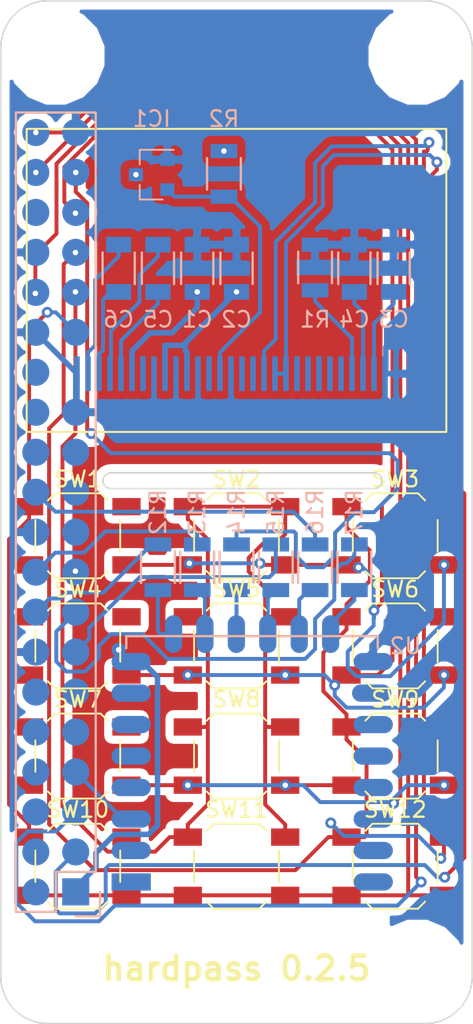
<source format=kicad_pcb>
(kicad_pcb (version 4) (host pcbnew 4.0.7)

  (general
    (links 94)
    (no_connects 0)
    (area -0.050001 -0.050001 30.050001 65.050001)
    (thickness 1.6)
    (drawings 15)
    (tracks 523)
    (zones 0)
    (modules 34)
    (nets 68)
  )

  (page A4)
  (layers
    (0 F.Cu signal)
    (31 B.Cu signal)
    (32 B.Adhes user)
    (33 F.Adhes user)
    (34 B.Paste user)
    (35 F.Paste user)
    (36 B.SilkS user)
    (37 F.SilkS user)
    (38 B.Mask user)
    (39 F.Mask user)
    (40 Dwgs.User user)
    (41 Cmts.User user)
    (42 Eco1.User user)
    (43 Eco2.User user)
    (44 Edge.Cuts user)
    (45 Margin user)
    (46 B.CrtYd user)
    (47 F.CrtYd user)
    (48 B.Fab user)
    (49 F.Fab user)
  )

  (setup
    (last_trace_width 0.25)
    (trace_clearance 0.25)
    (zone_clearance 0.508)
    (zone_45_only no)
    (trace_min 0.2)
    (segment_width 0.2)
    (edge_width 0.1)
    (via_size 0.7)
    (via_drill 0.35)
    (via_min_size 0.7)
    (via_min_drill 0.3)
    (uvia_size 0.3)
    (uvia_drill 0.1)
    (uvias_allowed no)
    (uvia_min_size 0)
    (uvia_min_drill 0)
    (pcb_text_width 0.3)
    (pcb_text_size 1.5 1.5)
    (mod_edge_width 0.15)
    (mod_text_size 1 1)
    (mod_text_width 0.15)
    (pad_size 1.8 1.1)
    (pad_drill 0)
    (pad_to_mask_clearance 0)
    (aux_axis_origin 0 0)
    (visible_elements FFFFEF7F)
    (pcbplotparams
      (layerselection 0x00030_80000001)
      (usegerberextensions false)
      (excludeedgelayer true)
      (linewidth 0.100000)
      (plotframeref false)
      (viasonmask false)
      (mode 1)
      (useauxorigin false)
      (hpglpennumber 1)
      (hpglpenspeed 20)
      (hpglpendiameter 15)
      (hpglpenoverlay 2)
      (psnegative false)
      (psa4output false)
      (plotreference true)
      (plotvalue true)
      (plotinvisibletext false)
      (padsonsilk false)
      (subtractmaskfromsilk false)
      (outputformat 1)
      (mirror false)
      (drillshape 1)
      (scaleselection 1)
      (outputdirectory ""))
  )

  (net 0 "")
  (net 1 GND)
  (net 2 +3V3)
  (net 3 "Net-(C3-Pad1)")
  (net 4 "Net-(C4-Pad1)")
  (net 5 "Net-(C5-Pad1)")
  (net 6 "Net-(C5-Pad2)")
  (net 7 "Net-(C6-Pad1)")
  (net 8 "Net-(C6-Pad2)")
  (net 9 OLED_SDA)
  (net 10 OLED_SCL)
  (net 11 ESP_CHPD)
  (net 12 SHUTDOWN)
  (net 13 SD_D3)
  (net 14 ESP_CLK)
  (net 15 SD_CMD)
  (net 16 SD_D0)
  (net 17 SD_D1)
  (net 18 COL_1)
  (net 19 COL_2)
  (net 20 ROW_1)
  (net 21 COL_3)
  (net 22 ROW_2)
  (net 23 SD_D2)
  (net 24 ROW_3)
  (net 25 ROW_4)
  (net 26 "Net-(P2-Pad26)")
  (net 27 "Net-(R12-Pad1)")
  (net 28 "Net-(R13-Pad1)")
  (net 29 "Net-(R14-Pad1)")
  (net 30 "Net-(R15-Pad1)")
  (net 31 "Net-(R16-Pad1)")
  (net 32 "Net-(R17-Pad1)")
  (net 33 "Net-(U2-Pad1)")
  (net 34 "Net-(U2-Pad2)")
  (net 35 "Net-(U2-Pad4)")
  (net 36 "Net-(U2-Pad5)")
  (net 37 "Net-(U2-Pad6)")
  (net 38 "Net-(U2-Pad7)")
  (net 39 "Net-(U2-Pad16)")
  (net 40 "Net-(U2-Pad17)")
  (net 41 "Net-(U2-Pad18)")
  (net 42 "Net-(U2-Pad19)")
  (net 43 "Net-(U2-Pad20)")
  (net 44 "Net-(U2-Pad21)")
  (net 45 "Net-(U2-Pad22)")
  (net 46 "Net-(P2-Pad7)")
  (net 47 "Net-(P2-Pad13)")
  (net 48 "Net-(P2-Pad16)")
  (net 49 "Net-(P2-Pad17)")
  (net 50 "Net-(P2-Pad21)")
  (net 51 "Net-(P2-Pad22)")
  (net 52 "Net-(P2-Pad23)")
  (net 53 "Net-(P2-Pad24)")
  (net 54 "Net-(P2-Pad25)")
  (net 55 OLED_RST)
  (net 56 "Net-(J1-Pad2)")
  (net 57 "Net-(J1-Pad4)")
  (net 58 "Net-(J1-Pad8)")
  (net 59 "Net-(J1-Pad10)")
  (net 60 "Net-(J1-Pad11)")
  (net 61 "Net-(J1-Pad19)")
  (net 62 "Net-(J1-Pad21)")
  (net 63 "Net-(J1-Pad23)")
  (net 64 "Net-(J1-Pad24)")
  (net 65 "Net-(J1-Pad26)")
  (net 66 "Net-(J1-Pad28)")
  (net 67 "Net-(J1-Pad36)")

  (net_class Default "This is the default net class."
    (clearance 0.25)
    (trace_width 0.25)
    (via_dia 0.7)
    (via_drill 0.35)
    (uvia_dia 0.3)
    (uvia_drill 0.1)
    (add_net COL_1)
    (add_net COL_2)
    (add_net COL_3)
    (add_net ESP_CHPD)
    (add_net ESP_CLK)
    (add_net "Net-(C3-Pad1)")
    (add_net "Net-(C4-Pad1)")
    (add_net "Net-(C5-Pad1)")
    (add_net "Net-(C5-Pad2)")
    (add_net "Net-(C6-Pad1)")
    (add_net "Net-(C6-Pad2)")
    (add_net "Net-(J1-Pad10)")
    (add_net "Net-(J1-Pad11)")
    (add_net "Net-(J1-Pad19)")
    (add_net "Net-(J1-Pad2)")
    (add_net "Net-(J1-Pad21)")
    (add_net "Net-(J1-Pad23)")
    (add_net "Net-(J1-Pad24)")
    (add_net "Net-(J1-Pad26)")
    (add_net "Net-(J1-Pad28)")
    (add_net "Net-(J1-Pad36)")
    (add_net "Net-(J1-Pad4)")
    (add_net "Net-(J1-Pad8)")
    (add_net "Net-(P2-Pad13)")
    (add_net "Net-(P2-Pad16)")
    (add_net "Net-(P2-Pad17)")
    (add_net "Net-(P2-Pad21)")
    (add_net "Net-(P2-Pad22)")
    (add_net "Net-(P2-Pad23)")
    (add_net "Net-(P2-Pad24)")
    (add_net "Net-(P2-Pad25)")
    (add_net "Net-(P2-Pad26)")
    (add_net "Net-(P2-Pad7)")
    (add_net "Net-(R12-Pad1)")
    (add_net "Net-(R13-Pad1)")
    (add_net "Net-(R14-Pad1)")
    (add_net "Net-(R15-Pad1)")
    (add_net "Net-(R16-Pad1)")
    (add_net "Net-(R17-Pad1)")
    (add_net "Net-(U2-Pad1)")
    (add_net "Net-(U2-Pad16)")
    (add_net "Net-(U2-Pad17)")
    (add_net "Net-(U2-Pad18)")
    (add_net "Net-(U2-Pad19)")
    (add_net "Net-(U2-Pad2)")
    (add_net "Net-(U2-Pad20)")
    (add_net "Net-(U2-Pad21)")
    (add_net "Net-(U2-Pad22)")
    (add_net "Net-(U2-Pad4)")
    (add_net "Net-(U2-Pad5)")
    (add_net "Net-(U2-Pad6)")
    (add_net "Net-(U2-Pad7)")
    (add_net OLED_RST)
    (add_net OLED_SCL)
    (add_net OLED_SDA)
    (add_net ROW_1)
    (add_net ROW_2)
    (add_net ROW_3)
    (add_net ROW_4)
    (add_net SD_CMD)
    (add_net SD_D0)
    (add_net SD_D1)
    (add_net SD_D2)
    (add_net SD_D3)
    (add_net SHUTDOWN)
  )

  (net_class Power ""
    (clearance 0.25)
    (trace_width 0.35)
    (via_dia 0.9)
    (via_drill 0.35)
    (uvia_dia 0.3)
    (uvia_drill 0.1)
    (add_net +3V3)
    (add_net GND)
  )

  (module Buttons_Switches_SMD:SW_SPST_SKQG (layer F.Cu) (tedit 58724BB1) (tstamp 5A7F5D46)
    (at 25.1 34)
    (descr "ALPS 5.2mm Square Low-profile TACT Switch (SMD), http://www.alps.com/prod/info/E/PDF/Tact/SurfaceMount/SKQG/SKQG.PDF")
    (tags "SPST Button Switch")
    (path /572BCC13)
    (attr smd)
    (fp_text reference SW3 (at 0 -3.6) (layer F.SilkS)
      (effects (font (size 1 1) (thickness 0.15)))
    )
    (fp_text value 3 (at 0 3.7) (layer F.Fab)
      (effects (font (size 1 1) (thickness 0.15)))
    )
    (fp_line (start 1.45 -2.6) (end 2.55 -1.5) (layer F.Fab) (width 0.1))
    (fp_line (start 2.55 -1.5) (end 2.55 1.45) (layer F.Fab) (width 0.1))
    (fp_line (start 2.55 1.45) (end 1.4 2.6) (layer F.Fab) (width 0.1))
    (fp_line (start 1.4 2.6) (end -1.45 2.6) (layer F.Fab) (width 0.1))
    (fp_line (start -1.45 2.6) (end -2.6 1.45) (layer F.Fab) (width 0.1))
    (fp_line (start -2.6 1.45) (end -2.6 -1.45) (layer F.Fab) (width 0.1))
    (fp_line (start -2.6 -1.45) (end -1.45 -2.6) (layer F.Fab) (width 0.1))
    (fp_line (start -1.45 -2.6) (end 1.45 -2.6) (layer F.Fab) (width 0.1))
    (fp_text user %R (at 0 -3.6) (layer F.Fab)
      (effects (font (size 1 1) (thickness 0.15)))
    )
    (fp_line (start -4.25 -2.95) (end -4.25 2.95) (layer F.CrtYd) (width 0.05))
    (fp_line (start 4.25 -2.95) (end -4.25 -2.95) (layer F.CrtYd) (width 0.05))
    (fp_line (start 4.25 2.95) (end 4.25 -2.95) (layer F.CrtYd) (width 0.05))
    (fp_line (start -4.25 2.95) (end 4.25 2.95) (layer F.CrtYd) (width 0.05))
    (fp_line (start -1.2 -1.8) (end 1.2 -1.8) (layer F.Fab) (width 0.1))
    (fp_line (start -1.8 -1.2) (end -1.2 -1.8) (layer F.Fab) (width 0.1))
    (fp_line (start -1.8 1.2) (end -1.8 -1.2) (layer F.Fab) (width 0.1))
    (fp_line (start -1.2 1.8) (end -1.8 1.2) (layer F.Fab) (width 0.1))
    (fp_line (start 1.2 1.8) (end -1.2 1.8) (layer F.Fab) (width 0.1))
    (fp_line (start 1.8 1.2) (end 1.2 1.8) (layer F.Fab) (width 0.1))
    (fp_line (start 1.8 -1.2) (end 1.8 1.2) (layer F.Fab) (width 0.1))
    (fp_line (start 1.2 -1.8) (end 1.8 -1.2) (layer F.Fab) (width 0.1))
    (fp_line (start -1.45 -2.7) (end 1.45 -2.7) (layer F.SilkS) (width 0.12))
    (fp_line (start -1.9 -2.25) (end -1.45 -2.7) (layer F.SilkS) (width 0.12))
    (fp_line (start -2.7 1) (end -2.7 -1) (layer F.SilkS) (width 0.12))
    (fp_line (start -1.45 2.7) (end -1.9 2.25) (layer F.SilkS) (width 0.12))
    (fp_line (start 1.45 2.7) (end -1.45 2.7) (layer F.SilkS) (width 0.12))
    (fp_line (start 1.9 2.25) (end 1.45 2.7) (layer F.SilkS) (width 0.12))
    (fp_line (start 2.7 -1) (end 2.7 1) (layer F.SilkS) (width 0.12))
    (fp_line (start 1.45 -2.7) (end 1.9 -2.25) (layer F.SilkS) (width 0.12))
    (fp_circle (center 0 0) (end 1 0) (layer F.Fab) (width 0.1))
    (pad 1 smd rect (at -3.1 -1.85) (size 1.8 1.1) (layers F.Cu F.Paste F.Mask)
      (net 21 COL_3))
    (pad 1 smd rect (at 3.1 -1.85) (size 1.8 1.1) (layers F.Cu F.Paste F.Mask)
      (net 21 COL_3))
    (pad 2 smd rect (at -3.1 1.85) (size 1.8 1.1) (layers F.Cu F.Paste F.Mask)
      (net 20 ROW_1))
    (pad 2 smd rect (at 3.1 1.85) (size 1.8 1.1) (layers F.Cu F.Paste F.Mask)
      (net 20 ROW_1))
    (model ${KIPRJMOD}/hardpass.3dshapes/5.2mm-tact.wrl
      (at (xyz 0 0 0))
      (scale (xyz 0.393701 0.393701 0.393701))
      (rotate (xyz 270 0 0))
    )
  )

  (module Buttons_Switches_SMD:SW_SPST_SKQG (layer F.Cu) (tedit 58724BB1) (tstamp 5A7F5DFF)
    (at 15 48)
    (descr "ALPS 5.2mm Square Low-profile TACT Switch (SMD), http://www.alps.com/prod/info/E/PDF/Tact/SurfaceMount/SKQG/SKQG.PDF")
    (tags "SPST Button Switch")
    (path /572BD343)
    (attr smd)
    (fp_text reference SW8 (at 0 -3.6) (layer F.SilkS)
      (effects (font (size 1 1) (thickness 0.15)))
    )
    (fp_text value 8 (at 0 3.7) (layer F.Fab)
      (effects (font (size 1 1) (thickness 0.15)))
    )
    (fp_line (start 1.45 -2.6) (end 2.55 -1.5) (layer F.Fab) (width 0.1))
    (fp_line (start 2.55 -1.5) (end 2.55 1.45) (layer F.Fab) (width 0.1))
    (fp_line (start 2.55 1.45) (end 1.4 2.6) (layer F.Fab) (width 0.1))
    (fp_line (start 1.4 2.6) (end -1.45 2.6) (layer F.Fab) (width 0.1))
    (fp_line (start -1.45 2.6) (end -2.6 1.45) (layer F.Fab) (width 0.1))
    (fp_line (start -2.6 1.45) (end -2.6 -1.45) (layer F.Fab) (width 0.1))
    (fp_line (start -2.6 -1.45) (end -1.45 -2.6) (layer F.Fab) (width 0.1))
    (fp_line (start -1.45 -2.6) (end 1.45 -2.6) (layer F.Fab) (width 0.1))
    (fp_text user %R (at 0 -3.6) (layer F.Fab)
      (effects (font (size 1 1) (thickness 0.15)))
    )
    (fp_line (start -4.25 -2.95) (end -4.25 2.95) (layer F.CrtYd) (width 0.05))
    (fp_line (start 4.25 -2.95) (end -4.25 -2.95) (layer F.CrtYd) (width 0.05))
    (fp_line (start 4.25 2.95) (end 4.25 -2.95) (layer F.CrtYd) (width 0.05))
    (fp_line (start -4.25 2.95) (end 4.25 2.95) (layer F.CrtYd) (width 0.05))
    (fp_line (start -1.2 -1.8) (end 1.2 -1.8) (layer F.Fab) (width 0.1))
    (fp_line (start -1.8 -1.2) (end -1.2 -1.8) (layer F.Fab) (width 0.1))
    (fp_line (start -1.8 1.2) (end -1.8 -1.2) (layer F.Fab) (width 0.1))
    (fp_line (start -1.2 1.8) (end -1.8 1.2) (layer F.Fab) (width 0.1))
    (fp_line (start 1.2 1.8) (end -1.2 1.8) (layer F.Fab) (width 0.1))
    (fp_line (start 1.8 1.2) (end 1.2 1.8) (layer F.Fab) (width 0.1))
    (fp_line (start 1.8 -1.2) (end 1.8 1.2) (layer F.Fab) (width 0.1))
    (fp_line (start 1.2 -1.8) (end 1.8 -1.2) (layer F.Fab) (width 0.1))
    (fp_line (start -1.45 -2.7) (end 1.45 -2.7) (layer F.SilkS) (width 0.12))
    (fp_line (start -1.9 -2.25) (end -1.45 -2.7) (layer F.SilkS) (width 0.12))
    (fp_line (start -2.7 1) (end -2.7 -1) (layer F.SilkS) (width 0.12))
    (fp_line (start -1.45 2.7) (end -1.9 2.25) (layer F.SilkS) (width 0.12))
    (fp_line (start 1.45 2.7) (end -1.45 2.7) (layer F.SilkS) (width 0.12))
    (fp_line (start 1.9 2.25) (end 1.45 2.7) (layer F.SilkS) (width 0.12))
    (fp_line (start 2.7 -1) (end 2.7 1) (layer F.SilkS) (width 0.12))
    (fp_line (start 1.45 -2.7) (end 1.9 -2.25) (layer F.SilkS) (width 0.12))
    (fp_circle (center 0 0) (end 1 0) (layer F.Fab) (width 0.1))
    (pad 1 smd rect (at -3.1 -1.85) (size 1.8 1.1) (layers F.Cu F.Paste F.Mask)
      (net 19 COL_2))
    (pad 1 smd rect (at 3.1 -1.85) (size 1.8 1.1) (layers F.Cu F.Paste F.Mask)
      (net 19 COL_2))
    (pad 2 smd rect (at -3.1 1.85) (size 1.8 1.1) (layers F.Cu F.Paste F.Mask)
      (net 24 ROW_3))
    (pad 2 smd rect (at 3.1 1.85) (size 1.8 1.1) (layers F.Cu F.Paste F.Mask)
      (net 24 ROW_3))
    (model ${KIPRJMOD}/hardpass.3dshapes/5.2mm-tact.wrl
      (at (xyz 0 0 0))
      (scale (xyz 0.393701 0.393701 0.393701))
      (rotate (xyz 270 0 0))
    )
  )

  (module TO_SOT_Packages_SMD:SOT-23 (layer B.Cu) (tedit 58CE4E7E) (tstamp 597398BF)
    (at 9.6 11.05 180)
    (descr "SOT-23, Standard")
    (tags SOT-23)
    (path /593C6F9B)
    (attr smd)
    (fp_text reference IC1 (at 0 3.55 180) (layer B.SilkS)
      (effects (font (size 1 1) (thickness 0.15)) (justify mirror))
    )
    (fp_text value APX803 (at 0 -2.5 180) (layer B.Fab)
      (effects (font (size 1 1) (thickness 0.15)) (justify mirror))
    )
    (fp_text user %R (at 0 0 450) (layer B.Fab)
      (effects (font (size 0.5 0.5) (thickness 0.075)) (justify mirror))
    )
    (fp_line (start -0.7 0.95) (end -0.7 -1.5) (layer B.Fab) (width 0.1))
    (fp_line (start -0.15 1.52) (end 0.7 1.52) (layer B.Fab) (width 0.1))
    (fp_line (start -0.7 0.95) (end -0.15 1.52) (layer B.Fab) (width 0.1))
    (fp_line (start 0.7 1.52) (end 0.7 -1.52) (layer B.Fab) (width 0.1))
    (fp_line (start -0.7 -1.52) (end 0.7 -1.52) (layer B.Fab) (width 0.1))
    (fp_line (start 0.76 -1.58) (end 0.76 -0.65) (layer B.SilkS) (width 0.12))
    (fp_line (start 0.76 1.58) (end 0.76 0.65) (layer B.SilkS) (width 0.12))
    (fp_line (start -1.7 1.75) (end 1.7 1.75) (layer B.CrtYd) (width 0.05))
    (fp_line (start 1.7 1.75) (end 1.7 -1.75) (layer B.CrtYd) (width 0.05))
    (fp_line (start 1.7 -1.75) (end -1.7 -1.75) (layer B.CrtYd) (width 0.05))
    (fp_line (start -1.7 -1.75) (end -1.7 1.75) (layer B.CrtYd) (width 0.05))
    (fp_line (start 0.76 1.58) (end -1.4 1.58) (layer B.SilkS) (width 0.12))
    (fp_line (start 0.76 -1.58) (end -0.7 -1.58) (layer B.SilkS) (width 0.12))
    (pad 1 smd rect (at -1 0.95 180) (size 0.9 0.8) (layers B.Cu B.Paste B.Mask)
      (net 1 GND))
    (pad 2 smd rect (at -1 -0.95 180) (size 0.9 0.8) (layers B.Cu B.Paste B.Mask)
      (net 55 OLED_RST))
    (pad 3 smd rect (at 1 0 180) (size 0.9 0.8) (layers B.Cu B.Paste B.Mask)
      (net 2 +3V3))
    (model ${KISYS3DMOD}/TO_SOT_Packages_SMD.3dshapes/SOT-23.wrl
      (at (xyz 0 0 0))
      (scale (xyz 1 1 1))
      (rotate (xyz 0 0 0))
    )
  )

  (module RPi_Hat:RPi_Hat_Mounting_Hole (layer F.Cu) (tedit 551AB250) (tstamp 58D3079A)
    (at 26.5 3.5)
    (descr "Mounting hole, Befestigungsbohrung, 2,7mm, No Annular, Kein Restring,")
    (tags "Mounting hole, Befestigungsbohrung, 2,7mm, No Annular, Kein Restring,")
    (fp_text reference "" (at 0 -4.0005) (layer F.SilkS) hide
      (effects (font (size 1 1) (thickness 0.15)))
    )
    (fp_text value "" (at 0.09906 3.59918) (layer F.Fab) hide
      (effects (font (size 1 1) (thickness 0.15)))
    )
    (fp_circle (center 0 0) (end 1.375 0) (layer F.Fab) (width 0.15))
    (fp_circle (center 0 0) (end 3.1 0) (layer F.Fab) (width 0.15))
    (fp_circle (center 0 0) (end 3.1 0) (layer B.Fab) (width 0.15))
    (fp_circle (center 0 0) (end 1.375 0) (layer B.Fab) (width 0.15))
    (fp_circle (center 0 0) (end 3.1 0) (layer F.CrtYd) (width 0.15))
    (fp_circle (center 0 0) (end 3.1 0) (layer B.CrtYd) (width 0.15))
    (pad "" np_thru_hole circle (at 0 0) (size 2.75 2.75) (drill 2.75) (layers *.Cu *.Mask)
      (solder_mask_margin 1.725) (clearance 1.725))
  )

  (module RPi_Hat:RPi_Hat_Mounting_Hole (layer F.Cu) (tedit 551AB250) (tstamp 58D30790)
    (at 26.5 61.5)
    (descr "Mounting hole, Befestigungsbohrung, 2,7mm, No Annular, Kein Restring,")
    (tags "Mounting hole, Befestigungsbohrung, 2,7mm, No Annular, Kein Restring,")
    (fp_text reference "" (at 0 -4.0005) (layer F.SilkS) hide
      (effects (font (size 1 1) (thickness 0.15)))
    )
    (fp_text value "" (at 0.09906 3.59918) (layer F.Fab) hide
      (effects (font (size 1 1) (thickness 0.15)))
    )
    (fp_circle (center 0 0) (end 1.375 0) (layer F.Fab) (width 0.15))
    (fp_circle (center 0 0) (end 3.1 0) (layer F.Fab) (width 0.15))
    (fp_circle (center 0 0) (end 3.1 0) (layer B.Fab) (width 0.15))
    (fp_circle (center 0 0) (end 1.375 0) (layer B.Fab) (width 0.15))
    (fp_circle (center 0 0) (end 3.1 0) (layer F.CrtYd) (width 0.15))
    (fp_circle (center 0 0) (end 3.1 0) (layer B.CrtYd) (width 0.15))
    (pad "" np_thru_hole circle (at 0 0) (size 2.75 2.75) (drill 2.75) (layers *.Cu *.Mask)
      (solder_mask_margin 1.725) (clearance 1.725))
  )

  (module RPi_Hat:RPi_Hat_Mounting_Hole (layer F.Cu) (tedit 551AB250) (tstamp 58D30783)
    (at 3.5 61.5)
    (descr "Mounting hole, Befestigungsbohrung, 2,7mm, No Annular, Kein Restring,")
    (tags "Mounting hole, Befestigungsbohrung, 2,7mm, No Annular, Kein Restring,")
    (fp_text reference "" (at 0 -4.0005) (layer F.SilkS) hide
      (effects (font (size 1 1) (thickness 0.15)))
    )
    (fp_text value "" (at 0.09906 3.59918) (layer F.Fab) hide
      (effects (font (size 1 1) (thickness 0.15)))
    )
    (fp_circle (center 0 0) (end 1.375 0) (layer F.Fab) (width 0.15))
    (fp_circle (center 0 0) (end 3.1 0) (layer F.Fab) (width 0.15))
    (fp_circle (center 0 0) (end 3.1 0) (layer B.Fab) (width 0.15))
    (fp_circle (center 0 0) (end 1.375 0) (layer B.Fab) (width 0.15))
    (fp_circle (center 0 0) (end 3.1 0) (layer F.CrtYd) (width 0.15))
    (fp_circle (center 0 0) (end 3.1 0) (layer B.CrtYd) (width 0.15))
    (pad "" np_thru_hole circle (at 0 0) (size 2.75 2.75) (drill 2.75) (layers *.Cu *.Mask)
      (solder_mask_margin 1.725) (clearance 1.725))
  )

  (module Capacitors_SMD:C_1206 (layer B.Cu) (tedit 5415D7BD) (tstamp 58702475)
    (at 12.5 17 270)
    (descr "Capacitor SMD 1206, reflow soldering, AVX (see smccp.pdf)")
    (tags "capacitor 1206")
    (path /58702958)
    (attr smd)
    (fp_text reference C1 (at 3.25 0 360) (layer B.SilkS)
      (effects (font (size 1 1) (thickness 0.15)) (justify mirror))
    )
    (fp_text value 2.2µF (at 0.75 0 270) (layer B.Fab)
      (effects (font (size 1 1) (thickness 0.15)) (justify mirror))
    )
    (fp_line (start -1.6 -0.8) (end -1.6 0.8) (layer B.Fab) (width 0.15))
    (fp_line (start 1.6 -0.8) (end -1.6 -0.8) (layer B.Fab) (width 0.15))
    (fp_line (start 1.6 0.8) (end 1.6 -0.8) (layer B.Fab) (width 0.15))
    (fp_line (start -1.6 0.8) (end 1.6 0.8) (layer B.Fab) (width 0.15))
    (fp_line (start -2.3 1.15) (end 2.3 1.15) (layer B.CrtYd) (width 0.05))
    (fp_line (start -2.3 -1.15) (end 2.3 -1.15) (layer B.CrtYd) (width 0.05))
    (fp_line (start -2.3 1.15) (end -2.3 -1.15) (layer B.CrtYd) (width 0.05))
    (fp_line (start 2.3 1.15) (end 2.3 -1.15) (layer B.CrtYd) (width 0.05))
    (fp_line (start 1 1.025) (end -1 1.025) (layer B.SilkS) (width 0.15))
    (fp_line (start -1 -1.025) (end 1 -1.025) (layer B.SilkS) (width 0.15))
    (pad 1 smd rect (at -1.5 0 270) (size 1 1.6) (layers B.Cu B.Paste B.Mask)
      (net 1 GND))
    (pad 2 smd rect (at 1.5 0 270) (size 1 1.6) (layers B.Cu B.Paste B.Mask)
      (net 2 +3V3))
    (model Capacitors_SMD.3dshapes/C_1206.wrl
      (at (xyz 0 0 0))
      (scale (xyz 1 1 1))
      (rotate (xyz 0 0 0))
    )
  )

  (module Capacitors_SMD:C_1206 (layer B.Cu) (tedit 5415D7BD) (tstamp 58702485)
    (at 15 17 270)
    (descr "Capacitor SMD 1206, reflow soldering, AVX (see smccp.pdf)")
    (tags "capacitor 1206")
    (path /576ABF65)
    (attr smd)
    (fp_text reference C2 (at 3.25 0 360) (layer B.SilkS)
      (effects (font (size 1 1) (thickness 0.15)) (justify mirror))
    )
    (fp_text value 2.2µF (at 0.75 0 270) (layer B.Fab)
      (effects (font (size 1 1) (thickness 0.15)) (justify mirror))
    )
    (fp_line (start -1.6 -0.8) (end -1.6 0.8) (layer B.Fab) (width 0.15))
    (fp_line (start 1.6 -0.8) (end -1.6 -0.8) (layer B.Fab) (width 0.15))
    (fp_line (start 1.6 0.8) (end 1.6 -0.8) (layer B.Fab) (width 0.15))
    (fp_line (start -1.6 0.8) (end 1.6 0.8) (layer B.Fab) (width 0.15))
    (fp_line (start -2.3 1.15) (end 2.3 1.15) (layer B.CrtYd) (width 0.05))
    (fp_line (start -2.3 -1.15) (end 2.3 -1.15) (layer B.CrtYd) (width 0.05))
    (fp_line (start -2.3 1.15) (end -2.3 -1.15) (layer B.CrtYd) (width 0.05))
    (fp_line (start 2.3 1.15) (end 2.3 -1.15) (layer B.CrtYd) (width 0.05))
    (fp_line (start 1 1.025) (end -1 1.025) (layer B.SilkS) (width 0.15))
    (fp_line (start -1 -1.025) (end 1 -1.025) (layer B.SilkS) (width 0.15))
    (pad 1 smd rect (at -1.5 0 270) (size 1 1.6) (layers B.Cu B.Paste B.Mask)
      (net 1 GND))
    (pad 2 smd rect (at 1.5 0 270) (size 1 1.6) (layers B.Cu B.Paste B.Mask)
      (net 2 +3V3))
    (model Capacitors_SMD.3dshapes/C_1206.wrl
      (at (xyz 0 0 0))
      (scale (xyz 1 1 1))
      (rotate (xyz 0 0 0))
    )
  )

  (module Capacitors_SMD:C_1206 (layer B.Cu) (tedit 5415D7BD) (tstamp 58702495)
    (at 25 17 90)
    (descr "Capacitor SMD 1206, reflow soldering, AVX (see smccp.pdf)")
    (tags "capacitor 1206")
    (path /576AC79A)
    (attr smd)
    (fp_text reference C3 (at -3.25 0 180) (layer B.SilkS)
      (effects (font (size 1 1) (thickness 0.15)) (justify mirror))
    )
    (fp_text value 10µF (at -0.5 0 90) (layer B.Fab)
      (effects (font (size 1 1) (thickness 0.15)) (justify mirror))
    )
    (fp_line (start -1.6 -0.8) (end -1.6 0.8) (layer B.Fab) (width 0.15))
    (fp_line (start 1.6 -0.8) (end -1.6 -0.8) (layer B.Fab) (width 0.15))
    (fp_line (start 1.6 0.8) (end 1.6 -0.8) (layer B.Fab) (width 0.15))
    (fp_line (start -1.6 0.8) (end 1.6 0.8) (layer B.Fab) (width 0.15))
    (fp_line (start -2.3 1.15) (end 2.3 1.15) (layer B.CrtYd) (width 0.05))
    (fp_line (start -2.3 -1.15) (end 2.3 -1.15) (layer B.CrtYd) (width 0.05))
    (fp_line (start -2.3 1.15) (end -2.3 -1.15) (layer B.CrtYd) (width 0.05))
    (fp_line (start 2.3 1.15) (end 2.3 -1.15) (layer B.CrtYd) (width 0.05))
    (fp_line (start 1 1.025) (end -1 1.025) (layer B.SilkS) (width 0.15))
    (fp_line (start -1 -1.025) (end 1 -1.025) (layer B.SilkS) (width 0.15))
    (pad 1 smd rect (at -1.5 0 90) (size 1 1.6) (layers B.Cu B.Paste B.Mask)
      (net 3 "Net-(C3-Pad1)"))
    (pad 2 smd rect (at 1.5 0 90) (size 1 1.6) (layers B.Cu B.Paste B.Mask)
      (net 1 GND))
    (model Capacitors_SMD.3dshapes/C_1206.wrl
      (at (xyz 0 0 0))
      (scale (xyz 1 1 1))
      (rotate (xyz 0 0 0))
    )
  )

  (module Capacitors_SMD:C_1206 (layer B.Cu) (tedit 5415D7BD) (tstamp 587024A5)
    (at 22.5 17 90)
    (descr "Capacitor SMD 1206, reflow soldering, AVX (see smccp.pdf)")
    (tags "capacitor 1206")
    (path /576ACF95)
    (attr smd)
    (fp_text reference C4 (at -3.25 0 180) (layer B.SilkS)
      (effects (font (size 1 1) (thickness 0.15)) (justify mirror))
    )
    (fp_text value 2.2µF (at -0.75 0 90) (layer B.Fab)
      (effects (font (size 1 1) (thickness 0.15)) (justify mirror))
    )
    (fp_line (start -1.6 -0.8) (end -1.6 0.8) (layer B.Fab) (width 0.15))
    (fp_line (start 1.6 -0.8) (end -1.6 -0.8) (layer B.Fab) (width 0.15))
    (fp_line (start 1.6 0.8) (end 1.6 -0.8) (layer B.Fab) (width 0.15))
    (fp_line (start -1.6 0.8) (end 1.6 0.8) (layer B.Fab) (width 0.15))
    (fp_line (start -2.3 1.15) (end 2.3 1.15) (layer B.CrtYd) (width 0.05))
    (fp_line (start -2.3 -1.15) (end 2.3 -1.15) (layer B.CrtYd) (width 0.05))
    (fp_line (start -2.3 1.15) (end -2.3 -1.15) (layer B.CrtYd) (width 0.05))
    (fp_line (start 2.3 1.15) (end 2.3 -1.15) (layer B.CrtYd) (width 0.05))
    (fp_line (start 1 1.025) (end -1 1.025) (layer B.SilkS) (width 0.15))
    (fp_line (start -1 -1.025) (end 1 -1.025) (layer B.SilkS) (width 0.15))
    (pad 1 smd rect (at -1.5 0 90) (size 1 1.6) (layers B.Cu B.Paste B.Mask)
      (net 4 "Net-(C4-Pad1)"))
    (pad 2 smd rect (at 1.5 0 90) (size 1 1.6) (layers B.Cu B.Paste B.Mask)
      (net 1 GND))
    (model Capacitors_SMD.3dshapes/C_1206.wrl
      (at (xyz 0 0 0))
      (scale (xyz 1 1 1))
      (rotate (xyz 0 0 0))
    )
  )

  (module Capacitors_SMD:C_1206 (layer B.Cu) (tedit 5415D7BD) (tstamp 587024B5)
    (at 10 17 270)
    (descr "Capacitor SMD 1206, reflow soldering, AVX (see smccp.pdf)")
    (tags "capacitor 1206")
    (path /576AB9B6)
    (attr smd)
    (fp_text reference C5 (at 3.25 0 360) (layer B.SilkS)
      (effects (font (size 1 1) (thickness 0.15)) (justify mirror))
    )
    (fp_text value 2.2µF (at 0.75 0 270) (layer B.Fab)
      (effects (font (size 1 1) (thickness 0.15)) (justify mirror))
    )
    (fp_line (start -1.6 -0.8) (end -1.6 0.8) (layer B.Fab) (width 0.15))
    (fp_line (start 1.6 -0.8) (end -1.6 -0.8) (layer B.Fab) (width 0.15))
    (fp_line (start 1.6 0.8) (end 1.6 -0.8) (layer B.Fab) (width 0.15))
    (fp_line (start -1.6 0.8) (end 1.6 0.8) (layer B.Fab) (width 0.15))
    (fp_line (start -2.3 1.15) (end 2.3 1.15) (layer B.CrtYd) (width 0.05))
    (fp_line (start -2.3 -1.15) (end 2.3 -1.15) (layer B.CrtYd) (width 0.05))
    (fp_line (start -2.3 1.15) (end -2.3 -1.15) (layer B.CrtYd) (width 0.05))
    (fp_line (start 2.3 1.15) (end 2.3 -1.15) (layer B.CrtYd) (width 0.05))
    (fp_line (start 1 1.025) (end -1 1.025) (layer B.SilkS) (width 0.15))
    (fp_line (start -1 -1.025) (end 1 -1.025) (layer B.SilkS) (width 0.15))
    (pad 1 smd rect (at -1.5 0 270) (size 1 1.6) (layers B.Cu B.Paste B.Mask)
      (net 5 "Net-(C5-Pad1)"))
    (pad 2 smd rect (at 1.5 0 270) (size 1 1.6) (layers B.Cu B.Paste B.Mask)
      (net 6 "Net-(C5-Pad2)"))
    (model Capacitors_SMD.3dshapes/C_1206.wrl
      (at (xyz 0 0 0))
      (scale (xyz 1 1 1))
      (rotate (xyz 0 0 0))
    )
  )

  (module Capacitors_SMD:C_1206 (layer B.Cu) (tedit 5415D7BD) (tstamp 587024C5)
    (at 7.5 17 270)
    (descr "Capacitor SMD 1206, reflow soldering, AVX (see smccp.pdf)")
    (tags "capacitor 1206")
    (path /576AB858)
    (attr smd)
    (fp_text reference C6 (at 3.25 0 360) (layer B.SilkS)
      (effects (font (size 1 1) (thickness 0.15)) (justify mirror))
    )
    (fp_text value 2.2µF (at 0.75 0 270) (layer B.Fab)
      (effects (font (size 1 1) (thickness 0.15)) (justify mirror))
    )
    (fp_line (start -1.6 -0.8) (end -1.6 0.8) (layer B.Fab) (width 0.15))
    (fp_line (start 1.6 -0.8) (end -1.6 -0.8) (layer B.Fab) (width 0.15))
    (fp_line (start 1.6 0.8) (end 1.6 -0.8) (layer B.Fab) (width 0.15))
    (fp_line (start -1.6 0.8) (end 1.6 0.8) (layer B.Fab) (width 0.15))
    (fp_line (start -2.3 1.15) (end 2.3 1.15) (layer B.CrtYd) (width 0.05))
    (fp_line (start -2.3 -1.15) (end 2.3 -1.15) (layer B.CrtYd) (width 0.05))
    (fp_line (start -2.3 1.15) (end -2.3 -1.15) (layer B.CrtYd) (width 0.05))
    (fp_line (start 2.3 1.15) (end 2.3 -1.15) (layer B.CrtYd) (width 0.05))
    (fp_line (start 1 1.025) (end -1 1.025) (layer B.SilkS) (width 0.15))
    (fp_line (start -1 -1.025) (end 1 -1.025) (layer B.SilkS) (width 0.15))
    (pad 1 smd rect (at -1.5 0 270) (size 1 1.6) (layers B.Cu B.Paste B.Mask)
      (net 7 "Net-(C6-Pad1)"))
    (pad 2 smd rect (at 1.5 0 270) (size 1 1.6) (layers B.Cu B.Paste B.Mask)
      (net 8 "Net-(C6-Pad2)"))
    (model Capacitors_SMD.3dshapes/C_1206.wrl
      (at (xyz 0 0 0))
      (scale (xyz 1 1 1))
      (rotate (xyz 0 0 0))
    )
  )

  (module Resistors_SMD:R_1206 (layer B.Cu) (tedit 58307BE8) (tstamp 5870251D)
    (at 20 16.95 90)
    (descr "Resistor SMD 1206, reflow soldering, Vishay (see dcrcw.pdf)")
    (tags "resistor 1206")
    (path /576AE193)
    (attr smd)
    (fp_text reference R1 (at -3.3 0 180) (layer B.SilkS)
      (effects (font (size 1 1) (thickness 0.15)) (justify mirror))
    )
    (fp_text value 390k (at -0.55 0 90) (layer B.Fab)
      (effects (font (size 1 1) (thickness 0.15)) (justify mirror))
    )
    (fp_line (start -1.6 -0.8) (end -1.6 0.8) (layer B.Fab) (width 0.1))
    (fp_line (start 1.6 -0.8) (end -1.6 -0.8) (layer B.Fab) (width 0.1))
    (fp_line (start 1.6 0.8) (end 1.6 -0.8) (layer B.Fab) (width 0.1))
    (fp_line (start -1.6 0.8) (end 1.6 0.8) (layer B.Fab) (width 0.1))
    (fp_line (start -2.2 1.2) (end 2.2 1.2) (layer B.CrtYd) (width 0.05))
    (fp_line (start -2.2 -1.2) (end 2.2 -1.2) (layer B.CrtYd) (width 0.05))
    (fp_line (start -2.2 1.2) (end -2.2 -1.2) (layer B.CrtYd) (width 0.05))
    (fp_line (start 2.2 1.2) (end 2.2 -1.2) (layer B.CrtYd) (width 0.05))
    (fp_line (start 1 -1.075) (end -1 -1.075) (layer B.SilkS) (width 0.15))
    (fp_line (start -1 1.075) (end 1 1.075) (layer B.SilkS) (width 0.15))
    (pad 1 smd rect (at -1.45 0 90) (size 0.9 1.7) (layers B.Cu B.Paste B.Mask)
      (net 26 "Net-(P2-Pad26)"))
    (pad 2 smd rect (at 1.45 0 90) (size 0.9 1.7) (layers B.Cu B.Paste B.Mask)
      (net 1 GND))
    (model Resistors_SMD.3dshapes/R_1206.wrl
      (at (xyz 0 0 0))
      (scale (xyz 1 1 1))
      (rotate (xyz 0 0 0))
    )
  )

  (module Resistors_SMD:R_1206 (layer B.Cu) (tedit 58307BE8) (tstamp 5870252D)
    (at 14.2 11 270)
    (descr "Resistor SMD 1206, reflow soldering, Vishay (see dcrcw.pdf)")
    (tags "resistor 1206")
    (path /593C7684)
    (attr smd)
    (fp_text reference R2 (at -3.5 0 360) (layer B.SilkS)
      (effects (font (size 1 1) (thickness 0.15)) (justify mirror))
    )
    (fp_text value 10k (at 0 -0.05 270) (layer B.Fab)
      (effects (font (size 1 1) (thickness 0.15)) (justify mirror))
    )
    (fp_line (start -1.6 -0.8) (end -1.6 0.8) (layer B.Fab) (width 0.1))
    (fp_line (start 1.6 -0.8) (end -1.6 -0.8) (layer B.Fab) (width 0.1))
    (fp_line (start 1.6 0.8) (end 1.6 -0.8) (layer B.Fab) (width 0.1))
    (fp_line (start -1.6 0.8) (end 1.6 0.8) (layer B.Fab) (width 0.1))
    (fp_line (start -2.2 1.2) (end 2.2 1.2) (layer B.CrtYd) (width 0.05))
    (fp_line (start -2.2 -1.2) (end 2.2 -1.2) (layer B.CrtYd) (width 0.05))
    (fp_line (start -2.2 1.2) (end -2.2 -1.2) (layer B.CrtYd) (width 0.05))
    (fp_line (start 2.2 1.2) (end 2.2 -1.2) (layer B.CrtYd) (width 0.05))
    (fp_line (start 1 -1.075) (end -1 -1.075) (layer B.SilkS) (width 0.15))
    (fp_line (start -1 1.075) (end 1 1.075) (layer B.SilkS) (width 0.15))
    (pad 1 smd rect (at -1.45 0 270) (size 0.9 1.7) (layers B.Cu B.Paste B.Mask)
      (net 2 +3V3))
    (pad 2 smd rect (at 1.45 0 270) (size 0.9 1.7) (layers B.Cu B.Paste B.Mask)
      (net 55 OLED_RST))
    (model Resistors_SMD.3dshapes/R_1206.wrl
      (at (xyz 0 0 0))
      (scale (xyz 1 1 1))
      (rotate (xyz 0 0 0))
    )
  )

  (module Resistors_SMD:R_1206 (layer B.Cu) (tedit 58307BE8) (tstamp 5870256D)
    (at 10 36 90)
    (descr "Resistor SMD 1206, reflow soldering, Vishay (see dcrcw.pdf)")
    (tags "resistor 1206")
    (path /57B87105)
    (attr smd)
    (fp_text reference R12 (at 3.5 0 90) (layer B.SilkS)
      (effects (font (size 1 1) (thickness 0.15)) (justify mirror))
    )
    (fp_text value 33 (at 0 0 90) (layer B.Fab)
      (effects (font (size 1 1) (thickness 0.15)) (justify mirror))
    )
    (fp_line (start -1.6 -0.8) (end -1.6 0.8) (layer B.Fab) (width 0.1))
    (fp_line (start 1.6 -0.8) (end -1.6 -0.8) (layer B.Fab) (width 0.1))
    (fp_line (start 1.6 0.8) (end 1.6 -0.8) (layer B.Fab) (width 0.1))
    (fp_line (start -1.6 0.8) (end 1.6 0.8) (layer B.Fab) (width 0.1))
    (fp_line (start -2.2 1.2) (end 2.2 1.2) (layer B.CrtYd) (width 0.05))
    (fp_line (start -2.2 -1.2) (end 2.2 -1.2) (layer B.CrtYd) (width 0.05))
    (fp_line (start -2.2 1.2) (end -2.2 -1.2) (layer B.CrtYd) (width 0.05))
    (fp_line (start 2.2 1.2) (end 2.2 -1.2) (layer B.CrtYd) (width 0.05))
    (fp_line (start 1 -1.075) (end -1 -1.075) (layer B.SilkS) (width 0.15))
    (fp_line (start -1 1.075) (end 1 1.075) (layer B.SilkS) (width 0.15))
    (pad 1 smd rect (at -1.45 0 90) (size 0.9 1.7) (layers B.Cu B.Paste B.Mask)
      (net 27 "Net-(R12-Pad1)"))
    (pad 2 smd rect (at 1.45 0 90) (size 0.9 1.7) (layers B.Cu B.Paste B.Mask)
      (net 15 SD_CMD))
    (model Resistors_SMD.3dshapes/R_1206.wrl
      (at (xyz 0 0 0))
      (scale (xyz 1 1 1))
      (rotate (xyz 0 0 0))
    )
  )

  (module Resistors_SMD:R_1206 (layer B.Cu) (tedit 58307BE8) (tstamp 5870257D)
    (at 12.5 36 90)
    (descr "Resistor SMD 1206, reflow soldering, Vishay (see dcrcw.pdf)")
    (tags "resistor 1206")
    (path /57B88365)
    (attr smd)
    (fp_text reference R13 (at 3.5 0 90) (layer B.SilkS)
      (effects (font (size 1 1) (thickness 0.15)) (justify mirror))
    )
    (fp_text value 33 (at 0 0 90) (layer B.Fab)
      (effects (font (size 1 1) (thickness 0.15)) (justify mirror))
    )
    (fp_line (start -1.6 -0.8) (end -1.6 0.8) (layer B.Fab) (width 0.1))
    (fp_line (start 1.6 -0.8) (end -1.6 -0.8) (layer B.Fab) (width 0.1))
    (fp_line (start 1.6 0.8) (end 1.6 -0.8) (layer B.Fab) (width 0.1))
    (fp_line (start -1.6 0.8) (end 1.6 0.8) (layer B.Fab) (width 0.1))
    (fp_line (start -2.2 1.2) (end 2.2 1.2) (layer B.CrtYd) (width 0.05))
    (fp_line (start -2.2 -1.2) (end 2.2 -1.2) (layer B.CrtYd) (width 0.05))
    (fp_line (start -2.2 1.2) (end -2.2 -1.2) (layer B.CrtYd) (width 0.05))
    (fp_line (start 2.2 1.2) (end 2.2 -1.2) (layer B.CrtYd) (width 0.05))
    (fp_line (start 1 -1.075) (end -1 -1.075) (layer B.SilkS) (width 0.15))
    (fp_line (start -1 1.075) (end 1 1.075) (layer B.SilkS) (width 0.15))
    (pad 1 smd rect (at -1.45 0 90) (size 0.9 1.7) (layers B.Cu B.Paste B.Mask)
      (net 28 "Net-(R13-Pad1)"))
    (pad 2 smd rect (at 1.45 0 90) (size 0.9 1.7) (layers B.Cu B.Paste B.Mask)
      (net 16 SD_D0))
    (model Resistors_SMD.3dshapes/R_1206.wrl
      (at (xyz 0 0 0))
      (scale (xyz 1 1 1))
      (rotate (xyz 0 0 0))
    )
  )

  (module Resistors_SMD:R_1206 (layer B.Cu) (tedit 58307BE8) (tstamp 5870258D)
    (at 15 36 90)
    (descr "Resistor SMD 1206, reflow soldering, Vishay (see dcrcw.pdf)")
    (tags "resistor 1206")
    (path /57B88405)
    (attr smd)
    (fp_text reference R14 (at 3.5 0 90) (layer B.SilkS)
      (effects (font (size 1 1) (thickness 0.15)) (justify mirror))
    )
    (fp_text value 33 (at 0 0 90) (layer B.Fab)
      (effects (font (size 1 1) (thickness 0.15)) (justify mirror))
    )
    (fp_line (start -1.6 -0.8) (end -1.6 0.8) (layer B.Fab) (width 0.1))
    (fp_line (start 1.6 -0.8) (end -1.6 -0.8) (layer B.Fab) (width 0.1))
    (fp_line (start 1.6 0.8) (end 1.6 -0.8) (layer B.Fab) (width 0.1))
    (fp_line (start -1.6 0.8) (end 1.6 0.8) (layer B.Fab) (width 0.1))
    (fp_line (start -2.2 1.2) (end 2.2 1.2) (layer B.CrtYd) (width 0.05))
    (fp_line (start -2.2 -1.2) (end 2.2 -1.2) (layer B.CrtYd) (width 0.05))
    (fp_line (start -2.2 1.2) (end -2.2 -1.2) (layer B.CrtYd) (width 0.05))
    (fp_line (start 2.2 1.2) (end 2.2 -1.2) (layer B.CrtYd) (width 0.05))
    (fp_line (start 1 -1.075) (end -1 -1.075) (layer B.SilkS) (width 0.15))
    (fp_line (start -1 1.075) (end 1 1.075) (layer B.SilkS) (width 0.15))
    (pad 1 smd rect (at -1.45 0 90) (size 0.9 1.7) (layers B.Cu B.Paste B.Mask)
      (net 29 "Net-(R14-Pad1)"))
    (pad 2 smd rect (at 1.45 0 90) (size 0.9 1.7) (layers B.Cu B.Paste B.Mask)
      (net 23 SD_D2))
    (model Resistors_SMD.3dshapes/R_1206.wrl
      (at (xyz 0 0 0))
      (scale (xyz 1 1 1))
      (rotate (xyz 0 0 0))
    )
  )

  (module Resistors_SMD:R_1206 (layer B.Cu) (tedit 58307BE8) (tstamp 5870259D)
    (at 17.5 36 90)
    (descr "Resistor SMD 1206, reflow soldering, Vishay (see dcrcw.pdf)")
    (tags "resistor 1206")
    (path /57B884A8)
    (attr smd)
    (fp_text reference R15 (at 3.5 0 90) (layer B.SilkS)
      (effects (font (size 1 1) (thickness 0.15)) (justify mirror))
    )
    (fp_text value 33 (at 0 0 90) (layer B.Fab)
      (effects (font (size 1 1) (thickness 0.15)) (justify mirror))
    )
    (fp_line (start -1.6 -0.8) (end -1.6 0.8) (layer B.Fab) (width 0.1))
    (fp_line (start 1.6 -0.8) (end -1.6 -0.8) (layer B.Fab) (width 0.1))
    (fp_line (start 1.6 0.8) (end 1.6 -0.8) (layer B.Fab) (width 0.1))
    (fp_line (start -1.6 0.8) (end 1.6 0.8) (layer B.Fab) (width 0.1))
    (fp_line (start -2.2 1.2) (end 2.2 1.2) (layer B.CrtYd) (width 0.05))
    (fp_line (start -2.2 -1.2) (end 2.2 -1.2) (layer B.CrtYd) (width 0.05))
    (fp_line (start -2.2 1.2) (end -2.2 -1.2) (layer B.CrtYd) (width 0.05))
    (fp_line (start 2.2 1.2) (end 2.2 -1.2) (layer B.CrtYd) (width 0.05))
    (fp_line (start 1 -1.075) (end -1 -1.075) (layer B.SilkS) (width 0.15))
    (fp_line (start -1 1.075) (end 1 1.075) (layer B.SilkS) (width 0.15))
    (pad 1 smd rect (at -1.45 0 90) (size 0.9 1.7) (layers B.Cu B.Paste B.Mask)
      (net 30 "Net-(R15-Pad1)"))
    (pad 2 smd rect (at 1.45 0 90) (size 0.9 1.7) (layers B.Cu B.Paste B.Mask)
      (net 13 SD_D3))
    (model Resistors_SMD.3dshapes/R_1206.wrl
      (at (xyz 0 0 0))
      (scale (xyz 1 1 1))
      (rotate (xyz 0 0 0))
    )
  )

  (module Resistors_SMD:R_1206 (layer B.Cu) (tedit 58307BE8) (tstamp 587025AD)
    (at 20 36 90)
    (descr "Resistor SMD 1206, reflow soldering, Vishay (see dcrcw.pdf)")
    (tags "resistor 1206")
    (path /57B8854E)
    (attr smd)
    (fp_text reference R16 (at 3.5 0 90) (layer B.SilkS)
      (effects (font (size 1 1) (thickness 0.15)) (justify mirror))
    )
    (fp_text value 33 (at 0 0 90) (layer B.Fab)
      (effects (font (size 1 1) (thickness 0.15)) (justify mirror))
    )
    (fp_line (start -1.6 -0.8) (end -1.6 0.8) (layer B.Fab) (width 0.1))
    (fp_line (start 1.6 -0.8) (end -1.6 -0.8) (layer B.Fab) (width 0.1))
    (fp_line (start 1.6 0.8) (end 1.6 -0.8) (layer B.Fab) (width 0.1))
    (fp_line (start -1.6 0.8) (end 1.6 0.8) (layer B.Fab) (width 0.1))
    (fp_line (start -2.2 1.2) (end 2.2 1.2) (layer B.CrtYd) (width 0.05))
    (fp_line (start -2.2 -1.2) (end 2.2 -1.2) (layer B.CrtYd) (width 0.05))
    (fp_line (start -2.2 1.2) (end -2.2 -1.2) (layer B.CrtYd) (width 0.05))
    (fp_line (start 2.2 1.2) (end 2.2 -1.2) (layer B.CrtYd) (width 0.05))
    (fp_line (start 1 -1.075) (end -1 -1.075) (layer B.SilkS) (width 0.15))
    (fp_line (start -1 1.075) (end 1 1.075) (layer B.SilkS) (width 0.15))
    (pad 1 smd rect (at -1.45 0 90) (size 0.9 1.7) (layers B.Cu B.Paste B.Mask)
      (net 31 "Net-(R16-Pad1)"))
    (pad 2 smd rect (at 1.45 0 90) (size 0.9 1.7) (layers B.Cu B.Paste B.Mask)
      (net 17 SD_D1))
    (model Resistors_SMD.3dshapes/R_1206.wrl
      (at (xyz 0 0 0))
      (scale (xyz 1 1 1))
      (rotate (xyz 0 0 0))
    )
  )

  (module Resistors_SMD:R_1206 (layer B.Cu) (tedit 58307BE8) (tstamp 587025BD)
    (at 22.5 36 90)
    (descr "Resistor SMD 1206, reflow soldering, Vishay (see dcrcw.pdf)")
    (tags "resistor 1206")
    (path /57B885F7)
    (attr smd)
    (fp_text reference R17 (at 3.5 0 90) (layer B.SilkS)
      (effects (font (size 1 1) (thickness 0.15)) (justify mirror))
    )
    (fp_text value 33 (at 0 0 90) (layer B.Fab)
      (effects (font (size 1 1) (thickness 0.15)) (justify mirror))
    )
    (fp_line (start -1.6 -0.8) (end -1.6 0.8) (layer B.Fab) (width 0.1))
    (fp_line (start 1.6 -0.8) (end -1.6 -0.8) (layer B.Fab) (width 0.1))
    (fp_line (start 1.6 0.8) (end 1.6 -0.8) (layer B.Fab) (width 0.1))
    (fp_line (start -1.6 0.8) (end 1.6 0.8) (layer B.Fab) (width 0.1))
    (fp_line (start -2.2 1.2) (end 2.2 1.2) (layer B.CrtYd) (width 0.05))
    (fp_line (start -2.2 -1.2) (end 2.2 -1.2) (layer B.CrtYd) (width 0.05))
    (fp_line (start -2.2 1.2) (end -2.2 -1.2) (layer B.CrtYd) (width 0.05))
    (fp_line (start 2.2 1.2) (end 2.2 -1.2) (layer B.CrtYd) (width 0.05))
    (fp_line (start 1 -1.075) (end -1 -1.075) (layer B.SilkS) (width 0.15))
    (fp_line (start -1 1.075) (end 1 1.075) (layer B.SilkS) (width 0.15))
    (pad 1 smd rect (at -1.45 0 90) (size 0.9 1.7) (layers B.Cu B.Paste B.Mask)
      (net 32 "Net-(R17-Pad1)"))
    (pad 2 smd rect (at 1.45 0 90) (size 0.9 1.7) (layers B.Cu B.Paste B.Mask)
      (net 14 ESP_CLK))
    (model Resistors_SMD.3dshapes/R_1206.wrl
      (at (xyz 0 0 0))
      (scale (xyz 1 1 1))
      (rotate (xyz 0 0 0))
    )
  )

  (module hardpass:ESP-12E_smd (layer B.Cu) (tedit 57B86207) (tstamp 587026E7)
    (at 9 56)
    (descr "Module, ESP-8266, ESP-12, 16 pad, SMD")
    (tags "Module ESP-8266 ESP8266")
    (path /57B86D32)
    (fp_text reference U2 (at 16.75 -15) (layer B.SilkS)
      (effects (font (size 1 1) (thickness 0.15)) (justify mirror))
    )
    (fp_text value ESP-12E (at 8 -1) (layer B.Fab)
      (effects (font (size 1 1) (thickness 0.15)) (justify mirror))
    )
    (fp_line (start -2.25 0.5) (end -2.25 8.75) (layer B.CrtYd) (width 0.05))
    (fp_line (start -2.25 8.75) (end 15.25 8.75) (layer B.CrtYd) (width 0.05))
    (fp_line (start 15.25 8.75) (end 16.25 8.75) (layer B.CrtYd) (width 0.05))
    (fp_line (start 16.25 8.75) (end 16.25 -16) (layer B.CrtYd) (width 0.05))
    (fp_line (start 16.25 -16) (end -2.25 -16) (layer B.CrtYd) (width 0.05))
    (fp_line (start -2.25 -16) (end -2.25 0.5) (layer B.CrtYd) (width 0.05))
    (fp_line (start -1.016 8.382) (end 14.986 8.382) (layer B.CrtYd) (width 0.1524))
    (fp_line (start 14.986 8.382) (end 14.986 0.889) (layer B.CrtYd) (width 0.1524))
    (fp_line (start -1.016 8.382) (end -1.016 1.016) (layer B.CrtYd) (width 0.1524))
    (fp_line (start -1.016 -14.859) (end -1.016 -15.621) (layer B.SilkS) (width 0.1524))
    (fp_line (start -1.016 -15.621) (end 14.986 -15.621) (layer B.SilkS) (width 0.1524))
    (fp_line (start 14.986 -15.621) (end 14.986 -14.859) (layer B.SilkS) (width 0.1524))
    (fp_line (start 14.992 8.4) (end -1.008 2.6) (layer B.CrtYd) (width 0.1524))
    (fp_line (start -1.008 8.4) (end 14.992 2.6) (layer B.CrtYd) (width 0.1524))
    (fp_text user "No Copper" (at 6.892 5.4) (layer B.CrtYd)
      (effects (font (size 1 1) (thickness 0.15)) (justify mirror))
    )
    (fp_line (start -1.008 2.6) (end 14.992 2.6) (layer B.CrtYd) (width 0.1524))
    (fp_line (start 15 8.4) (end 15 -15.6) (layer B.Fab) (width 0.05))
    (fp_line (start 14.992 -15.6) (end -1.008 -15.6) (layer B.Fab) (width 0.05))
    (fp_line (start -1.008 -15.6) (end -1.008 8.4) (layer B.Fab) (width 0.05))
    (fp_line (start -1.008 8.4) (end 14.992 8.4) (layer B.Fab) (width 0.05))
    (pad 1 smd rect (at 0 0) (size 2.5 1.1) (drill (offset -0.7 0)) (layers B.Cu B.Paste B.Mask)
      (net 33 "Net-(U2-Pad1)"))
    (pad 2 smd oval (at 0 -2) (size 2.5 1.1) (drill (offset -0.7 0)) (layers B.Cu B.Paste B.Mask)
      (net 34 "Net-(U2-Pad2)"))
    (pad 3 smd oval (at 0 -4) (size 2.5 1.1) (drill (offset -0.7 0)) (layers B.Cu B.Paste B.Mask)
      (net 11 ESP_CHPD))
    (pad 4 smd oval (at 0 -6) (size 2.5 1.1) (drill (offset -0.7 0)) (layers B.Cu B.Paste B.Mask)
      (net 35 "Net-(U2-Pad4)"))
    (pad 5 smd oval (at 0 -8) (size 2.5 1.1) (drill (offset -0.7 0)) (layers B.Cu B.Paste B.Mask)
      (net 36 "Net-(U2-Pad5)"))
    (pad 6 smd oval (at 0 -10) (size 2.5 1.1) (drill (offset -0.7 0)) (layers B.Cu B.Paste B.Mask)
      (net 37 "Net-(U2-Pad6)"))
    (pad 7 smd oval (at 0 -12) (size 2.5 1.1) (drill (offset -0.7 0)) (layers B.Cu B.Paste B.Mask)
      (net 38 "Net-(U2-Pad7)"))
    (pad 8 smd oval (at 0 -14) (size 2.5 1.1) (drill (offset -0.7 0)) (layers B.Cu B.Paste B.Mask)
      (net 2 +3V3))
    (pad 9 smd oval (at 1.99 -15.75 270) (size 2.4 1.1) (layers B.Cu B.Paste B.Mask)
      (net 27 "Net-(R12-Pad1)"))
    (pad 10 smd oval (at 3.99 -15.75 270) (size 2.4 1.1) (layers B.Cu B.Paste B.Mask)
      (net 28 "Net-(R13-Pad1)"))
    (pad 11 smd oval (at 5.99 -15.75 270) (size 2.4 1.1) (layers B.Cu B.Paste B.Mask)
      (net 29 "Net-(R14-Pad1)"))
    (pad 12 smd oval (at 7.99 -15.75 270) (size 2.4 1.1) (layers B.Cu B.Paste B.Mask)
      (net 30 "Net-(R15-Pad1)"))
    (pad 13 smd oval (at 9.99 -15.75 270) (size 2.4 1.1) (layers B.Cu B.Paste B.Mask)
      (net 31 "Net-(R16-Pad1)"))
    (pad 14 smd oval (at 11.99 -15.75 270) (size 2.4 1.1) (layers B.Cu B.Paste B.Mask)
      (net 32 "Net-(R17-Pad1)"))
    (pad 15 smd oval (at 14 -14) (size 2.5 1.1) (drill (offset 0.7 0)) (layers B.Cu B.Paste B.Mask)
      (net 1 GND))
    (pad 16 smd oval (at 14 -12) (size 2.5 1.1) (drill (offset 0.6 0)) (layers B.Cu B.Paste B.Mask)
      (net 39 "Net-(U2-Pad16)"))
    (pad 17 smd oval (at 14 -10) (size 2.5 1.1) (drill (offset 0.7 0)) (layers B.Cu B.Paste B.Mask)
      (net 40 "Net-(U2-Pad17)"))
    (pad 18 smd oval (at 14 -8) (size 2.5 1.1) (drill (offset 0.7 0)) (layers B.Cu B.Paste B.Mask)
      (net 41 "Net-(U2-Pad18)"))
    (pad 19 smd oval (at 14 -6) (size 2.5 1.1) (drill (offset 0.7 0)) (layers B.Cu B.Paste B.Mask)
      (net 42 "Net-(U2-Pad19)"))
    (pad 20 smd oval (at 14 -4) (size 2.5 1.1) (drill (offset 0.7 0)) (layers B.Cu B.Paste B.Mask)
      (net 43 "Net-(U2-Pad20)"))
    (pad 21 smd oval (at 14 -2) (size 2.5 1.1) (drill (offset 0.7 0)) (layers B.Cu B.Paste B.Mask)
      (net 44 "Net-(U2-Pad21)"))
    (pad 22 smd oval (at 14 0) (size 2.5 1.1) (drill (offset 0.7 0)) (layers B.Cu B.Paste B.Mask)
      (net 45 "Net-(U2-Pad22)"))
    (model ${KIPRJMOD}/kicad-ESP8266/ESP8266.3dshapes/ESP-12.wrl
      (at (xyz 0 0 0))
      (scale (xyz 0.3937 0.3937 0.3937))
      (rotate (xyz 0 0 0))
    )
  )

  (module RPi_Hat:RPi_Hat_Mounting_Hole (layer F.Cu) (tedit 551AB250) (tstamp 58D3073F)
    (at 3.5 3.5)
    (descr "Mounting hole, Befestigungsbohrung, 2,7mm, No Annular, Kein Restring,")
    (tags "Mounting hole, Befestigungsbohrung, 2,7mm, No Annular, Kein Restring,")
    (fp_text reference "" (at 0 -4.0005) (layer F.SilkS) hide
      (effects (font (size 1 1) (thickness 0.15)))
    )
    (fp_text value "" (at 0.09906 3.59918) (layer F.Fab) hide
      (effects (font (size 1 1) (thickness 0.15)))
    )
    (fp_circle (center 0 0) (end 1.375 0) (layer F.Fab) (width 0.15))
    (fp_circle (center 0 0) (end 3.1 0) (layer F.Fab) (width 0.15))
    (fp_circle (center 0 0) (end 3.1 0) (layer B.Fab) (width 0.15))
    (fp_circle (center 0 0) (end 1.375 0) (layer B.Fab) (width 0.15))
    (fp_circle (center 0 0) (end 3.1 0) (layer F.CrtYd) (width 0.15))
    (fp_circle (center 0 0) (end 3.1 0) (layer B.CrtYd) (width 0.15))
    (pad "" np_thru_hole circle (at 0 0) (size 2.75 2.75) (drill 2.75) (layers *.Cu *.Mask)
      (solder_mask_margin 1.725) (clearance 1.725))
  )

  (module hardpass:Pin_Header_Mirrored-NoHoles_centered_2x20 (layer B.Cu) (tedit 5A7F3A28) (tstamp 5A7E55C1)
    (at 3.5 32.5)
    (descr "Through hole pin header")
    (tags "pin header")
    (path /5A7E4ACF)
    (fp_text reference J1 (at -1.1303 29.23) (layer B.SilkS) hide
      (effects (font (size 1 1) (thickness 0.15)) (justify mirror))
    )
    (fp_text value Raspberry_Pi_2_3 (at -1.1303 27.23) (layer B.Fab) hide
      (effects (font (size 1 1) (thickness 0.15)) (justify mirror))
    )
    (fp_line (start 3.0197 25.88) (end 3.0197 -25.92) (layer B.CrtYd) (width 0.05))
    (fp_line (start -3.0303 25.88) (end -3.0303 -25.92) (layer B.CrtYd) (width 0.05))
    (fp_line (start 3.0197 25.88) (end -3.0303 25.88) (layer B.CrtYd) (width 0.05))
    (fp_line (start 3.0197 -25.92) (end -3.0303 -25.92) (layer B.CrtYd) (width 0.05))
    (fp_line (start -2.5403 -25.4) (end -2.5403 25.4) (layer B.SilkS) (width 0.15))
    (fp_line (start 2.5397 22.86) (end 2.5397 -25.4) (layer B.SilkS) (width 0.15))
    (fp_line (start -2.5403 -25.4) (end 2.5397 -25.4) (layer B.SilkS) (width 0.15))
    (fp_line (start -2.5403 25.4) (end -0.0003 25.4) (layer B.SilkS) (width 0.15))
    (fp_line (start 1.2697 25.68) (end 2.8197 25.68) (layer B.SilkS) (width 0.15))
    (fp_line (start -0.0003 25.4) (end -0.0003 22.86) (layer B.SilkS) (width 0.15))
    (fp_line (start -0.0003 22.86) (end 2.5397 22.86) (layer B.SilkS) (width 0.15))
    (fp_line (start 2.8197 25.68) (end 2.8197 24.13) (layer B.SilkS) (width 0.15))
    (pad 1 smd rect (at 1.2697 24.13 180) (size 1.7272 1.7272) (layers B.Cu B.Paste B.Mask)
      (net 2 +3V3))
    (pad 2 smd oval (at -1.2703 24.13 180) (size 1.7272 1.7272) (layers B.Cu B.Paste B.Mask)
      (net 56 "Net-(J1-Pad2)"))
    (pad 3 smd oval (at 1.2697 21.59 180) (size 1.7272 1.7272) (layers B.Cu B.Paste B.Mask)
      (net 9 OLED_SDA))
    (pad 4 smd oval (at -1.2703 21.59 180) (size 1.7272 1.7272) (layers B.Cu B.Paste B.Mask)
      (net 57 "Net-(J1-Pad4)"))
    (pad 5 smd oval (at 1.2697 19.05 180) (size 1.7272 1.7272) (layers B.Cu B.Paste B.Mask)
      (net 10 OLED_SCL))
    (pad 6 smd oval (at -1.2703 19.05 180) (size 1.7272 1.7272) (layers B.Cu B.Paste B.Mask))
    (pad 7 smd oval (at 1.2697 16.51 180) (size 1.7272 1.7272) (layers B.Cu B.Paste B.Mask)
      (net 11 ESP_CHPD))
    (pad 8 smd oval (at -1.2703 16.51 180) (size 1.7272 1.7272) (layers B.Cu B.Paste B.Mask)
      (net 58 "Net-(J1-Pad8)"))
    (pad 9 smd oval (at 1.2697 13.97 180) (size 1.7272 1.7272) (layers B.Cu B.Paste B.Mask))
    (pad 10 smd oval (at -1.2703 13.97 180) (size 1.7272 1.7272) (layers B.Cu B.Paste B.Mask)
      (net 59 "Net-(J1-Pad10)"))
    (pad 11 smd oval (at 1.2697 11.43 180) (size 1.7272 1.7272) (layers B.Cu B.Paste B.Mask)
      (net 60 "Net-(J1-Pad11)"))
    (pad 12 smd oval (at -1.2703 11.43 180) (size 1.7272 1.7272) (layers B.Cu B.Paste B.Mask)
      (net 12 SHUTDOWN))
    (pad 13 smd oval (at 1.2697 8.89 180) (size 1.7272 1.7272) (layers B.Cu B.Paste B.Mask)
      (net 13 SD_D3))
    (pad 14 smd oval (at -1.2703 8.89 180) (size 1.7272 1.7272) (layers B.Cu B.Paste B.Mask)
      (net 1 GND))
    (pad 15 smd oval (at 1.2697 6.35 180) (size 1.7272 1.7272) (layers B.Cu B.Paste B.Mask)
      (net 14 ESP_CLK))
    (pad 16 smd oval (at -1.2703 6.35 180) (size 1.7272 1.7272) (layers B.Cu B.Paste B.Mask)
      (net 15 SD_CMD))
    (pad 17 smd oval (at 1.2697 3.81 180) (size 1.7272 1.7272) (layers B.Cu B.Paste B.Mask)
      (net 2 +3V3))
    (pad 18 smd oval (at -1.2703 3.81 180) (size 1.7272 1.7272) (layers B.Cu B.Paste B.Mask)
      (net 16 SD_D0))
    (pad 19 smd oval (at 1.2697 1.27 180) (size 1.7272 1.7272) (layers B.Cu B.Paste B.Mask)
      (net 61 "Net-(J1-Pad19)"))
    (pad 20 smd oval (at -1.2703 1.27 180) (size 1.7272 1.7272) (layers B.Cu B.Paste B.Mask)
      (net 1 GND))
    (pad 21 smd oval (at 1.2697 -1.27 180) (size 1.7272 1.7272) (layers B.Cu B.Paste B.Mask)
      (net 62 "Net-(J1-Pad21)"))
    (pad 22 smd oval (at -1.2703 -1.27 180) (size 1.7272 1.7272) (layers B.Cu B.Paste B.Mask)
      (net 17 SD_D1))
    (pad 23 smd oval (at 1.2697 -3.81 180) (size 1.7272 1.7272) (layers B.Cu B.Paste B.Mask)
      (net 63 "Net-(J1-Pad23)"))
    (pad 24 smd oval (at -1.2703 -3.81 180) (size 1.7272 1.7272) (layers B.Cu B.Paste B.Mask)
      (net 64 "Net-(J1-Pad24)"))
    (pad 26 smd oval (at -1.2703 -6.35 180) (size 1.7272 1.7272) (layers B.Cu B.Paste B.Mask)
      (net 65 "Net-(J1-Pad26)"))
    (pad 28 smd oval (at -1.2703 -8.89 180) (size 1.7272 1.7272) (layers B.Cu B.Paste B.Mask)
      (net 66 "Net-(J1-Pad28)"))
    (pad 29 smd oval (at 1.2697 -11.43 180) (size 1.7272 1.7272) (layers B.Cu B.Paste B.Mask)
      (net 18 COL_1))
    (pad 30 smd oval (at -1.2703 -11.43 180) (size 1.7272 1.7272) (layers B.Cu B.Paste B.Mask)
      (net 1 GND))
    (pad 31 smd oval (at 1.2697 -13.97 180) (size 1.7272 1.7272) (layers B.Cu B.Paste B.Mask)
      (net 19 COL_2))
    (pad 32 smd oval (at -1.2703 -13.97 180) (size 1.7272 1.7272) (layers B.Cu B.Paste B.Mask)
      (net 22 ROW_2))
    (pad 33 smd oval (at 1.2697 -16.51 180) (size 1.7272 1.7272) (layers B.Cu B.Paste B.Mask)
      (net 21 COL_3))
    (pad 34 smd oval (at -1.2703 -16.51 180) (size 1.7272 1.7272) (layers B.Cu B.Paste B.Mask)
      (net 1 GND))
    (pad 35 smd oval (at 1.2697 -19.05 180) (size 1.7272 1.7272) (layers B.Cu B.Paste B.Mask)
      (net 20 ROW_1))
    (pad 36 smd oval (at -1.2703 -19.05 180) (size 1.7272 1.7272) (layers B.Cu B.Paste B.Mask)
      (net 67 "Net-(J1-Pad36)"))
    (pad 37 smd oval (at 1.2697 -21.59 180) (size 1.7272 1.7272) (layers B.Cu B.Paste B.Mask)
      (net 23 SD_D2))
    (pad 38 smd oval (at -1.2703 -21.59 180) (size 1.7272 1.7272) (layers B.Cu B.Paste B.Mask)
      (net 24 ROW_3))
    (pad 39 smd oval (at 1.2697 -24.13 180) (size 1.7272 1.7272) (layers B.Cu B.Paste B.Mask)
      (net 1 GND))
    (pad 40 smd oval (at -1.2703 -24.13 180) (size 1.7272 1.7272) (layers B.Cu B.Paste B.Mask)
      (net 25 ROW_4))
    (pad 25 smd oval (at 1.27 -6.35 180) (size 1.7272 1.7272) (layers B.Cu B.Paste B.Mask)
      (net 1 GND))
  )

  (module Buttons_Switches_SMD:SW_SPST_SKQG (layer F.Cu) (tedit 5A7F44BC) (tstamp 5A7F5CFC)
    (at 4.9 34)
    (descr "ALPS 5.2mm Square Low-profile TACT Switch (SMD), http://www.alps.com/prod/info/E/PDF/Tact/SurfaceMount/SKQG/SKQG.PDF")
    (tags "SPST Button Switch")
    (path /572BCA0F)
    (attr smd)
    (fp_text reference SW1 (at 0 -3.6) (layer F.SilkS)
      (effects (font (size 1 1) (thickness 0.15)))
    )
    (fp_text value 1 (at 0 3.7) (layer F.Fab)
      (effects (font (size 1 1) (thickness 0.15)))
    )
    (fp_line (start 1.45 -2.6) (end 2.55 -1.5) (layer F.Fab) (width 0.1))
    (fp_line (start 2.55 -1.5) (end 2.55 1.45) (layer F.Fab) (width 0.1))
    (fp_line (start 2.55 1.45) (end 1.4 2.6) (layer F.Fab) (width 0.1))
    (fp_line (start 1.4 2.6) (end -1.45 2.6) (layer F.Fab) (width 0.1))
    (fp_line (start -1.45 2.6) (end -2.6 1.45) (layer F.Fab) (width 0.1))
    (fp_line (start -2.6 1.45) (end -2.6 -1.45) (layer F.Fab) (width 0.1))
    (fp_line (start -2.6 -1.45) (end -1.45 -2.6) (layer F.Fab) (width 0.1))
    (fp_line (start -1.45 -2.6) (end 1.45 -2.6) (layer F.Fab) (width 0.1))
    (fp_text user %R (at 0 -3.6) (layer F.Fab)
      (effects (font (size 1 1) (thickness 0.15)))
    )
    (fp_line (start -4.25 -2.95) (end -4.25 2.95) (layer F.CrtYd) (width 0.05))
    (fp_line (start 4.25 -2.95) (end -4.25 -2.95) (layer F.CrtYd) (width 0.05))
    (fp_line (start 4.25 2.95) (end 4.25 -2.95) (layer F.CrtYd) (width 0.05))
    (fp_line (start -4.25 2.95) (end 4.25 2.95) (layer F.CrtYd) (width 0.05))
    (fp_line (start -1.2 -1.8) (end 1.2 -1.8) (layer F.Fab) (width 0.1))
    (fp_line (start -1.8 -1.2) (end -1.2 -1.8) (layer F.Fab) (width 0.1))
    (fp_line (start -1.8 1.2) (end -1.8 -1.2) (layer F.Fab) (width 0.1))
    (fp_line (start -1.2 1.8) (end -1.8 1.2) (layer F.Fab) (width 0.1))
    (fp_line (start 1.2 1.8) (end -1.2 1.8) (layer F.Fab) (width 0.1))
    (fp_line (start 1.8 1.2) (end 1.2 1.8) (layer F.Fab) (width 0.1))
    (fp_line (start 1.8 -1.2) (end 1.8 1.2) (layer F.Fab) (width 0.1))
    (fp_line (start 1.2 -1.8) (end 1.8 -1.2) (layer F.Fab) (width 0.1))
    (fp_line (start -1.45 -2.7) (end 1.45 -2.7) (layer F.SilkS) (width 0.12))
    (fp_line (start -1.9 -2.25) (end -1.45 -2.7) (layer F.SilkS) (width 0.12))
    (fp_line (start -2.7 1) (end -2.7 -1) (layer F.SilkS) (width 0.12))
    (fp_line (start -1.45 2.7) (end -1.9 2.25) (layer F.SilkS) (width 0.12))
    (fp_line (start 1.45 2.7) (end -1.45 2.7) (layer F.SilkS) (width 0.12))
    (fp_line (start 1.9 2.25) (end 1.45 2.7) (layer F.SilkS) (width 0.12))
    (fp_line (start 2.7 -1) (end 2.7 1) (layer F.SilkS) (width 0.12))
    (fp_line (start 1.45 -2.7) (end 1.9 -2.25) (layer F.SilkS) (width 0.12))
    (fp_circle (center 0 0) (end 1 0) (layer F.Fab) (width 0.1))
    (pad 1 smd rect (at -3.1 -1.85) (size 1.8 1.1) (layers F.Cu F.Paste F.Mask)
      (net 18 COL_1))
    (pad 1 smd rect (at 3.1 -1.85) (size 1.8 1.1) (layers F.Cu F.Paste F.Mask))
    (pad 2 smd rect (at -3.1 1.85) (size 1.8 1.1) (layers F.Cu F.Paste F.Mask))
    (pad 2 smd rect (at 3.1 1.85) (size 1.8 1.1) (layers F.Cu F.Paste F.Mask)
      (net 20 ROW_1))
    (model ${KIPRJMOD}/hardpass.3dshapes/5.2mm-tact.wrl
      (at (xyz 0 0 0))
      (scale (xyz 0.393701 0.393701 0.393701))
      (rotate (xyz 270 0 0))
    )
  )

  (module Buttons_Switches_SMD:SW_SPST_SKQG (layer F.Cu) (tedit 58724BB1) (tstamp 5A7F5D21)
    (at 15 34)
    (descr "ALPS 5.2mm Square Low-profile TACT Switch (SMD), http://www.alps.com/prod/info/E/PDF/Tact/SurfaceMount/SKQG/SKQG.PDF")
    (tags "SPST Button Switch")
    (path /572BCB0D)
    (attr smd)
    (fp_text reference SW2 (at 0 -3.6) (layer F.SilkS)
      (effects (font (size 1 1) (thickness 0.15)))
    )
    (fp_text value 2 (at 0 3.7) (layer F.Fab)
      (effects (font (size 1 1) (thickness 0.15)))
    )
    (fp_line (start 1.45 -2.6) (end 2.55 -1.5) (layer F.Fab) (width 0.1))
    (fp_line (start 2.55 -1.5) (end 2.55 1.45) (layer F.Fab) (width 0.1))
    (fp_line (start 2.55 1.45) (end 1.4 2.6) (layer F.Fab) (width 0.1))
    (fp_line (start 1.4 2.6) (end -1.45 2.6) (layer F.Fab) (width 0.1))
    (fp_line (start -1.45 2.6) (end -2.6 1.45) (layer F.Fab) (width 0.1))
    (fp_line (start -2.6 1.45) (end -2.6 -1.45) (layer F.Fab) (width 0.1))
    (fp_line (start -2.6 -1.45) (end -1.45 -2.6) (layer F.Fab) (width 0.1))
    (fp_line (start -1.45 -2.6) (end 1.45 -2.6) (layer F.Fab) (width 0.1))
    (fp_text user %R (at 0 -3.6) (layer F.Fab)
      (effects (font (size 1 1) (thickness 0.15)))
    )
    (fp_line (start -4.25 -2.95) (end -4.25 2.95) (layer F.CrtYd) (width 0.05))
    (fp_line (start 4.25 -2.95) (end -4.25 -2.95) (layer F.CrtYd) (width 0.05))
    (fp_line (start 4.25 2.95) (end 4.25 -2.95) (layer F.CrtYd) (width 0.05))
    (fp_line (start -4.25 2.95) (end 4.25 2.95) (layer F.CrtYd) (width 0.05))
    (fp_line (start -1.2 -1.8) (end 1.2 -1.8) (layer F.Fab) (width 0.1))
    (fp_line (start -1.8 -1.2) (end -1.2 -1.8) (layer F.Fab) (width 0.1))
    (fp_line (start -1.8 1.2) (end -1.8 -1.2) (layer F.Fab) (width 0.1))
    (fp_line (start -1.2 1.8) (end -1.8 1.2) (layer F.Fab) (width 0.1))
    (fp_line (start 1.2 1.8) (end -1.2 1.8) (layer F.Fab) (width 0.1))
    (fp_line (start 1.8 1.2) (end 1.2 1.8) (layer F.Fab) (width 0.1))
    (fp_line (start 1.8 -1.2) (end 1.8 1.2) (layer F.Fab) (width 0.1))
    (fp_line (start 1.2 -1.8) (end 1.8 -1.2) (layer F.Fab) (width 0.1))
    (fp_line (start -1.45 -2.7) (end 1.45 -2.7) (layer F.SilkS) (width 0.12))
    (fp_line (start -1.9 -2.25) (end -1.45 -2.7) (layer F.SilkS) (width 0.12))
    (fp_line (start -2.7 1) (end -2.7 -1) (layer F.SilkS) (width 0.12))
    (fp_line (start -1.45 2.7) (end -1.9 2.25) (layer F.SilkS) (width 0.12))
    (fp_line (start 1.45 2.7) (end -1.45 2.7) (layer F.SilkS) (width 0.12))
    (fp_line (start 1.9 2.25) (end 1.45 2.7) (layer F.SilkS) (width 0.12))
    (fp_line (start 2.7 -1) (end 2.7 1) (layer F.SilkS) (width 0.12))
    (fp_line (start 1.45 -2.7) (end 1.9 -2.25) (layer F.SilkS) (width 0.12))
    (fp_circle (center 0 0) (end 1 0) (layer F.Fab) (width 0.1))
    (pad 1 smd rect (at -3.1 -1.85) (size 1.8 1.1) (layers F.Cu F.Paste F.Mask)
      (net 19 COL_2))
    (pad 1 smd rect (at 3.1 -1.85) (size 1.8 1.1) (layers F.Cu F.Paste F.Mask)
      (net 19 COL_2))
    (pad 2 smd rect (at -3.1 1.85) (size 1.8 1.1) (layers F.Cu F.Paste F.Mask)
      (net 20 ROW_1))
    (pad 2 smd rect (at 3.1 1.85) (size 1.8 1.1) (layers F.Cu F.Paste F.Mask)
      (net 20 ROW_1))
    (model ${KIPRJMOD}/hardpass.3dshapes/5.2mm-tact.wrl
      (at (xyz 0 0 0))
      (scale (xyz 0.393701 0.393701 0.393701))
      (rotate (xyz 270 0 0))
    )
  )

  (module Buttons_Switches_SMD:SW_SPST_SKQG (layer F.Cu) (tedit 5A7F44BA) (tstamp 5A7F5D6B)
    (at 4.9 41)
    (descr "ALPS 5.2mm Square Low-profile TACT Switch (SMD), http://www.alps.com/prod/info/E/PDF/Tact/SurfaceMount/SKQG/SKQG.PDF")
    (tags "SPST Button Switch")
    (path /572BCDB9)
    (attr smd)
    (fp_text reference SW4 (at 0 -3.6) (layer F.SilkS)
      (effects (font (size 1 1) (thickness 0.15)))
    )
    (fp_text value 4 (at 0 3.7) (layer F.Fab)
      (effects (font (size 1 1) (thickness 0.15)))
    )
    (fp_line (start 1.45 -2.6) (end 2.55 -1.5) (layer F.Fab) (width 0.1))
    (fp_line (start 2.55 -1.5) (end 2.55 1.45) (layer F.Fab) (width 0.1))
    (fp_line (start 2.55 1.45) (end 1.4 2.6) (layer F.Fab) (width 0.1))
    (fp_line (start 1.4 2.6) (end -1.45 2.6) (layer F.Fab) (width 0.1))
    (fp_line (start -1.45 2.6) (end -2.6 1.45) (layer F.Fab) (width 0.1))
    (fp_line (start -2.6 1.45) (end -2.6 -1.45) (layer F.Fab) (width 0.1))
    (fp_line (start -2.6 -1.45) (end -1.45 -2.6) (layer F.Fab) (width 0.1))
    (fp_line (start -1.45 -2.6) (end 1.45 -2.6) (layer F.Fab) (width 0.1))
    (fp_text user %R (at 0 -3.6) (layer F.Fab)
      (effects (font (size 1 1) (thickness 0.15)))
    )
    (fp_line (start -4.25 -2.95) (end -4.25 2.95) (layer F.CrtYd) (width 0.05))
    (fp_line (start 4.25 -2.95) (end -4.25 -2.95) (layer F.CrtYd) (width 0.05))
    (fp_line (start 4.25 2.95) (end 4.25 -2.95) (layer F.CrtYd) (width 0.05))
    (fp_line (start -4.25 2.95) (end 4.25 2.95) (layer F.CrtYd) (width 0.05))
    (fp_line (start -1.2 -1.8) (end 1.2 -1.8) (layer F.Fab) (width 0.1))
    (fp_line (start -1.8 -1.2) (end -1.2 -1.8) (layer F.Fab) (width 0.1))
    (fp_line (start -1.8 1.2) (end -1.8 -1.2) (layer F.Fab) (width 0.1))
    (fp_line (start -1.2 1.8) (end -1.8 1.2) (layer F.Fab) (width 0.1))
    (fp_line (start 1.2 1.8) (end -1.2 1.8) (layer F.Fab) (width 0.1))
    (fp_line (start 1.8 1.2) (end 1.2 1.8) (layer F.Fab) (width 0.1))
    (fp_line (start 1.8 -1.2) (end 1.8 1.2) (layer F.Fab) (width 0.1))
    (fp_line (start 1.2 -1.8) (end 1.8 -1.2) (layer F.Fab) (width 0.1))
    (fp_line (start -1.45 -2.7) (end 1.45 -2.7) (layer F.SilkS) (width 0.12))
    (fp_line (start -1.9 -2.25) (end -1.45 -2.7) (layer F.SilkS) (width 0.12))
    (fp_line (start -2.7 1) (end -2.7 -1) (layer F.SilkS) (width 0.12))
    (fp_line (start -1.45 2.7) (end -1.9 2.25) (layer F.SilkS) (width 0.12))
    (fp_line (start 1.45 2.7) (end -1.45 2.7) (layer F.SilkS) (width 0.12))
    (fp_line (start 1.9 2.25) (end 1.45 2.7) (layer F.SilkS) (width 0.12))
    (fp_line (start 2.7 -1) (end 2.7 1) (layer F.SilkS) (width 0.12))
    (fp_line (start 1.45 -2.7) (end 1.9 -2.25) (layer F.SilkS) (width 0.12))
    (fp_circle (center 0 0) (end 1 0) (layer F.Fab) (width 0.1))
    (pad 1 smd rect (at -3.1 -1.85) (size 1.8 1.1) (layers F.Cu F.Paste F.Mask)
      (net 18 COL_1))
    (pad 1 smd rect (at 3.1 -1.85) (size 1.8 1.1) (layers F.Cu F.Paste F.Mask))
    (pad 2 smd rect (at -3.1 1.85) (size 1.8 1.1) (layers F.Cu F.Paste F.Mask))
    (pad 2 smd rect (at 3.1 1.85) (size 1.8 1.1) (layers F.Cu F.Paste F.Mask)
      (net 22 ROW_2))
    (model ${KIPRJMOD}/hardpass.3dshapes/5.2mm-tact.wrl
      (at (xyz 0 0 0))
      (scale (xyz 0.393701 0.393701 0.393701))
      (rotate (xyz 270 0 0))
    )
  )

  (module Buttons_Switches_SMD:SW_SPST_SKQG (layer F.Cu) (tedit 58724BB1) (tstamp 5A7F5D90)
    (at 15 41)
    (descr "ALPS 5.2mm Square Low-profile TACT Switch (SMD), http://www.alps.com/prod/info/E/PDF/Tact/SurfaceMount/SKQG/SKQG.PDF")
    (tags "SPST Button Switch")
    (path /572BCFBE)
    (attr smd)
    (fp_text reference SW5 (at 0 -3.6) (layer F.SilkS)
      (effects (font (size 1 1) (thickness 0.15)))
    )
    (fp_text value 5 (at 0 3.7) (layer F.Fab)
      (effects (font (size 1 1) (thickness 0.15)))
    )
    (fp_line (start 1.45 -2.6) (end 2.55 -1.5) (layer F.Fab) (width 0.1))
    (fp_line (start 2.55 -1.5) (end 2.55 1.45) (layer F.Fab) (width 0.1))
    (fp_line (start 2.55 1.45) (end 1.4 2.6) (layer F.Fab) (width 0.1))
    (fp_line (start 1.4 2.6) (end -1.45 2.6) (layer F.Fab) (width 0.1))
    (fp_line (start -1.45 2.6) (end -2.6 1.45) (layer F.Fab) (width 0.1))
    (fp_line (start -2.6 1.45) (end -2.6 -1.45) (layer F.Fab) (width 0.1))
    (fp_line (start -2.6 -1.45) (end -1.45 -2.6) (layer F.Fab) (width 0.1))
    (fp_line (start -1.45 -2.6) (end 1.45 -2.6) (layer F.Fab) (width 0.1))
    (fp_text user %R (at 0 -3.6) (layer F.Fab)
      (effects (font (size 1 1) (thickness 0.15)))
    )
    (fp_line (start -4.25 -2.95) (end -4.25 2.95) (layer F.CrtYd) (width 0.05))
    (fp_line (start 4.25 -2.95) (end -4.25 -2.95) (layer F.CrtYd) (width 0.05))
    (fp_line (start 4.25 2.95) (end 4.25 -2.95) (layer F.CrtYd) (width 0.05))
    (fp_line (start -4.25 2.95) (end 4.25 2.95) (layer F.CrtYd) (width 0.05))
    (fp_line (start -1.2 -1.8) (end 1.2 -1.8) (layer F.Fab) (width 0.1))
    (fp_line (start -1.8 -1.2) (end -1.2 -1.8) (layer F.Fab) (width 0.1))
    (fp_line (start -1.8 1.2) (end -1.8 -1.2) (layer F.Fab) (width 0.1))
    (fp_line (start -1.2 1.8) (end -1.8 1.2) (layer F.Fab) (width 0.1))
    (fp_line (start 1.2 1.8) (end -1.2 1.8) (layer F.Fab) (width 0.1))
    (fp_line (start 1.8 1.2) (end 1.2 1.8) (layer F.Fab) (width 0.1))
    (fp_line (start 1.8 -1.2) (end 1.8 1.2) (layer F.Fab) (width 0.1))
    (fp_line (start 1.2 -1.8) (end 1.8 -1.2) (layer F.Fab) (width 0.1))
    (fp_line (start -1.45 -2.7) (end 1.45 -2.7) (layer F.SilkS) (width 0.12))
    (fp_line (start -1.9 -2.25) (end -1.45 -2.7) (layer F.SilkS) (width 0.12))
    (fp_line (start -2.7 1) (end -2.7 -1) (layer F.SilkS) (width 0.12))
    (fp_line (start -1.45 2.7) (end -1.9 2.25) (layer F.SilkS) (width 0.12))
    (fp_line (start 1.45 2.7) (end -1.45 2.7) (layer F.SilkS) (width 0.12))
    (fp_line (start 1.9 2.25) (end 1.45 2.7) (layer F.SilkS) (width 0.12))
    (fp_line (start 2.7 -1) (end 2.7 1) (layer F.SilkS) (width 0.12))
    (fp_line (start 1.45 -2.7) (end 1.9 -2.25) (layer F.SilkS) (width 0.12))
    (fp_circle (center 0 0) (end 1 0) (layer F.Fab) (width 0.1))
    (pad 1 smd rect (at -3.1 -1.85) (size 1.8 1.1) (layers F.Cu F.Paste F.Mask)
      (net 19 COL_2))
    (pad 1 smd rect (at 3.1 -1.85) (size 1.8 1.1) (layers F.Cu F.Paste F.Mask)
      (net 19 COL_2))
    (pad 2 smd rect (at -3.1 1.85) (size 1.8 1.1) (layers F.Cu F.Paste F.Mask)
      (net 22 ROW_2))
    (pad 2 smd rect (at 3.1 1.85) (size 1.8 1.1) (layers F.Cu F.Paste F.Mask)
      (net 22 ROW_2))
    (model ${KIPRJMOD}/hardpass.3dshapes/5.2mm-tact.wrl
      (at (xyz 0 0 0))
      (scale (xyz 0.393701 0.393701 0.393701))
      (rotate (xyz 270 0 0))
    )
  )

  (module Buttons_Switches_SMD:SW_SPST_SKQG (layer F.Cu) (tedit 58724BB1) (tstamp 5A7F5DB5)
    (at 25.1 41)
    (descr "ALPS 5.2mm Square Low-profile TACT Switch (SMD), http://www.alps.com/prod/info/E/PDF/Tact/SurfaceMount/SKQG/SKQG.PDF")
    (tags "SPST Button Switch")
    (path /572BD09D)
    (attr smd)
    (fp_text reference SW6 (at 0 -3.6) (layer F.SilkS)
      (effects (font (size 1 1) (thickness 0.15)))
    )
    (fp_text value 6 (at 0 3.7) (layer F.Fab)
      (effects (font (size 1 1) (thickness 0.15)))
    )
    (fp_line (start 1.45 -2.6) (end 2.55 -1.5) (layer F.Fab) (width 0.1))
    (fp_line (start 2.55 -1.5) (end 2.55 1.45) (layer F.Fab) (width 0.1))
    (fp_line (start 2.55 1.45) (end 1.4 2.6) (layer F.Fab) (width 0.1))
    (fp_line (start 1.4 2.6) (end -1.45 2.6) (layer F.Fab) (width 0.1))
    (fp_line (start -1.45 2.6) (end -2.6 1.45) (layer F.Fab) (width 0.1))
    (fp_line (start -2.6 1.45) (end -2.6 -1.45) (layer F.Fab) (width 0.1))
    (fp_line (start -2.6 -1.45) (end -1.45 -2.6) (layer F.Fab) (width 0.1))
    (fp_line (start -1.45 -2.6) (end 1.45 -2.6) (layer F.Fab) (width 0.1))
    (fp_text user %R (at 0 -3.6) (layer F.Fab)
      (effects (font (size 1 1) (thickness 0.15)))
    )
    (fp_line (start -4.25 -2.95) (end -4.25 2.95) (layer F.CrtYd) (width 0.05))
    (fp_line (start 4.25 -2.95) (end -4.25 -2.95) (layer F.CrtYd) (width 0.05))
    (fp_line (start 4.25 2.95) (end 4.25 -2.95) (layer F.CrtYd) (width 0.05))
    (fp_line (start -4.25 2.95) (end 4.25 2.95) (layer F.CrtYd) (width 0.05))
    (fp_line (start -1.2 -1.8) (end 1.2 -1.8) (layer F.Fab) (width 0.1))
    (fp_line (start -1.8 -1.2) (end -1.2 -1.8) (layer F.Fab) (width 0.1))
    (fp_line (start -1.8 1.2) (end -1.8 -1.2) (layer F.Fab) (width 0.1))
    (fp_line (start -1.2 1.8) (end -1.8 1.2) (layer F.Fab) (width 0.1))
    (fp_line (start 1.2 1.8) (end -1.2 1.8) (layer F.Fab) (width 0.1))
    (fp_line (start 1.8 1.2) (end 1.2 1.8) (layer F.Fab) (width 0.1))
    (fp_line (start 1.8 -1.2) (end 1.8 1.2) (layer F.Fab) (width 0.1))
    (fp_line (start 1.2 -1.8) (end 1.8 -1.2) (layer F.Fab) (width 0.1))
    (fp_line (start -1.45 -2.7) (end 1.45 -2.7) (layer F.SilkS) (width 0.12))
    (fp_line (start -1.9 -2.25) (end -1.45 -2.7) (layer F.SilkS) (width 0.12))
    (fp_line (start -2.7 1) (end -2.7 -1) (layer F.SilkS) (width 0.12))
    (fp_line (start -1.45 2.7) (end -1.9 2.25) (layer F.SilkS) (width 0.12))
    (fp_line (start 1.45 2.7) (end -1.45 2.7) (layer F.SilkS) (width 0.12))
    (fp_line (start 1.9 2.25) (end 1.45 2.7) (layer F.SilkS) (width 0.12))
    (fp_line (start 2.7 -1) (end 2.7 1) (layer F.SilkS) (width 0.12))
    (fp_line (start 1.45 -2.7) (end 1.9 -2.25) (layer F.SilkS) (width 0.12))
    (fp_circle (center 0 0) (end 1 0) (layer F.Fab) (width 0.1))
    (pad 1 smd rect (at -3.1 -1.85) (size 1.8 1.1) (layers F.Cu F.Paste F.Mask)
      (net 21 COL_3))
    (pad 1 smd rect (at 3.1 -1.85) (size 1.8 1.1) (layers F.Cu F.Paste F.Mask)
      (net 21 COL_3))
    (pad 2 smd rect (at -3.1 1.85) (size 1.8 1.1) (layers F.Cu F.Paste F.Mask)
      (net 22 ROW_2))
    (pad 2 smd rect (at 3.1 1.85) (size 1.8 1.1) (layers F.Cu F.Paste F.Mask)
      (net 22 ROW_2))
    (model ${KIPRJMOD}/hardpass.3dshapes/5.2mm-tact.wrl
      (at (xyz 0 0 0))
      (scale (xyz 0.393701 0.393701 0.393701))
      (rotate (xyz 270 0 0))
    )
  )

  (module Buttons_Switches_SMD:SW_SPST_SKQG (layer F.Cu) (tedit 5A7F44B7) (tstamp 5A7F5DDA)
    (at 4.9 48)
    (descr "ALPS 5.2mm Square Low-profile TACT Switch (SMD), http://www.alps.com/prod/info/E/PDF/Tact/SurfaceMount/SKQG/SKQG.PDF")
    (tags "SPST Button Switch")
    (path /572BD274)
    (attr smd)
    (fp_text reference SW7 (at 0 -3.6) (layer F.SilkS)
      (effects (font (size 1 1) (thickness 0.15)))
    )
    (fp_text value 7 (at 0 3.7) (layer F.Fab)
      (effects (font (size 1 1) (thickness 0.15)))
    )
    (fp_line (start 1.45 -2.6) (end 2.55 -1.5) (layer F.Fab) (width 0.1))
    (fp_line (start 2.55 -1.5) (end 2.55 1.45) (layer F.Fab) (width 0.1))
    (fp_line (start 2.55 1.45) (end 1.4 2.6) (layer F.Fab) (width 0.1))
    (fp_line (start 1.4 2.6) (end -1.45 2.6) (layer F.Fab) (width 0.1))
    (fp_line (start -1.45 2.6) (end -2.6 1.45) (layer F.Fab) (width 0.1))
    (fp_line (start -2.6 1.45) (end -2.6 -1.45) (layer F.Fab) (width 0.1))
    (fp_line (start -2.6 -1.45) (end -1.45 -2.6) (layer F.Fab) (width 0.1))
    (fp_line (start -1.45 -2.6) (end 1.45 -2.6) (layer F.Fab) (width 0.1))
    (fp_text user %R (at 0 -3.6) (layer F.Fab)
      (effects (font (size 1 1) (thickness 0.15)))
    )
    (fp_line (start -4.25 -2.95) (end -4.25 2.95) (layer F.CrtYd) (width 0.05))
    (fp_line (start 4.25 -2.95) (end -4.25 -2.95) (layer F.CrtYd) (width 0.05))
    (fp_line (start 4.25 2.95) (end 4.25 -2.95) (layer F.CrtYd) (width 0.05))
    (fp_line (start -4.25 2.95) (end 4.25 2.95) (layer F.CrtYd) (width 0.05))
    (fp_line (start -1.2 -1.8) (end 1.2 -1.8) (layer F.Fab) (width 0.1))
    (fp_line (start -1.8 -1.2) (end -1.2 -1.8) (layer F.Fab) (width 0.1))
    (fp_line (start -1.8 1.2) (end -1.8 -1.2) (layer F.Fab) (width 0.1))
    (fp_line (start -1.2 1.8) (end -1.8 1.2) (layer F.Fab) (width 0.1))
    (fp_line (start 1.2 1.8) (end -1.2 1.8) (layer F.Fab) (width 0.1))
    (fp_line (start 1.8 1.2) (end 1.2 1.8) (layer F.Fab) (width 0.1))
    (fp_line (start 1.8 -1.2) (end 1.8 1.2) (layer F.Fab) (width 0.1))
    (fp_line (start 1.2 -1.8) (end 1.8 -1.2) (layer F.Fab) (width 0.1))
    (fp_line (start -1.45 -2.7) (end 1.45 -2.7) (layer F.SilkS) (width 0.12))
    (fp_line (start -1.9 -2.25) (end -1.45 -2.7) (layer F.SilkS) (width 0.12))
    (fp_line (start -2.7 1) (end -2.7 -1) (layer F.SilkS) (width 0.12))
    (fp_line (start -1.45 2.7) (end -1.9 2.25) (layer F.SilkS) (width 0.12))
    (fp_line (start 1.45 2.7) (end -1.45 2.7) (layer F.SilkS) (width 0.12))
    (fp_line (start 1.9 2.25) (end 1.45 2.7) (layer F.SilkS) (width 0.12))
    (fp_line (start 2.7 -1) (end 2.7 1) (layer F.SilkS) (width 0.12))
    (fp_line (start 1.45 -2.7) (end 1.9 -2.25) (layer F.SilkS) (width 0.12))
    (fp_circle (center 0 0) (end 1 0) (layer F.Fab) (width 0.1))
    (pad 1 smd rect (at -3.1 -1.85) (size 1.8 1.1) (layers F.Cu F.Paste F.Mask)
      (net 18 COL_1))
    (pad 1 smd rect (at 3.1 -1.85) (size 1.8 1.1) (layers F.Cu F.Paste F.Mask))
    (pad 2 smd rect (at -3.1 1.85) (size 1.8 1.1) (layers F.Cu F.Paste F.Mask))
    (pad 2 smd rect (at 3.1 1.85) (size 1.8 1.1) (layers F.Cu F.Paste F.Mask)
      (net 24 ROW_3))
    (model ${KIPRJMOD}/hardpass.3dshapes/5.2mm-tact.wrl
      (at (xyz 0 0 0))
      (scale (xyz 0.393701 0.393701 0.393701))
      (rotate (xyz 270 0 0))
    )
  )

  (module Buttons_Switches_SMD:SW_SPST_SKQG (layer F.Cu) (tedit 58724BB1) (tstamp 5A7F5E24)
    (at 25.1 48)
    (descr "ALPS 5.2mm Square Low-profile TACT Switch (SMD), http://www.alps.com/prod/info/E/PDF/Tact/SurfaceMount/SKQG/SKQG.PDF")
    (tags "SPST Button Switch")
    (path /572BD459)
    (attr smd)
    (fp_text reference SW9 (at 0 -3.6) (layer F.SilkS)
      (effects (font (size 1 1) (thickness 0.15)))
    )
    (fp_text value 9 (at 0 3.7) (layer F.Fab)
      (effects (font (size 1 1) (thickness 0.15)))
    )
    (fp_line (start 1.45 -2.6) (end 2.55 -1.5) (layer F.Fab) (width 0.1))
    (fp_line (start 2.55 -1.5) (end 2.55 1.45) (layer F.Fab) (width 0.1))
    (fp_line (start 2.55 1.45) (end 1.4 2.6) (layer F.Fab) (width 0.1))
    (fp_line (start 1.4 2.6) (end -1.45 2.6) (layer F.Fab) (width 0.1))
    (fp_line (start -1.45 2.6) (end -2.6 1.45) (layer F.Fab) (width 0.1))
    (fp_line (start -2.6 1.45) (end -2.6 -1.45) (layer F.Fab) (width 0.1))
    (fp_line (start -2.6 -1.45) (end -1.45 -2.6) (layer F.Fab) (width 0.1))
    (fp_line (start -1.45 -2.6) (end 1.45 -2.6) (layer F.Fab) (width 0.1))
    (fp_text user %R (at 0 -3.6) (layer F.Fab)
      (effects (font (size 1 1) (thickness 0.15)))
    )
    (fp_line (start -4.25 -2.95) (end -4.25 2.95) (layer F.CrtYd) (width 0.05))
    (fp_line (start 4.25 -2.95) (end -4.25 -2.95) (layer F.CrtYd) (width 0.05))
    (fp_line (start 4.25 2.95) (end 4.25 -2.95) (layer F.CrtYd) (width 0.05))
    (fp_line (start -4.25 2.95) (end 4.25 2.95) (layer F.CrtYd) (width 0.05))
    (fp_line (start -1.2 -1.8) (end 1.2 -1.8) (layer F.Fab) (width 0.1))
    (fp_line (start -1.8 -1.2) (end -1.2 -1.8) (layer F.Fab) (width 0.1))
    (fp_line (start -1.8 1.2) (end -1.8 -1.2) (layer F.Fab) (width 0.1))
    (fp_line (start -1.2 1.8) (end -1.8 1.2) (layer F.Fab) (width 0.1))
    (fp_line (start 1.2 1.8) (end -1.2 1.8) (layer F.Fab) (width 0.1))
    (fp_line (start 1.8 1.2) (end 1.2 1.8) (layer F.Fab) (width 0.1))
    (fp_line (start 1.8 -1.2) (end 1.8 1.2) (layer F.Fab) (width 0.1))
    (fp_line (start 1.2 -1.8) (end 1.8 -1.2) (layer F.Fab) (width 0.1))
    (fp_line (start -1.45 -2.7) (end 1.45 -2.7) (layer F.SilkS) (width 0.12))
    (fp_line (start -1.9 -2.25) (end -1.45 -2.7) (layer F.SilkS) (width 0.12))
    (fp_line (start -2.7 1) (end -2.7 -1) (layer F.SilkS) (width 0.12))
    (fp_line (start -1.45 2.7) (end -1.9 2.25) (layer F.SilkS) (width 0.12))
    (fp_line (start 1.45 2.7) (end -1.45 2.7) (layer F.SilkS) (width 0.12))
    (fp_line (start 1.9 2.25) (end 1.45 2.7) (layer F.SilkS) (width 0.12))
    (fp_line (start 2.7 -1) (end 2.7 1) (layer F.SilkS) (width 0.12))
    (fp_line (start 1.45 -2.7) (end 1.9 -2.25) (layer F.SilkS) (width 0.12))
    (fp_circle (center 0 0) (end 1 0) (layer F.Fab) (width 0.1))
    (pad 1 smd rect (at -3.1 -1.85) (size 1.8 1.1) (layers F.Cu F.Paste F.Mask)
      (net 21 COL_3))
    (pad 1 smd rect (at 3.1 -1.85) (size 1.8 1.1) (layers F.Cu F.Paste F.Mask)
      (net 21 COL_3))
    (pad 2 smd rect (at -3.1 1.85) (size 1.8 1.1) (layers F.Cu F.Paste F.Mask)
      (net 24 ROW_3))
    (pad 2 smd rect (at 3.1 1.85) (size 1.8 1.1) (layers F.Cu F.Paste F.Mask)
      (net 24 ROW_3))
    (model ${KIPRJMOD}/hardpass.3dshapes/5.2mm-tact.wrl
      (at (xyz 0 0 0))
      (scale (xyz 0.393701 0.393701 0.393701))
      (rotate (xyz 270 0 0))
    )
  )

  (module Buttons_Switches_SMD:SW_SPST_SKQG (layer F.Cu) (tedit 5A7F44B3) (tstamp 5A7F5E49)
    (at 4.9 55)
    (descr "ALPS 5.2mm Square Low-profile TACT Switch (SMD), http://www.alps.com/prod/info/E/PDF/Tact/SurfaceMount/SKQG/SKQG.PDF")
    (tags "SPST Button Switch")
    (path /572BD528)
    (attr smd)
    (fp_text reference SW10 (at 0 -3.6) (layer F.SilkS)
      (effects (font (size 1 1) (thickness 0.15)))
    )
    (fp_text value C/UP (at 0 3.7) (layer F.Fab)
      (effects (font (size 1 1) (thickness 0.15)))
    )
    (fp_line (start 1.45 -2.6) (end 2.55 -1.5) (layer F.Fab) (width 0.1))
    (fp_line (start 2.55 -1.5) (end 2.55 1.45) (layer F.Fab) (width 0.1))
    (fp_line (start 2.55 1.45) (end 1.4 2.6) (layer F.Fab) (width 0.1))
    (fp_line (start 1.4 2.6) (end -1.45 2.6) (layer F.Fab) (width 0.1))
    (fp_line (start -1.45 2.6) (end -2.6 1.45) (layer F.Fab) (width 0.1))
    (fp_line (start -2.6 1.45) (end -2.6 -1.45) (layer F.Fab) (width 0.1))
    (fp_line (start -2.6 -1.45) (end -1.45 -2.6) (layer F.Fab) (width 0.1))
    (fp_line (start -1.45 -2.6) (end 1.45 -2.6) (layer F.Fab) (width 0.1))
    (fp_text user %R (at 0 -3.6) (layer F.Fab)
      (effects (font (size 1 1) (thickness 0.15)))
    )
    (fp_line (start -4.25 -2.95) (end -4.25 2.95) (layer F.CrtYd) (width 0.05))
    (fp_line (start 4.25 -2.95) (end -4.25 -2.95) (layer F.CrtYd) (width 0.05))
    (fp_line (start 4.25 2.95) (end 4.25 -2.95) (layer F.CrtYd) (width 0.05))
    (fp_line (start -4.25 2.95) (end 4.25 2.95) (layer F.CrtYd) (width 0.05))
    (fp_line (start -1.2 -1.8) (end 1.2 -1.8) (layer F.Fab) (width 0.1))
    (fp_line (start -1.8 -1.2) (end -1.2 -1.8) (layer F.Fab) (width 0.1))
    (fp_line (start -1.8 1.2) (end -1.8 -1.2) (layer F.Fab) (width 0.1))
    (fp_line (start -1.2 1.8) (end -1.8 1.2) (layer F.Fab) (width 0.1))
    (fp_line (start 1.2 1.8) (end -1.2 1.8) (layer F.Fab) (width 0.1))
    (fp_line (start 1.8 1.2) (end 1.2 1.8) (layer F.Fab) (width 0.1))
    (fp_line (start 1.8 -1.2) (end 1.8 1.2) (layer F.Fab) (width 0.1))
    (fp_line (start 1.2 -1.8) (end 1.8 -1.2) (layer F.Fab) (width 0.1))
    (fp_line (start -1.45 -2.7) (end 1.45 -2.7) (layer F.SilkS) (width 0.12))
    (fp_line (start -1.9 -2.25) (end -1.45 -2.7) (layer F.SilkS) (width 0.12))
    (fp_line (start -2.7 1) (end -2.7 -1) (layer F.SilkS) (width 0.12))
    (fp_line (start -1.45 2.7) (end -1.9 2.25) (layer F.SilkS) (width 0.12))
    (fp_line (start 1.45 2.7) (end -1.45 2.7) (layer F.SilkS) (width 0.12))
    (fp_line (start 1.9 2.25) (end 1.45 2.7) (layer F.SilkS) (width 0.12))
    (fp_line (start 2.7 -1) (end 2.7 1) (layer F.SilkS) (width 0.12))
    (fp_line (start 1.45 -2.7) (end 1.9 -2.25) (layer F.SilkS) (width 0.12))
    (fp_circle (center 0 0) (end 1 0) (layer F.Fab) (width 0.1))
    (pad 1 smd rect (at -3.1 -1.85) (size 1.8 1.1) (layers F.Cu F.Paste F.Mask)
      (net 18 COL_1))
    (pad 1 smd rect (at 3.1 -1.85) (size 1.8 1.1) (layers F.Cu F.Paste F.Mask))
    (pad 2 smd rect (at -3.1 1.85) (size 1.8 1.1) (layers F.Cu F.Paste F.Mask)
      (net 25 ROW_4))
    (pad 2 smd rect (at 3.1 1.85) (size 1.8 1.1) (layers F.Cu F.Paste F.Mask)
      (net 25 ROW_4))
    (model ${KIPRJMOD}/hardpass.3dshapes/5.2mm-tact.wrl
      (at (xyz 0 0 0))
      (scale (xyz 0.393701 0.393701 0.393701))
      (rotate (xyz 270 0 0))
    )
  )

  (module Buttons_Switches_SMD:SW_SPST_SKQG (layer F.Cu) (tedit 58724BB1) (tstamp 5A7F5E6E)
    (at 15 55)
    (descr "ALPS 5.2mm Square Low-profile TACT Switch (SMD), http://www.alps.com/prod/info/E/PDF/Tact/SurfaceMount/SKQG/SKQG.PDF")
    (tags "SPST Button Switch")
    (path /572BD6CB)
    (attr smd)
    (fp_text reference SW11 (at 0 -3.6) (layer F.SilkS)
      (effects (font (size 1 1) (thickness 0.15)))
    )
    (fp_text value 0/OK (at 0 3.7) (layer F.Fab)
      (effects (font (size 1 1) (thickness 0.15)))
    )
    (fp_line (start 1.45 -2.6) (end 2.55 -1.5) (layer F.Fab) (width 0.1))
    (fp_line (start 2.55 -1.5) (end 2.55 1.45) (layer F.Fab) (width 0.1))
    (fp_line (start 2.55 1.45) (end 1.4 2.6) (layer F.Fab) (width 0.1))
    (fp_line (start 1.4 2.6) (end -1.45 2.6) (layer F.Fab) (width 0.1))
    (fp_line (start -1.45 2.6) (end -2.6 1.45) (layer F.Fab) (width 0.1))
    (fp_line (start -2.6 1.45) (end -2.6 -1.45) (layer F.Fab) (width 0.1))
    (fp_line (start -2.6 -1.45) (end -1.45 -2.6) (layer F.Fab) (width 0.1))
    (fp_line (start -1.45 -2.6) (end 1.45 -2.6) (layer F.Fab) (width 0.1))
    (fp_text user %R (at 0 -3.6) (layer F.Fab)
      (effects (font (size 1 1) (thickness 0.15)))
    )
    (fp_line (start -4.25 -2.95) (end -4.25 2.95) (layer F.CrtYd) (width 0.05))
    (fp_line (start 4.25 -2.95) (end -4.25 -2.95) (layer F.CrtYd) (width 0.05))
    (fp_line (start 4.25 2.95) (end 4.25 -2.95) (layer F.CrtYd) (width 0.05))
    (fp_line (start -4.25 2.95) (end 4.25 2.95) (layer F.CrtYd) (width 0.05))
    (fp_line (start -1.2 -1.8) (end 1.2 -1.8) (layer F.Fab) (width 0.1))
    (fp_line (start -1.8 -1.2) (end -1.2 -1.8) (layer F.Fab) (width 0.1))
    (fp_line (start -1.8 1.2) (end -1.8 -1.2) (layer F.Fab) (width 0.1))
    (fp_line (start -1.2 1.8) (end -1.8 1.2) (layer F.Fab) (width 0.1))
    (fp_line (start 1.2 1.8) (end -1.2 1.8) (layer F.Fab) (width 0.1))
    (fp_line (start 1.8 1.2) (end 1.2 1.8) (layer F.Fab) (width 0.1))
    (fp_line (start 1.8 -1.2) (end 1.8 1.2) (layer F.Fab) (width 0.1))
    (fp_line (start 1.2 -1.8) (end 1.8 -1.2) (layer F.Fab) (width 0.1))
    (fp_line (start -1.45 -2.7) (end 1.45 -2.7) (layer F.SilkS) (width 0.12))
    (fp_line (start -1.9 -2.25) (end -1.45 -2.7) (layer F.SilkS) (width 0.12))
    (fp_line (start -2.7 1) (end -2.7 -1) (layer F.SilkS) (width 0.12))
    (fp_line (start -1.45 2.7) (end -1.9 2.25) (layer F.SilkS) (width 0.12))
    (fp_line (start 1.45 2.7) (end -1.45 2.7) (layer F.SilkS) (width 0.12))
    (fp_line (start 1.9 2.25) (end 1.45 2.7) (layer F.SilkS) (width 0.12))
    (fp_line (start 2.7 -1) (end 2.7 1) (layer F.SilkS) (width 0.12))
    (fp_line (start 1.45 -2.7) (end 1.9 -2.25) (layer F.SilkS) (width 0.12))
    (fp_circle (center 0 0) (end 1 0) (layer F.Fab) (width 0.1))
    (pad 1 smd rect (at -3.1 -1.85) (size 1.8 1.1) (layers F.Cu F.Paste F.Mask)
      (net 19 COL_2))
    (pad 1 smd rect (at 3.1 -1.85) (size 1.8 1.1) (layers F.Cu F.Paste F.Mask)
      (net 19 COL_2))
    (pad 2 smd rect (at -3.1 1.85) (size 1.8 1.1) (layers F.Cu F.Paste F.Mask)
      (net 25 ROW_4))
    (pad 2 smd rect (at 3.1 1.85) (size 1.8 1.1) (layers F.Cu F.Paste F.Mask)
      (net 25 ROW_4))
    (model ${KIPRJMOD}/hardpass.3dshapes/5.2mm-tact.wrl
      (at (xyz 0 0 0))
      (scale (xyz 0.393701 0.393701 0.393701))
      (rotate (xyz 270 0 0))
    )
  )

  (module Buttons_Switches_SMD:SW_SPST_SKQG (layer F.Cu) (tedit 58724BB1) (tstamp 5A7F5E93)
    (at 25.1 55)
    (descr "ALPS 5.2mm Square Low-profile TACT Switch (SMD), http://www.alps.com/prod/info/E/PDF/Tact/SurfaceMount/SKQG/SKQG.PDF")
    (tags "SPST Button Switch")
    (path /572BD811)
    (attr smd)
    (fp_text reference SW12 (at 0 -3.6) (layer F.SilkS)
      (effects (font (size 1 1) (thickness 0.15)))
    )
    (fp_text value OK/DN (at 0 3.7) (layer F.Fab)
      (effects (font (size 1 1) (thickness 0.15)))
    )
    (fp_line (start 1.45 -2.6) (end 2.55 -1.5) (layer F.Fab) (width 0.1))
    (fp_line (start 2.55 -1.5) (end 2.55 1.45) (layer F.Fab) (width 0.1))
    (fp_line (start 2.55 1.45) (end 1.4 2.6) (layer F.Fab) (width 0.1))
    (fp_line (start 1.4 2.6) (end -1.45 2.6) (layer F.Fab) (width 0.1))
    (fp_line (start -1.45 2.6) (end -2.6 1.45) (layer F.Fab) (width 0.1))
    (fp_line (start -2.6 1.45) (end -2.6 -1.45) (layer F.Fab) (width 0.1))
    (fp_line (start -2.6 -1.45) (end -1.45 -2.6) (layer F.Fab) (width 0.1))
    (fp_line (start -1.45 -2.6) (end 1.45 -2.6) (layer F.Fab) (width 0.1))
    (fp_text user %R (at 0 -3.6) (layer F.Fab)
      (effects (font (size 1 1) (thickness 0.15)))
    )
    (fp_line (start -4.25 -2.95) (end -4.25 2.95) (layer F.CrtYd) (width 0.05))
    (fp_line (start 4.25 -2.95) (end -4.25 -2.95) (layer F.CrtYd) (width 0.05))
    (fp_line (start 4.25 2.95) (end 4.25 -2.95) (layer F.CrtYd) (width 0.05))
    (fp_line (start -4.25 2.95) (end 4.25 2.95) (layer F.CrtYd) (width 0.05))
    (fp_line (start -1.2 -1.8) (end 1.2 -1.8) (layer F.Fab) (width 0.1))
    (fp_line (start -1.8 -1.2) (end -1.2 -1.8) (layer F.Fab) (width 0.1))
    (fp_line (start -1.8 1.2) (end -1.8 -1.2) (layer F.Fab) (width 0.1))
    (fp_line (start -1.2 1.8) (end -1.8 1.2) (layer F.Fab) (width 0.1))
    (fp_line (start 1.2 1.8) (end -1.2 1.8) (layer F.Fab) (width 0.1))
    (fp_line (start 1.8 1.2) (end 1.2 1.8) (layer F.Fab) (width 0.1))
    (fp_line (start 1.8 -1.2) (end 1.8 1.2) (layer F.Fab) (width 0.1))
    (fp_line (start 1.2 -1.8) (end 1.8 -1.2) (layer F.Fab) (width 0.1))
    (fp_line (start -1.45 -2.7) (end 1.45 -2.7) (layer F.SilkS) (width 0.12))
    (fp_line (start -1.9 -2.25) (end -1.45 -2.7) (layer F.SilkS) (width 0.12))
    (fp_line (start -2.7 1) (end -2.7 -1) (layer F.SilkS) (width 0.12))
    (fp_line (start -1.45 2.7) (end -1.9 2.25) (layer F.SilkS) (width 0.12))
    (fp_line (start 1.45 2.7) (end -1.45 2.7) (layer F.SilkS) (width 0.12))
    (fp_line (start 1.9 2.25) (end 1.45 2.7) (layer F.SilkS) (width 0.12))
    (fp_line (start 2.7 -1) (end 2.7 1) (layer F.SilkS) (width 0.12))
    (fp_line (start 1.45 -2.7) (end 1.9 -2.25) (layer F.SilkS) (width 0.12))
    (fp_circle (center 0 0) (end 1 0) (layer F.Fab) (width 0.1))
    (pad 1 smd rect (at -3.1 -1.85) (size 1.8 1.1) (layers F.Cu F.Paste F.Mask)
      (net 21 COL_3))
    (pad 1 smd rect (at 3.1 -1.85) (size 1.8 1.1) (layers F.Cu F.Paste F.Mask)
      (net 21 COL_3))
    (pad 2 smd rect (at -3.1 1.85) (size 1.8 1.1) (layers F.Cu F.Paste F.Mask)
      (net 25 ROW_4))
    (pad 2 smd rect (at 3.1 1.85) (size 1.8 1.1) (layers F.Cu F.Paste F.Mask)
      (net 25 ROW_4))
    (model ${KIPRJMOD}/hardpass.3dshapes/5.2mm-tact.wrl
      (at (xyz 0 0 0))
      (scale (xyz 0.393701 0.393701 0.393701))
      (rotate (xyz 270 0 0))
    )
  )

  (module hardpass:UG-2864HSWEG01_0.96IN_WRAPAROUND (layer F.Cu) (tedit 5A7F3979) (tstamp 5A7E5B15)
    (at 15 22.5)
    (path /58700E5C)
    (fp_text reference P2 (at -13.09 -15.69) (layer F.SilkS) hide
      (effects (font (size 0.77216 0.77216) (thickness 0.065024)) (justify left bottom))
    )
    (fp_text value OLED_I2C (at -13.09 9.1) (layer F.SilkS) hide
      (effects (font (size 0.77216 0.77216) (thickness 0.065024)) (justify left bottom))
    )
    (fp_line (start -13.353 -14.36) (end 13.35 -14.36) (layer F.SilkS) (width 0.127))
    (fp_line (start 13.35 -14.36) (end 13.35 4.9) (layer F.SilkS) (width 0.127))
    (fp_line (start 13.35 4.9) (end -13.35 4.9) (layer F.SilkS) (width 0.127))
    (fp_line (start -13.35 4.9) (end -13.353 -14.36) (layer F.SilkS) (width 0.127))
    (fp_line (start -10.872 -12.26) (end 10.872 -12.26) (layer Dwgs.User) (width 0.127))
    (fp_line (start 10.872 -12.26) (end 10.872 -1.396) (layer Dwgs.User) (width 0.127))
    (fp_line (start 10.872 -1.396) (end -10.872 -1.396) (layer Dwgs.User) (width 0.127))
    (fp_line (start -10.872 -1.396) (end -10.872 -12.26) (layer Dwgs.User) (width 0.127))
    (fp_text user 1 (at -9.95 -0.512 90) (layer Dwgs.User)
      (effects (font (size 0.77216 0.77216) (thickness 0.065024)))
    )
    (fp_text user 10 (at -3.65 -0.412 90) (layer Dwgs.User)
      (effects (font (size 0.77216 0.77216) (thickness 0.065024)))
    )
    (fp_text user 20 (at 3.3 -0.412 90) (layer Dwgs.User)
      (effects (font (size 0.77216 0.77216) (thickness 0.065024)))
    )
    (fp_text user 30 (at 10.45 -0.412 90) (layer Dwgs.User)
      (effects (font (size 0.77216 0.77216) (thickness 0.065024)))
    )
    (fp_text user "PCB EDGE (1.6mm)" (at -5.2 7) (layer Dwgs.User)
      (effects (font (size 0.77216 0.77216) (thickness 0.065024)))
    )
    (fp_line (start 13.35 7.5) (end -13.35 7.5) (layer Dwgs.User) (width 0.127))
    (pad 1 smd rect (at -10.15 1.2 90) (size 2.2 0.35) (layers B.Cu B.Paste B.Mask)
      (net 1 GND))
    (pad 2 smd rect (at -9.45 1.2 90) (size 2.2 0.35) (layers B.Cu B.Paste B.Mask)
      (net 7 "Net-(C6-Pad1)"))
    (pad 3 smd rect (at -8.75 1.2 90) (size 2.2 0.35) (layers B.Cu B.Paste B.Mask)
      (net 8 "Net-(C6-Pad2)"))
    (pad 4 smd rect (at -8.05 1.2 90) (size 2.2 0.35) (layers B.Cu B.Paste B.Mask)
      (net 5 "Net-(C5-Pad1)"))
    (pad 5 smd rect (at -7.35 1.2 90) (size 2.2 0.35) (layers B.Cu B.Paste B.Mask)
      (net 6 "Net-(C5-Pad2)"))
    (pad 6 smd rect (at -6.65 1.2 90) (size 2.2 0.35) (layers B.Cu B.Paste B.Mask)
      (net 2 +3V3))
    (pad 7 smd rect (at -5.95 1.2 90) (size 2.2 0.35) (layers B.Cu B.Paste B.Mask)
      (net 46 "Net-(P2-Pad7)"))
    (pad 8 smd rect (at -5.25 1.2 90) (size 2.2 0.35) (layers B.Cu B.Paste B.Mask)
      (net 1 GND))
    (pad 9 smd rect (at -4.55 1.2 90) (size 2.2 0.35) (layers B.Cu B.Paste B.Mask)
      (net 2 +3V3))
    (pad 10 smd rect (at -3.85 1.2 90) (size 2.2 0.35) (layers B.Cu B.Paste B.Mask)
      (net 1 GND))
    (pad 11 smd rect (at -3.15 1.2 90) (size 2.2 0.35) (layers B.Cu B.Paste B.Mask)
      (net 2 +3V3))
    (pad 12 smd rect (at -2.45 1.2 90) (size 2.2 0.35) (layers B.Cu B.Paste B.Mask)
      (net 1 GND))
    (pad 13 smd rect (at -1.75 1.2 90) (size 2.2 0.35) (layers B.Cu B.Paste B.Mask)
      (net 47 "Net-(P2-Pad13)"))
    (pad 14 smd rect (at -1.05 1.2 90) (size 2.2 0.35) (layers B.Cu B.Paste B.Mask)
      (net 55 OLED_RST))
    (pad 15 smd rect (at -0.35 1.2 90) (size 2.2 0.35) (layers B.Cu B.Paste B.Mask)
      (net 1 GND))
    (pad 16 smd rect (at 0.35 1.2 90) (size 2.2 0.35) (layers B.Cu B.Paste B.Mask)
      (net 48 "Net-(P2-Pad16)"))
    (pad 17 smd rect (at 1.05 1.2 90) (size 2.2 0.35) (layers B.Cu B.Paste B.Mask)
      (net 49 "Net-(P2-Pad17)"))
    (pad 18 smd rect (at 1.75 1.2 90) (size 2.2 0.35) (layers B.Cu B.Paste B.Mask)
      (net 10 OLED_SCL))
    (pad 19 smd rect (at 2.45 1.2 90) (size 2.2 0.35) (layers B.Cu B.Paste B.Mask)
      (net 9 OLED_SDA))
    (pad 20 smd rect (at 3.15 1.2 90) (size 2.2 0.35) (layers B.Cu B.Paste B.Mask)
      (net 9 OLED_SDA))
    (pad 21 smd rect (at 3.85 1.2 90) (size 2.2 0.35) (layers B.Cu B.Paste B.Mask)
      (net 50 "Net-(P2-Pad21)"))
    (pad 22 smd rect (at 4.55 1.2 90) (size 2.2 0.35) (layers B.Cu B.Paste B.Mask)
      (net 51 "Net-(P2-Pad22)"))
    (pad 23 smd rect (at 5.25 1.2 90) (size 2.2 0.35) (layers B.Cu B.Paste B.Mask)
      (net 52 "Net-(P2-Pad23)"))
    (pad 24 smd rect (at 5.95 1.2 90) (size 2.2 0.35) (layers B.Cu B.Paste B.Mask)
      (net 53 "Net-(P2-Pad24)"))
    (pad 25 smd rect (at 6.65 1.2 90) (size 2.2 0.35) (layers B.Cu B.Paste B.Mask)
      (net 54 "Net-(P2-Pad25)"))
    (pad 26 smd rect (at 7.35 1.2 90) (size 2.2 0.35) (layers B.Cu B.Paste B.Mask)
      (net 26 "Net-(P2-Pad26)"))
    (pad 27 smd rect (at 8.05 1.2 90) (size 2.2 0.35) (layers B.Cu B.Paste B.Mask)
      (net 4 "Net-(C4-Pad1)"))
    (pad 28 smd rect (at 8.75 1.2 90) (size 2.2 0.35) (layers B.Cu B.Paste B.Mask)
      (net 3 "Net-(C3-Pad1)"))
    (pad 29 smd rect (at 9.45 1.2 90) (size 2.2 0.35) (layers B.Cu B.Paste B.Mask)
      (net 1 GND))
    (pad 30 smd rect (at 10.15 1.2 90) (size 2.2 0.35) (layers B.Cu B.Paste B.Mask)
      (net 1 GND))
    (model ${KIPRJMOD}/hardpass.3dshapes/ssd1306.wrl
      (at (xyz 0 0.2 0))
      (scale (xyz 0.393701 0.393701 0.393701))
      (rotate (xyz 0 0 0))
    )
  )

  (gr_text "hardpass 0.2.5" (at 15 61.5) (layer F.SilkS)
    (effects (font (size 1.5 1.5) (thickness 0.3)))
  )
  (gr_line (start 23 30) (end 23.75 30) (layer Edge.Cuts) (width 0.1))
  (gr_line (start 23 31) (end 23.75 31) (layer Edge.Cuts) (width 0.1))
  (gr_arc (start 7 30.5) (end 7 31) (angle 180) (layer Edge.Cuts) (width 0.1))
  (gr_arc (start 23.75 30.5) (end 23.75 30) (angle 180) (layer Edge.Cuts) (width 0.1))
  (gr_line (start 7 31) (end 23 31) (layer Edge.Cuts) (width 0.1) (tstamp 58724F13))
  (gr_line (start 7 30) (end 23 30) (layer Edge.Cuts) (width 0.1))
  (gr_line (start 0 3) (end 0 62) (angle 90) (layer Edge.Cuts) (width 0.1))
  (gr_line (start 3 65) (end 27 65) (angle 90) (layer Edge.Cuts) (width 0.1))
  (gr_line (start 30 3) (end 30 62) (angle 90) (layer Edge.Cuts) (width 0.1))
  (gr_line (start 27 0) (end 3 0) (angle 90) (layer Edge.Cuts) (width 0.1))
  (gr_arc (start 27 62) (end 30 62) (angle 90) (layer Edge.Cuts) (width 0.1))
  (gr_arc (start 3 62) (end 3 65) (angle 90) (layer Edge.Cuts) (width 0.1))
  (gr_arc (start 27 3) (end 27 0) (angle 90) (layer Edge.Cuts) (width 0.1))
  (gr_arc (start 3 3) (end 0 3) (angle 90) (layer Edge.Cuts) (width 0.1))

  (segment (start 9.75 23.7) (end 9.75 25.5) (width 0.35) (layer B.Cu) (net 1))
  (segment (start 9.75 25.5) (end 10 25.75) (width 0.35) (layer B.Cu) (net 1))
  (segment (start 10 25.75) (end 11 25.75) (width 0.35) (layer B.Cu) (net 1))
  (segment (start 11 25.75) (end 11.15 25.6) (width 0.35) (layer B.Cu) (net 1))
  (segment (start 11.15 25.6) (end 11.15 23.7) (width 0.35) (layer B.Cu) (net 1))
  (segment (start 12.55 23.7) (end 12.55 25.55) (width 0.35) (layer B.Cu) (net 1))
  (segment (start 14.65 25.6) (end 14.65 23.7) (width 0.35) (layer B.Cu) (net 1) (tstamp 5872613C))
  (segment (start 14.5 25.75) (end 14.65 25.6) (width 0.35) (layer B.Cu) (net 1) (tstamp 5872613B))
  (segment (start 12.75 25.75) (end 14.5 25.75) (width 0.35) (layer B.Cu) (net 1) (tstamp 5872613A))
  (segment (start 12.55 25.55) (end 12.75 25.75) (width 0.35) (layer B.Cu) (net 1) (tstamp 58726139))
  (segment (start 4.621014 7) (end 1.25 7) (width 0.35) (layer B.Cu) (net 1))
  (segment (start 4.7697 8.37) (end 4.7697 7.148686) (width 0.35) (layer B.Cu) (net 1))
  (segment (start 4.7697 7.148686) (end 4.621014 7) (width 0.35) (layer B.Cu) (net 1))
  (segment (start 2.2297 21.07) (end 4.77 23.6103) (width 0.35) (layer B.Cu) (net 1))
  (segment (start 4.77 23.6103) (end 4.77 26.15) (width 0.35) (layer B.Cu) (net 1))
  (segment (start 25.15 25.75) (end 25.15 27.9) (width 0.35) (layer B.Cu) (net 1))
  (segment (start 25.15 27.9) (end 26.5 29.25) (width 0.35) (layer B.Cu) (net 1))
  (segment (start 25.15 35.25) (end 25.15 39.85) (width 0.35) (layer B.Cu) (net 1))
  (segment (start 26.5 29.25) (end 26.5 33.9) (width 0.35) (layer B.Cu) (net 1))
  (segment (start 26.5 33.9) (end 25.15 35.25) (width 0.35) (layer B.Cu) (net 1))
  (segment (start 25.15 39.85) (end 23 42) (width 0.35) (layer B.Cu) (net 1))
  (segment (start 4.85 23.7) (end 4.85 25.4) (width 0.35) (layer B.Cu) (net 1))
  (segment (start 4.75 25.5) (end 4.75 25.75) (width 0.35) (layer B.Cu) (net 1) (tstamp 58726134))
  (segment (start 4.85 25.4) (end 4.75 25.5) (width 0.35) (layer B.Cu) (net 1) (tstamp 58726133))
  (segment (start 24.5 23.65) (end 24.5 22) (width 0.35) (layer B.Cu) (net 1))
  (segment (start 25.15 22.15) (end 25.15 23.7) (width 0.35) (layer B.Cu) (net 1))
  (segment (start 25.15 22.15) (end 25 22) (width 0.35) (layer B.Cu) (net 1))
  (segment (start 25 22) (end 24.5 22) (width 0.35) (layer B.Cu) (net 1))
  (segment (start 24.5 23.65) (end 24.55 23.7) (width 0.35) (layer B.Cu) (net 1) (tstamp 58726129))
  (segment (start 24.55 23.7) (end 25.15 23.7) (width 0.35) (layer B.Cu) (net 1) (tstamp 5872612A))
  (segment (start 25.15 25.75) (end 25.15 23.7) (width 0.35) (layer B.Cu) (net 1))
  (segment (start 24.45 23.7) (end 24.45 26.45) (width 0.35) (layer B.Cu) (net 1))
  (segment (start 24.45 26.45) (end 25.15 25.75) (width 0.35) (layer B.Cu) (net 1))
  (via (at 8.6 11.05) (size 0.9) (drill 0.35) (layers F.Cu B.Cu) (net 2))
  (via (at 14.2 9.55) (size 0.9) (drill 0.35) (layers F.Cu B.Cu) (net 2))
  (segment (start 9.975001 46.75) (end 9.975001 51.75) (width 0.35) (layer B.Cu) (net 2))
  (segment (start 6.058301 54.162827) (end 7.246118 52.97501) (width 0.35) (layer B.Cu) (net 2))
  (segment (start 4.703032 56.42499) (end 6.058301 55.069721) (width 0.35) (layer B.Cu) (net 2))
  (segment (start 6.058301 55.069721) (end 6.058301 54.162827) (width 0.35) (layer B.Cu) (net 2))
  (segment (start 9.403862 52.97501) (end 9.975001 52.403871) (width 0.35) (layer B.Cu) (net 2))
  (segment (start 7.246118 52.97501) (end 9.403862 52.97501) (width 0.35) (layer B.Cu) (net 2))
  (segment (start 9.975001 52.403871) (end 9.975001 51.75) (width 0.35) (layer B.Cu) (net 2))
  (segment (start 4.7697 36.31) (end 4.69 36.56) (width 0.35) (layer B.Cu) (net 2))
  (segment (start 4.7697 36.31) (end 4.7697 36.341699) (width 0.35) (layer B.Cu) (net 2))
  (segment (start 4.7697 36.341699) (end 4.325 36.786399) (width 0.35) (layer B.Cu) (net 2))
  (segment (start 11.75 21.75) (end 15 18.5) (width 0.35) (layer B.Cu) (net 2))
  (segment (start 11.85 22.35) (end 11.85 23.7) (width 0.35) (layer B.Cu) (net 2))
  (segment (start 11.6 21.9) (end 11.75 21.75) (width 0.35) (layer B.Cu) (net 2))
  (segment (start 11.75 21.75) (end 11.75 22.25) (width 0.35) (layer B.Cu) (net 2))
  (segment (start 11.75 22.25) (end 11.85 22.35) (width 0.35) (layer B.Cu) (net 2))
  (segment (start 8.35 23.7) (end 8.35 22.25) (width 0.35) (layer B.Cu) (net 2))
  (segment (start 8.35 22.25) (end 9.5 21.1) (width 0.35) (layer B.Cu) (net 2))
  (segment (start 9.5 21.1) (end 10.9 21.1) (width 0.35) (layer B.Cu) (net 2))
  (segment (start 10.9 21.1) (end 12.5 19.5) (width 0.35) (layer B.Cu) (net 2))
  (segment (start 12.5 19.5) (end 12.5 18.5) (width 0.35) (layer B.Cu) (net 2))
  (segment (start 10.45 23.7) (end 10.45 21.9) (width 0.35) (layer B.Cu) (net 2))
  (segment (start 10.45 21.9) (end 11.6 21.9) (width 0.35) (layer B.Cu) (net 2))
  (segment (start 7.5 41.25) (end 4.7697 38.5197) (width 0.35) (layer F.Cu) (net 2))
  (segment (start 9 42) (end 8.25 42) (width 0.35) (layer B.Cu) (net 2))
  (segment (start 8.25 42) (end 7.5 41.25) (width 0.35) (layer B.Cu) (net 2))
  (via (at 7.5 41.25) (size 0.9) (drill 0.35) (layers F.Cu B.Cu) (net 2))
  (segment (start 9 42) (end 9.97501 42.97501) (width 0.35) (layer B.Cu) (net 2))
  (segment (start 9.97501 42.97501) (end 9.97501 46.749991) (width 0.35) (layer B.Cu) (net 2))
  (via (at 15 18.5) (size 0.9) (drill 0.35) (layers F.Cu B.Cu) (net 2))
  (via (at 12.5 18.5) (size 0.9) (drill 0.35) (layers F.Cu B.Cu) (net 2))
  (via (at 4.75 36.25) (size 0.9) (drill 0.35) (layers F.Cu B.Cu) (net 2))
  (segment (start 25 19.25) (end 23.75 20.5) (width 0.25) (layer B.Cu) (net 3))
  (segment (start 25 18.5) (end 25 19.25) (width 0.25) (layer B.Cu) (net 3))
  (segment (start 23.75 20.5) (end 23.75 22.35) (width 0.25) (layer B.Cu) (net 3))
  (segment (start 23.75 22.35) (end 23.75 23.7) (width 0.25) (layer B.Cu) (net 3))
  (segment (start 22.5 19.25) (end 23.05 19.8) (width 0.25) (layer B.Cu) (net 4))
  (segment (start 22.5 18.5) (end 22.5 19.25) (width 0.25) (layer B.Cu) (net 4))
  (segment (start 23.05 19.8) (end 23.05 22.35) (width 0.25) (layer B.Cu) (net 4))
  (segment (start 23.05 22.35) (end 23.05 23.7) (width 0.25) (layer B.Cu) (net 4))
  (segment (start 10 15.5) (end 10 16.25) (width 0.25) (layer B.Cu) (net 5))
  (segment (start 8.824999 17.425001) (end 8.824999 19.150003) (width 0.25) (layer B.Cu) (net 5))
  (segment (start 10 16.25) (end 8.824999 17.425001) (width 0.25) (layer B.Cu) (net 5))
  (segment (start 8.824999 19.150003) (end 7.008321 20.966681) (width 0.25) (layer B.Cu) (net 5))
  (segment (start 7.008321 20.966681) (end 7.008321 23.641679) (width 0.25) (layer B.Cu) (net 5))
  (segment (start 7.008321 23.641679) (end 6.95 23.7) (width 0.25) (layer B.Cu) (net 5))
  (segment (start 10 18.5) (end 10 19.25) (width 0.25) (layer B.Cu) (net 6))
  (segment (start 10 19.25) (end 7.65 21.6) (width 0.25) (layer B.Cu) (net 6))
  (segment (start 7.65 21.6) (end 7.65 22.35) (width 0.25) (layer B.Cu) (net 6))
  (segment (start 7.65 22.35) (end 7.65 23.7) (width 0.25) (layer B.Cu) (net 6))
  (segment (start 7.5 15.5) (end 7.5 16.25) (width 0.25) (layer B.Cu) (net 7))
  (segment (start 7.5 16.25) (end 6.008301 17.741699) (width 0.25) (layer B.Cu) (net 7))
  (segment (start 6.008301 17.741699) (end 6.008301 21.891699) (width 0.25) (layer B.Cu) (net 7))
  (segment (start 6.008301 21.891699) (end 5.55 22.35) (width 0.25) (layer B.Cu) (net 7))
  (segment (start 5.55 22.35) (end 5.55 23.7) (width 0.25) (layer B.Cu) (net 7))
  (segment (start 7.5 18.5) (end 7 18.5) (width 0.25) (layer B.Cu) (net 8))
  (segment (start 7 18.5) (end 6.508311 18.991689) (width 0.25) (layer B.Cu) (net 8))
  (segment (start 6.508311 18.991689) (end 6.508311 22.191687) (width 0.25) (layer B.Cu) (net 8))
  (segment (start 6.508311 22.191687) (end 6.25 22.449998) (width 0.25) (layer B.Cu) (net 8))
  (segment (start 6.25 22.449998) (end 6.25 23.7) (width 0.25) (layer B.Cu) (net 8))
  (segment (start 28.25 55.699998) (end 29.5 54.449998) (width 0.25) (layer F.Cu) (net 9))
  (segment (start 27.424989 29.249987) (end 27.424989 28.25) (width 0.25) (layer F.Cu) (net 9))
  (segment (start 27.424989 28.25) (end 27.424989 15) (width 0.25) (layer F.Cu) (net 9))
  (segment (start 29.5 54.449998) (end 29.5 31.324998) (width 0.25) (layer F.Cu) (net 9))
  (segment (start 29.5 31.324998) (end 27.424989 29.249987) (width 0.25) (layer F.Cu) (net 9))
  (segment (start 6.899988 54.92501) (end 26.5 54.92501) (width 0.25) (layer B.Cu) (net 9))
  (segment (start 28.25 55.699998) (end 27.755026 55.699998) (width 0.25) (layer B.Cu) (net 9))
  (segment (start 27.755026 55.699998) (end 26.980038 54.92501) (width 0.25) (layer B.Cu) (net 9))
  (segment (start 26.980038 54.92501) (end 26.5 54.92501) (width 0.25) (layer B.Cu) (net 9))
  (via (at 28.25 55.699998) (size 0.7) (drill 0.35) (layers F.Cu B.Cu) (net 9))
  (segment (start 27.424989 15) (end 27.424989 15.674989) (width 0.25) (layer F.Cu) (net 9))
  (segment (start 27.424989 11.069985) (end 27.424989 15) (width 0.25) (layer F.Cu) (net 9))
  (segment (start 27.75 10.25) (end 27.75 10.744974) (width 0.25) (layer F.Cu) (net 9))
  (segment (start 27.75 10.744974) (end 27.424989 11.069985) (width 0.25) (layer F.Cu) (net 9))
  (segment (start 27.3 9.8) (end 27.75 10.25) (width 0.25) (layer B.Cu) (net 9))
  (via (at 27.75 10.25) (size 0.7) (drill 0.35) (layers F.Cu B.Cu) (net 9))
  (segment (start 26.4 9.8) (end 21.20712 9.8) (width 0.25) (layer B.Cu) (net 9))
  (segment (start 27.3 9.8) (end 26.4 9.8) (width 0.25) (layer B.Cu) (net 9))
  (segment (start 6.674999 57.325001) (end 6.674999 55.149999) (width 0.25) (layer B.Cu) (net 9))
  (segment (start 3.75 58) (end 6 58) (width 0.25) (layer B.Cu) (net 9))
  (segment (start 6.674999 55.149999) (end 6.899988 54.92501) (width 0.25) (layer B.Cu) (net 9))
  (segment (start 3.5 57.75) (end 3.75 58) (width 0.25) (layer B.Cu) (net 9))
  (segment (start 6 58) (end 6.674999 57.325001) (width 0.25) (layer B.Cu) (net 9))
  (segment (start 3.5 55.3597) (end 3.5 57.75) (width 0.25) (layer B.Cu) (net 9))
  (segment (start 4.7697 54.09) (end 3.5 55.3597) (width 0.25) (layer B.Cu) (net 9))
  (segment (start 21.20712 9.8) (end 20.50001 10.50711) (width 0.25) (layer B.Cu) (net 9))
  (segment (start 20.50001 10.50711) (end 20.50001 13.024988) (width 0.25) (layer B.Cu) (net 9))
  (segment (start 20.50001 13.024988) (end 18.15 15.374998) (width 0.25) (layer B.Cu) (net 9))
  (segment (start 18.15 15.374998) (end 18.15 23.7) (width 0.25) (layer B.Cu) (net 9))
  (segment (start 17.45 23.7) (end 18.15 23.7) (width 0.25) (layer B.Cu) (net 9))
  (segment (start 25.25 57.5) (end 26.25 56.5) (width 0.25) (layer B.Cu) (net 10))
  (segment (start 26.75 56) (end 26.25 56.5) (width 0.25) (layer B.Cu) (net 10))
  (segment (start 26.25 56.5) (end 26.5 56.25) (width 0.25) (layer B.Cu) (net 10))
  (segment (start 26.424989 34.017891) (end 26.424989 55.674989) (width 0.25) (layer F.Cu) (net 10))
  (segment (start 26.424989 55.674989) (end 26.75 56) (width 0.25) (layer F.Cu) (net 10))
  (via (at 26.75 56) (size 0.7) (drill 0.35) (layers F.Cu B.Cu) (net 10))
  (segment (start 26.924979 30.75) (end 26.924979 31) (width 0.25) (layer F.Cu) (net 10))
  (segment (start 26.924979 31) (end 26.924979 33.517901) (width 0.25) (layer F.Cu) (net 10))
  (segment (start 26.924979 33.517901) (end 26.424989 34.017891) (width 0.25) (layer F.Cu) (net 10))
  (segment (start 7.25 57.5) (end 25.25 57.5) (width 0.25) (layer B.Cu) (net 10))
  (segment (start 6.24999 58.50001) (end 7.25 57.5) (width 0.25) (layer B.Cu) (net 10))
  (segment (start 4.7697 51.55) (end 3.531099 52.788601) (width 0.25) (layer B.Cu) (net 10))
  (segment (start 3.531099 52.788601) (end 1.697969 52.788601) (width 0.25) (layer B.Cu) (net 10))
  (segment (start 1.697969 52.788601) (end 0.991099 53.495471) (width 0.25) (layer B.Cu) (net 10))
  (segment (start 0.991099 53.495471) (end 0.991099 57.314099) (width 0.25) (layer B.Cu) (net 10))
  (segment (start 0.991099 57.314099) (end 2.17701 58.50001) (width 0.25) (layer B.Cu) (net 10))
  (segment (start 2.17701 58.50001) (end 6.24999 58.50001) (width 0.25) (layer B.Cu) (net 10))
  (segment (start 26.924979 30.25) (end 26.924979 30.75) (width 0.25) (layer F.Cu) (net 10))
  (segment (start 26.924979 9.575021) (end 26.924979 30.25) (width 0.25) (layer F.Cu) (net 10))
  (segment (start 27.25 9) (end 27.149969 9.519984) (width 0.25) (layer F.Cu) (net 10))
  (segment (start 27.149969 9.519984) (end 27.094932 9.575021) (width 0.25) (layer F.Cu) (net 10))
  (segment (start 27.094932 9.575021) (end 26.924979 9.575021) (width 0.25) (layer F.Cu) (net 10))
  (segment (start 27.100031 9.22499) (end 27.100031 9.149969) (width 0.25) (layer B.Cu) (net 10))
  (segment (start 27.100031 9.149969) (end 27.25 9) (width 0.25) (layer B.Cu) (net 10))
  (via (at 27.25 9) (size 0.7) (drill 0.35) (layers F.Cu B.Cu) (net 10))
  (segment (start 21.05 9.25) (end 27.100031 9.22499) (width 0.25) (layer B.Cu) (net 10))
  (segment (start 20 11) (end 20 10.3) (width 0.25) (layer B.Cu) (net 10))
  (segment (start 20 10.3) (end 21.05 9.25) (width 0.25) (layer B.Cu) (net 10))
  (segment (start 4.7697 51.55) (end 4.7697 51.2697) (width 0.25) (layer B.Cu) (net 10))
  (segment (start 20 11) (end 20 12.817878) (width 0.25) (layer B.Cu) (net 10))
  (segment (start 20 12.817878) (end 17.5 15.317878) (width 0.25) (layer B.Cu) (net 10))
  (segment (start 17.5 15.317878) (end 17.5 21.5) (width 0.25) (layer B.Cu) (net 10))
  (segment (start 17.5 21.5) (end 16.75 22.25) (width 0.25) (layer B.Cu) (net 10))
  (segment (start 16.75 22.25) (end 16.75 23.7) (width 0.25) (layer B.Cu) (net 10))
  (segment (start 9 52) (end 7.7597 52) (width 0.25) (layer B.Cu) (net 11))
  (segment (start 7.7597 52) (end 4.7697 49.01) (width 0.25) (layer B.Cu) (net 11))
  (segment (start 4.7697 41.39) (end 5.633299 40.526401) (width 0.25) (layer B.Cu) (net 13))
  (segment (start 5.633299 40.526401) (end 5.633299 39.841699) (width 0.25) (layer B.Cu) (net 13))
  (segment (start 5.633299 39.841699) (end 8.849999 36.624999) (width 0.25) (layer B.Cu) (net 13))
  (segment (start 8.849999 36.624999) (end 17.097992 36.624999) (width 0.25) (layer B.Cu) (net 13))
  (segment (start 17.097992 36.624999) (end 17.5 36.222991) (width 0.25) (layer B.Cu) (net 13))
  (segment (start 17.5 36.222991) (end 17.5 35.25) (width 0.25) (layer B.Cu) (net 13))
  (segment (start 17.5 35.25) (end 17.5 34.55) (width 0.25) (layer B.Cu) (net 13))
  (segment (start 21.225001 38.056838) (end 21.225001 36.25) (width 0.25) (layer B.Cu) (net 14))
  (segment (start 22 35.75) (end 21.725001 35.75) (width 0.25) (layer B.Cu) (net 14))
  (segment (start 21.725001 35.75) (end 21.225001 36.25) (width 0.25) (layer B.Cu) (net 14))
  (segment (start 22.5 34.55) (end 22.5 35.25) (width 0.25) (layer B.Cu) (net 14))
  (segment (start 22.5 35.25) (end 22 35.75) (width 0.25) (layer B.Cu) (net 14))
  (segment (start 10.25 41.468161) (end 10.606849 41.82501) (width 0.25) (layer B.Cu) (net 14))
  (segment (start 10.606849 41.82501) (end 19.373151 41.82501) (width 0.25) (layer B.Cu) (net 14))
  (segment (start 19.373151 41.82501) (end 20 41.198161) (width 0.25) (layer B.Cu) (net 14))
  (segment (start 20 41.198161) (end 20 39.281839) (width 0.25) (layer B.Cu) (net 14))
  (segment (start 20 39.281839) (end 21.225001 38.056838) (width 0.25) (layer B.Cu) (net 14))
  (segment (start 4.7697 38.85) (end 3.531099 40.088601) (width 0.25) (layer B.Cu) (net 14))
  (segment (start 7 40.25) (end 9.031839 40.25) (width 0.25) (layer B.Cu) (net 14))
  (segment (start 9.031839 40.25) (end 10.25 41.468161) (width 0.25) (layer B.Cu) (net 14))
  (segment (start 3.531099 40.088601) (end 3.531099 41.984529) (width 0.25) (layer B.Cu) (net 14))
  (segment (start 3.531099 41.984529) (end 4.175171 42.628601) (width 0.25) (layer B.Cu) (net 14))
  (segment (start 4.175171 42.628601) (end 5.364229 42.628601) (width 0.25) (layer B.Cu) (net 14))
  (segment (start 5.364229 42.628601) (end 6.24283 41.75) (width 0.25) (layer B.Cu) (net 14))
  (segment (start 6.24283 41.75) (end 6.24283 41.00717) (width 0.25) (layer B.Cu) (net 14))
  (segment (start 6.24283 41.00717) (end 7 40.25) (width 0.25) (layer B.Cu) (net 14))
  (segment (start 10.25 41.468161) (end 10.06499 41.283151) (width 0.25) (layer B.Cu) (net 14))
  (segment (start 10.06499 41.283151) (end 10.033151 41.283151) (width 0.25) (layer B.Cu) (net 14))
  (segment (start 2.2297 38.85) (end 3.093299 37.986401) (width 0.25) (layer B.Cu) (net 15))
  (segment (start 3.093299 37.986401) (end 3.800169 37.986401) (width 0.25) (layer B.Cu) (net 15))
  (segment (start 3.800169 37.986401) (end 4.175171 37.611399) (width 0.25) (layer B.Cu) (net 15))
  (segment (start 4.175171 37.611399) (end 6.538601 37.611399) (width 0.25) (layer B.Cu) (net 15))
  (segment (start 6.538601 37.611399) (end 9.6 34.55) (width 0.25) (layer B.Cu) (net 15))
  (segment (start 9.6 34.55) (end 10 34.55) (width 0.25) (layer B.Cu) (net 15))
  (segment (start 12.5 34.55) (end 12.5 33.85) (width 0.25) (layer B.Cu) (net 16))
  (segment (start 3.093299 35.446401) (end 2.2297 36.31) (width 0.25) (layer B.Cu) (net 16))
  (segment (start 12.5 33.85) (end 12.374999 33.724999) (width 0.25) (layer B.Cu) (net 16))
  (segment (start 12.374999 33.724999) (end 6.647831 33.724999) (width 0.25) (layer B.Cu) (net 16))
  (segment (start 6.647831 33.724999) (end 5.301431 35.071399) (width 0.25) (layer B.Cu) (net 16))
  (segment (start 5.301431 35.071399) (end 3.468301 35.071399) (width 0.25) (layer B.Cu) (net 16))
  (segment (start 3.468301 35.071399) (end 3.093299 35.446401) (width 0.25) (layer B.Cu) (net 16))
  (segment (start 20 34.55) (end 20 33.85) (width 0.25) (layer B.Cu) (net 17))
  (segment (start 20 33.85) (end 18.618601 32.468601) (width 0.25) (layer B.Cu) (net 17))
  (segment (start 18.618601 32.468601) (end 3.468301 32.468601) (width 0.25) (layer B.Cu) (net 17))
  (segment (start 3.468301 32.468601) (end 3.093299 32.093599) (width 0.25) (layer B.Cu) (net 17))
  (segment (start 3.093299 32.093599) (end 2.2297 31.23) (width 0.25) (layer B.Cu) (net 17))
  (segment (start 0.524999 43.75) (end 0.524999 45.75) (width 0.25) (layer F.Cu) (net 18))
  (segment (start 0.524999 45.75) (end 0.524999 48.5) (width 0.25) (layer F.Cu) (net 18))
  (segment (start 1.8 46.15) (end 0.65 46.15) (width 0.25) (layer F.Cu) (net 18))
  (segment (start 0.65 46.15) (end 0.524999 46.024999) (width 0.25) (layer F.Cu) (net 18))
  (segment (start 0.524999 46.024999) (end 0.524999 45.75) (width 0.25) (layer F.Cu) (net 18))
  (segment (start 0.524999 41.5) (end 0.524999 43.75) (width 0.25) (layer F.Cu) (net 18))
  (segment (start 0.524999 48.5) (end 0.524999 51.074999) (width 0.25) (layer F.Cu) (net 18))
  (segment (start 0.524999 39) (end 0.524999 41.5) (width 0.25) (layer F.Cu) (net 18))
  (segment (start 0.524999 36.25) (end 0.524999 39) (width 0.25) (layer F.Cu) (net 18))
  (segment (start 0.524999 39) (end 0.524999 39.024999) (width 0.25) (layer F.Cu) (net 18))
  (segment (start 0.524999 39.024999) (end 0.65 39.15) (width 0.25) (layer F.Cu) (net 18))
  (segment (start 0.65 39.15) (end 1.8 39.15) (width 0.25) (layer F.Cu) (net 18))
  (segment (start 0.524999 34.225001) (end 0.524999 36.25) (width 0.25) (layer F.Cu) (net 18))
  (segment (start 1.8 32.15) (end 1.8 20.95718) (width 0.25) (layer F.Cu) (net 18))
  (segment (start 1.8 20.95718) (end 2.957181 19.799999) (width 0.25) (layer F.Cu) (net 18))
  (segment (start 0.524999 51.074999) (end 1.8 52.35) (width 0.25) (layer F.Cu) (net 18))
  (segment (start 1.8 52.35) (end 1.8 53.15) (width 0.25) (layer F.Cu) (net 18))
  (segment (start 1.8 32.15) (end 1.8 32.95) (width 0.25) (layer F.Cu) (net 18))
  (segment (start 1.8 32.95) (end 0.524999 34.225001) (width 0.25) (layer F.Cu) (net 18))
  (segment (start 2.957181 19.799999) (end 3.499699 19.799999) (width 0.25) (layer B.Cu) (net 18))
  (segment (start 3.499699 19.799999) (end 4.7697 21.07) (width 0.25) (layer B.Cu) (net 18))
  (via (at 2.957181 19.799999) (size 0.7) (drill 0.35) (layers F.Cu B.Cu) (net 18))
  (segment (start 16.824999 39) (end 16.824999 37.324999) (width 0.25) (layer F.Cu) (net 19))
  (segment (start 16.824999 37.324999) (end 15.774998 36.274998) (width 0.25) (layer F.Cu) (net 19))
  (segment (start 15.774998 36.274998) (end 15.774998 35.401998) (width 0.25) (layer F.Cu) (net 19))
  (segment (start 15.774998 35.401998) (end 16.676996 34.5) (width 0.25) (layer F.Cu) (net 19))
  (segment (start 16.676996 34.5) (end 17.5 34.5) (width 0.25) (layer F.Cu) (net 19))
  (segment (start 17.5 34.5) (end 18.1 33.9) (width 0.25) (layer F.Cu) (net 19))
  (segment (start 18.1 33.9) (end 18.1 32.15) (width 0.25) (layer F.Cu) (net 19))
  (segment (start 16.824999 39) (end 16.824999 47.25) (width 0.25) (layer F.Cu) (net 19))
  (segment (start 16.824999 38.5) (end 16.824999 39) (width 0.25) (layer F.Cu) (net 19))
  (segment (start 16.824999 46) (end 16.824999 47.25) (width 0.25) (layer F.Cu) (net 19))
  (segment (start 16.824999 47.25) (end 16.824999 51.074999) (width 0.25) (layer F.Cu) (net 19))
  (segment (start 13.175001 35.5) (end 13.175001 39) (width 0.25) (layer F.Cu) (net 19))
  (segment (start 13.175001 39) (end 13.175001 41.824999) (width 0.25) (layer F.Cu) (net 19))
  (segment (start 11.9 39.15) (end 13.05 39.15) (width 0.25) (layer F.Cu) (net 19))
  (segment (start 13.175001 39.024999) (end 13.175001 39) (width 0.25) (layer F.Cu) (net 19))
  (segment (start 13.05 39.15) (end 13.175001 39.024999) (width 0.25) (layer F.Cu) (net 19))
  (segment (start 13.175001 44.75) (end 13.175001 46) (width 0.25) (layer F.Cu) (net 19))
  (segment (start 13.175001 46) (end 13.175001 48.824999) (width 0.25) (layer F.Cu) (net 19))
  (segment (start 11.9 46.15) (end 13.05 46.15) (width 0.25) (layer F.Cu) (net 19))
  (segment (start 13.05 46.15) (end 13.175001 46.024999) (width 0.25) (layer F.Cu) (net 19))
  (segment (start 13.175001 46.024999) (end 13.175001 46) (width 0.25) (layer F.Cu) (net 19))
  (segment (start 13.175001 44.75) (end 13.175001 42.75) (width 0.25) (layer F.Cu) (net 19))
  (segment (start 13.175001 51.074999) (end 13.175001 49.25) (width 0.25) (layer F.Cu) (net 19))
  (segment (start 13.175001 48.824999) (end 13.175001 49.25) (width 0.25) (layer F.Cu) (net 19))
  (segment (start 13.175001 35.5) (end 13.175001 34.225001) (width 0.25) (layer F.Cu) (net 19))
  (segment (start 13.175001 41.824999) (end 13.175001 42.75) (width 0.25) (layer F.Cu) (net 19))
  (segment (start 18.1 46.15) (end 16.95 46.15) (width 0.25) (layer F.Cu) (net 19))
  (segment (start 16.95 46.15) (end 16.824999 46.024999) (width 0.25) (layer F.Cu) (net 19))
  (segment (start 16.824999 46.024999) (end 16.824999 46) (width 0.25) (layer F.Cu) (net 19))
  (segment (start 16.824999 51.074999) (end 18.1 52.35) (width 0.25) (layer F.Cu) (net 19))
  (segment (start 18.1 52.35) (end 18.1 53.15) (width 0.25) (layer F.Cu) (net 19))
  (segment (start 18.1 39.15) (end 16.95 39.15) (width 0.25) (layer F.Cu) (net 19))
  (segment (start 16.95 39.15) (end 16.824999 39.024999) (width 0.25) (layer F.Cu) (net 19))
  (segment (start 16.824999 39.024999) (end 16.824999 38.5) (width 0.25) (layer F.Cu) (net 19))
  (segment (start 11.9 32.15) (end 18.1 32.15) (width 0.25) (layer F.Cu) (net 19))
  (segment (start 13.175001 34.225001) (end 11.9 32.95) (width 0.25) (layer F.Cu) (net 19))
  (segment (start 11.9 32.95) (end 11.9 32.15) (width 0.25) (layer F.Cu) (net 19))
  (segment (start 11.9 46.15) (end 12.25 46.15) (width 0.25) (layer F.Cu) (net 19))
  (segment (start 11.9 53.15) (end 11.9 52.35) (width 0.25) (layer F.Cu) (net 19))
  (segment (start 11.9 52.35) (end 13.175001 51.074999) (width 0.25) (layer F.Cu) (net 19))
  (segment (start 6.799999 54.075001) (end 9.824999 54.075001) (width 0.25) (layer F.Cu) (net 19))
  (segment (start 4.75 21.25) (end 4.75 27.5) (width 0.25) (layer F.Cu) (net 19))
  (segment (start 4.75 27.5) (end 3.924999 28.325001) (width 0.25) (layer F.Cu) (net 19))
  (segment (start 3.924999 51.200001) (end 6.799999 54.075001) (width 0.25) (layer F.Cu) (net 19))
  (segment (start 3.924999 28.325001) (end 3.924999 51.200001) (width 0.25) (layer F.Cu) (net 19))
  (segment (start 9.824999 54.075001) (end 10.75 53.15) (width 0.25) (layer F.Cu) (net 19))
  (segment (start 10.75 53.15) (end 11.9 53.15) (width 0.25) (layer F.Cu) (net 19))
  (segment (start 4.75 21.25) (end 4.75 18.5) (width 0.25) (layer F.Cu) (net 19))
  (via (at 4.75 18.5) (size 0.7) (drill 0.35) (layers F.Cu B.Cu) (net 19))
  (segment (start 4.75 18.5103) (end 4.7697 18.53) (width 0.25) (layer B.Cu) (net 19))
  (segment (start 4.75 18.5) (end 4.75 18.5103) (width 0.25) (layer B.Cu) (net 19))
  (segment (start 16.5 35.75) (end 12 35.75) (width 0.25) (layer B.Cu) (net 20))
  (via (at 12 35.75) (size 0.7) (drill 0.35) (layers F.Cu B.Cu) (net 20))
  (via (at 16.5 35.75) (size 0.7) (drill 0.35) (layers F.Cu B.Cu) (net 20))
  (segment (start 18.1 35.85) (end 16.6 35.85) (width 0.25) (layer F.Cu) (net 20))
  (segment (start 16.6 35.85) (end 16.5 35.75) (width 0.25) (layer F.Cu) (net 20))
  (segment (start 24.25 35.25) (end 24.25 36.75) (width 0.25) (layer F.Cu) (net 20))
  (segment (start 24.25 32) (end 24.25 35.25) (width 0.25) (layer F.Cu) (net 20))
  (segment (start 24.25 35.25) (end 24.25 38.25) (width 0.25) (layer F.Cu) (net 20))
  (segment (start 24.25 38.25) (end 23.75 38.75) (width 0.25) (layer F.Cu) (net 20))
  (segment (start 24.924939 31.325061) (end 24.25 32) (width 0.25) (layer F.Cu) (net 20))
  (segment (start 24.924939 29.5) (end 24.924939 30.25) (width 0.25) (layer F.Cu) (net 20))
  (segment (start 24.924939 30.25) (end 24.924939 31.325061) (width 0.25) (layer F.Cu) (net 20))
  (segment (start 23.725001 39.714318) (end 23.725001 39.25) (width 0.25) (layer B.Cu) (net 20))
  (segment (start 23.725001 39.25) (end 23.725001 36.699999) (width 0.25) (layer B.Cu) (net 20))
  (segment (start 23.75 38.75) (end 23.75 39.244974) (width 0.25) (layer B.Cu) (net 20))
  (via (at 23.75 38.75) (size 0.7) (drill 0.35) (layers F.Cu B.Cu) (net 20))
  (segment (start 23.744974 39.25) (end 23.725001 39.25) (width 0.25) (layer B.Cu) (net 20))
  (segment (start 23.75 39.244974) (end 23.744974 39.25) (width 0.25) (layer B.Cu) (net 20))
  (segment (start 24.924939 30.5) (end 24.924939 31) (width 0.25) (layer F.Cu) (net 20))
  (segment (start 24.924939 29.924939) (end 24.924939 30.5) (width 0.25) (layer F.Cu) (net 20))
  (segment (start 22.762653 36.012653) (end 22.162653 36.012653) (width 0.25) (layer F.Cu) (net 20))
  (segment (start 22.162653 36.012653) (end 22 35.85) (width 0.25) (layer F.Cu) (net 20))
  (segment (start 23.257312 40.182007) (end 23.725001 39.714318) (width 0.25) (layer B.Cu) (net 20))
  (segment (start 23.725001 36.699999) (end 23.037655 36.012653) (width 0.25) (layer B.Cu) (net 20))
  (segment (start 23.037655 36.012653) (end 22.762653 36.012653) (width 0.25) (layer B.Cu) (net 20))
  (via (at 22.762653 36.012653) (size 0.7) (drill 0.35) (layers F.Cu B.Cu) (net 20))
  (segment (start 28.2 35.85) (end 28.2 39.508161) (width 0.25) (layer B.Cu) (net 20))
  (segment (start 28.2 39.508161) (end 24.783151 42.92501) (width 0.25) (layer B.Cu) (net 20))
  (segment (start 24.783151 42.92501) (end 22.616849 42.92501) (width 0.25) (layer B.Cu) (net 20))
  (segment (start 22.616849 42.92501) (end 22.07499 42.383151) (width 0.25) (layer B.Cu) (net 20))
  (segment (start 22.07499 42.383151) (end 22.07499 41.364329) (width 0.25) (layer B.Cu) (net 20))
  (segment (start 22.07499 41.364329) (end 23.257312 40.182007) (width 0.25) (layer B.Cu) (net 20))
  (via (at 28.2 35.85) (size 0.7) (drill 0.35) (layers F.Cu B.Cu) (net 20))
  (segment (start 18.1 35.85) (end 22 35.85) (width 0.25) (layer F.Cu) (net 20))
  (segment (start 8 35.85) (end 9.15 35.85) (width 0.25) (layer F.Cu) (net 20))
  (segment (start 9.15 35.85) (end 11.9 35.85) (width 0.25) (layer F.Cu) (net 20))
  (segment (start 24.924939 29.5) (end 24.924939 12.089179) (width 0.25) (layer F.Cu) (net 20))
  (segment (start 24.924939 31) (end 24.924939 31.325061) (width 0.25) (layer F.Cu) (net 20))
  (segment (start 4.75 9.856698) (end 4.044699 10.561999) (width 0.25) (layer F.Cu) (net 20))
  (segment (start 4.044699 10.561999) (end 4.044699 12.794699) (width 0.25) (layer F.Cu) (net 20))
  (segment (start 7.231699 7.374999) (end 4.75 9.856698) (width 0.25) (layer F.Cu) (net 20))
  (via (at 4.75 13.5) (size 0.7) (drill 0.35) (layers F.Cu B.Cu) (net 20))
  (segment (start 4.044699 12.794699) (end 4.75 13.5) (width 0.25) (layer F.Cu) (net 20))
  (segment (start 24.924939 11.25) (end 24.924939 9.451937) (width 0.25) (layer F.Cu) (net 20))
  (segment (start 24.924939 9.451937) (end 22.848001 7.374999) (width 0.25) (layer F.Cu) (net 20))
  (segment (start 22.848001 7.374999) (end 7.231699 7.374999) (width 0.25) (layer F.Cu) (net 20))
  (segment (start 24.924939 12.089179) (end 24.924939 11.25) (width 0.25) (layer F.Cu) (net 20))
  (segment (start 24.924939 11.25) (end 24.924939 10.75) (width 0.25) (layer F.Cu) (net 20))
  (segment (start 22 39.15) (end 22 38.35) (width 0.25) (layer F.Cu) (net 21))
  (segment (start 22 38.35) (end 23.487654 36.862346) (width 0.25) (layer F.Cu) (net 21))
  (segment (start 22 33.45712) (end 22 32.15) (width 0.25) (layer F.Cu) (net 21))
  (segment (start 23.487654 36.862346) (end 23.487654 34.944774) (width 0.25) (layer F.Cu) (net 21))
  (segment (start 23.487654 34.944774) (end 22 33.45712) (width 0.25) (layer F.Cu) (net 21))
  (segment (start 22 39.15) (end 22 39.95) (width 0.25) (layer F.Cu) (net 21))
  (segment (start 22 39.95) (end 20.524999 41.425001) (width 0.25) (layer F.Cu) (net 21))
  (segment (start 20.524999 41.425001) (end 20.524999 43.874999) (width 0.25) (layer F.Cu) (net 21))
  (segment (start 20.524999 43.874999) (end 22 45.35) (width 0.25) (layer F.Cu) (net 21))
  (segment (start 22 45.35) (end 22 46.15) (width 0.25) (layer F.Cu) (net 21))
  (segment (start 21.82499 53.07499) (end 25.75 53.07499) (width 0.25) (layer B.Cu) (net 21))
  (segment (start 28 54.5) (end 26.57499 53.07499) (width 0.25) (layer B.Cu) (net 21))
  (segment (start 26.57499 53.07499) (end 25.75 53.07499) (width 0.25) (layer B.Cu) (net 21))
  (segment (start 28.2 53.15) (end 28.2 54.3) (width 0.25) (layer F.Cu) (net 21))
  (segment (start 28.2 54.3) (end 28 54.5) (width 0.25) (layer F.Cu) (net 21))
  (via (at 28 54.5) (size 0.7) (drill 0.35) (layers F.Cu B.Cu) (net 21))
  (segment (start 26.924999 39) (end 26.924999 45.75) (width 0.25) (layer F.Cu) (net 21))
  (segment (start 26.924999 46.024999) (end 26.924999 45.75) (width 0.25) (layer F.Cu) (net 21))
  (segment (start 26.924999 45.75) (end 26.924999 51.074999) (width 0.25) (layer F.Cu) (net 21))
  (segment (start 27.05 46.15) (end 26.924999 46.024999) (width 0.25) (layer F.Cu) (net 21))
  (segment (start 28.2 46.15) (end 27.05 46.15) (width 0.25) (layer F.Cu) (net 21))
  (segment (start 26.924999 34.225001) (end 26.924999 39) (width 0.25) (layer F.Cu) (net 21))
  (segment (start 28.2 39.15) (end 27.05 39.15) (width 0.25) (layer F.Cu) (net 21))
  (segment (start 27.05 39.15) (end 26.924999 39.024999) (width 0.25) (layer F.Cu) (net 21))
  (segment (start 26.924999 39.024999) (end 26.924999 39) (width 0.25) (layer F.Cu) (net 21))
  (segment (start 28.2 32.15) (end 28.2 32.95) (width 0.25) (layer F.Cu) (net 21))
  (segment (start 28.2 32.95) (end 26.924999 34.225001) (width 0.25) (layer F.Cu) (net 21))
  (segment (start 26.924999 51.074999) (end 28.2 52.35) (width 0.25) (layer F.Cu) (net 21))
  (segment (start 28.2 52.35) (end 28.2 53.15) (width 0.25) (layer F.Cu) (net 21))
  (segment (start 21 52.25) (end 21.82499 53.07499) (width 0.25) (layer B.Cu) (net 21))
  (segment (start 22 53.15) (end 21.9 53.15) (width 0.25) (layer F.Cu) (net 21))
  (segment (start 21.9 53.15) (end 21 52.25) (width 0.25) (layer F.Cu) (net 21))
  (via (at 21 52.25) (size 0.7) (drill 0.35) (layers F.Cu B.Cu) (net 21))
  (segment (start 22 53.15) (end 23.15 53.15) (width 0.25) (layer F.Cu) (net 21))
  (segment (start 23.15 53.15) (end 23.275001 53.024999) (width 0.25) (layer F.Cu) (net 21))
  (segment (start 23.275001 53.024999) (end 23.275001 48.225001) (width 0.25) (layer F.Cu) (net 21))
  (segment (start 22 46.95) (end 22 46.15) (width 0.25) (layer F.Cu) (net 21))
  (segment (start 23.275001 48.225001) (end 22 46.95) (width 0.25) (layer F.Cu) (net 21))
  (segment (start 6 55.25) (end 18.75 55.25) (width 0.25) (layer F.Cu) (net 21))
  (segment (start 18.75 55.25) (end 20.85 53.15) (width 0.25) (layer F.Cu) (net 21))
  (segment (start 20.85 53.15) (end 22 53.15) (width 0.25) (layer F.Cu) (net 21))
  (segment (start 3.075001 52.325001) (end 6 55.25) (width 0.25) (layer F.Cu) (net 21))
  (segment (start 4 26.25) (end 3.075001 27.174999) (width 0.25) (layer F.Cu) (net 21))
  (segment (start 4 21.75) (end 4 26.25) (width 0.25) (layer F.Cu) (net 21))
  (segment (start 3.075001 27.174999) (end 3.075001 52.325001) (width 0.25) (layer F.Cu) (net 21))
  (segment (start 4 21.75) (end 4 16.75) (width 0.25) (layer F.Cu) (net 21))
  (segment (start 4 16.75) (end 4.75 16) (width 0.25) (layer F.Cu) (net 21))
  (via (at 4.75 16) (size 0.7) (drill 0.35) (layers F.Cu B.Cu) (net 21))
  (segment (start 24.924959 41.925041) (end 24 42.85) (width 0.25) (layer F.Cu) (net 22))
  (segment (start 24.924959 38.75) (end 24.924959 40) (width 0.25) (layer F.Cu) (net 22))
  (segment (start 24 42.85) (end 22 42.85) (width 0.25) (layer F.Cu) (net 22))
  (segment (start 24.924959 40) (end 24.924959 41.925041) (width 0.25) (layer F.Cu) (net 22))
  (segment (start 26.92499 44.92501) (end 22 44.92501) (width 0.25) (layer B.Cu) (net 22))
  (segment (start 21.25 43.5) (end 21.25 44.17501) (width 0.25) (layer B.Cu) (net 22))
  (segment (start 21.25 44.17501) (end 22 44.92501) (width 0.25) (layer B.Cu) (net 22))
  (segment (start 18.75 42.85) (end 18.1 42.85) (width 0.25) (layer B.Cu) (net 22))
  (segment (start 21.25 43.5) (end 20.6 42.85) (width 0.25) (layer B.Cu) (net 22))
  (segment (start 20.6 42.85) (end 18.75 42.85) (width 0.25) (layer B.Cu) (net 22))
  (segment (start 22 42.85) (end 21.9 42.85) (width 0.25) (layer F.Cu) (net 22))
  (segment (start 21.9 42.85) (end 21.25 43.5) (width 0.25) (layer F.Cu) (net 22))
  (via (at 21.25 43.5) (size 0.7) (drill 0.35) (layers F.Cu B.Cu) (net 22))
  (segment (start 24.924959 33.396561) (end 24.924959 38.75) (width 0.25) (layer F.Cu) (net 22))
  (segment (start 25.424949 30) (end 25.424949 32.896571) (width 0.25) (layer F.Cu) (net 22))
  (segment (start 25.424949 32.896571) (end 24.924959 33.396561) (width 0.25) (layer F.Cu) (net 22))
  (segment (start 25.424949 30) (end 25.424949 30.5) (width 0.25) (layer F.Cu) (net 22))
  (segment (start 25.424949 29.546309) (end 25.424949 30) (width 0.25) (layer F.Cu) (net 22))
  (segment (start 28.2 42.85) (end 28.2 43.65) (width 0.25) (layer B.Cu) (net 22))
  (segment (start 28.2 43.65) (end 26.92499 44.92501) (width 0.25) (layer B.Cu) (net 22))
  (via (at 28.2 42.85) (size 0.7) (drill 0.35) (layers F.Cu B.Cu) (net 22))
  (segment (start 11.9 42.85) (end 18.1 42.85) (width 0.25) (layer B.Cu) (net 22))
  (via (at 18.1 42.85) (size 0.7) (drill 0.35) (layers F.Cu B.Cu) (net 22))
  (via (at 11.9 42.85) (size 0.7) (drill 0.35) (layers F.Cu B.Cu) (net 22))
  (segment (start 25.424949 30.75) (end 25.424949 11.882069) (width 0.25) (layer F.Cu) (net 22))
  (segment (start 25.424949 31.04289) (end 25.424949 30.75) (width 0.25) (layer F.Cu) (net 22))
  (segment (start 8 42.85) (end 11.9 42.85) (width 0.25) (layer F.Cu) (net 22))
  (segment (start 25.424949 30.5) (end 25.424949 31.04289) (width 0.25) (layer F.Cu) (net 22))
  (segment (start 3.544689 11.5) (end 3.544689 14.8) (width 0.25) (layer F.Cu) (net 22))
  (segment (start 3.544689 14.8) (end 2.2 16.144689) (width 0.25) (layer F.Cu) (net 22))
  (segment (start 2.2 16.144689) (end 2.2 18.6) (width 0.25) (layer F.Cu) (net 22))
  (via (at 2.2 18.6) (size 0.7) (drill 0.35) (layers F.Cu B.Cu) (net 22))
  (segment (start 3.544689 11.5) (end 3.544689 10.354889) (width 0.25) (layer F.Cu) (net 22))
  (segment (start 3.544689 12.135011) (end 3.544689 11.5) (width 0.25) (layer F.Cu) (net 22))
  (segment (start 25.424949 11.882069) (end 25.424949 10.5) (width 0.25) (layer F.Cu) (net 22))
  (segment (start 25.424949 10.5) (end 25.424949 10.25) (width 0.25) (layer F.Cu) (net 22))
  (segment (start 23.055111 6.874989) (end 25.424949 9.244827) (width 0.25) (layer F.Cu) (net 22))
  (segment (start 3.544689 10.354889) (end 7.024589 6.874989) (width 0.25) (layer F.Cu) (net 22))
  (segment (start 7.024589 6.874989) (end 23.055111 6.874989) (width 0.25) (layer F.Cu) (net 22))
  (segment (start 25.424949 9.244827) (end 25.424949 10.5) (width 0.25) (layer F.Cu) (net 22))
  (segment (start 5.5 23.5) (end 5.5 12.861614) (width 0.25) (layer F.Cu) (net 23))
  (segment (start 5.5 12.861614) (end 4.7697 12.131314) (width 0.25) (layer F.Cu) (net 23))
  (segment (start 4.7697 12.131314) (end 4.7697 10.91) (width 0.25) (layer F.Cu) (net 23))
  (segment (start 15 34.55) (end 15 33.85) (width 0.25) (layer B.Cu) (net 23))
  (segment (start 21.274999 33.799999) (end 22.574998 32.5) (width 0.25) (layer B.Cu) (net 23))
  (segment (start 15 33.85) (end 15.125001 33.724999) (width 0.25) (layer B.Cu) (net 23))
  (segment (start 15.125001 33.724999) (end 18.650001 33.724999) (width 0.25) (layer B.Cu) (net 23))
  (segment (start 18.650001 33.724999) (end 18.774999 33.849997) (width 0.25) (layer B.Cu) (net 23))
  (segment (start 7 28.75) (end 5.75 27.5) (width 0.25) (layer B.Cu) (net 23))
  (segment (start 18.774999 33.849997) (end 18.774999 35.274999) (width 0.25) (layer B.Cu) (net 23))
  (segment (start 22.574998 32.5) (end 23.75 32.5) (width 0.25) (layer B.Cu) (net 23))
  (segment (start 18.774999 35.274999) (end 19.5 36) (width 0.25) (layer B.Cu) (net 23))
  (segment (start 19.5 36) (end 20.525002 36) (width 0.25) (layer B.Cu) (net 23))
  (segment (start 20.525002 36) (end 21.274999 35.250003) (width 0.25) (layer B.Cu) (net 23))
  (segment (start 25.25 31) (end 25.25 29.25) (width 0.25) (layer B.Cu) (net 23))
  (segment (start 21.274999 35.250003) (end 21.274999 33.799999) (width 0.25) (layer B.Cu) (net 23))
  (segment (start 23.75 32.5) (end 25.25 31) (width 0.25) (layer B.Cu) (net 23))
  (segment (start 24.75 28.75) (end 7 28.75) (width 0.25) (layer B.Cu) (net 23))
  (segment (start 25.25 29.25) (end 24.75 28.75) (width 0.25) (layer B.Cu) (net 23))
  (segment (start 5.5 23.5) (end 5.5 25.25) (width 0.25) (layer F.Cu) (net 23))
  (via (at 5.75 27.5) (size 0.7) (drill 0.35) (layers F.Cu B.Cu) (net 23))
  (segment (start 5.5 23.5) (end 5.5 27.25) (width 0.25) (layer F.Cu) (net 23))
  (segment (start 5.5 27.25) (end 5.75 27.5) (width 0.25) (layer F.Cu) (net 23))
  (segment (start 5.5 25.25) (end 5.5 26.25) (width 0.25) (layer F.Cu) (net 23))
  (via (at 4.7697 10.91) (size 0.7) (drill 0.35) (layers F.Cu B.Cu) (net 23))
  (segment (start 25.924959 33.103681) (end 25.424969 33.603671) (width 0.25) (layer F.Cu) (net 24))
  (segment (start 25.424969 33.603671) (end 25.424969 50.575031) (width 0.25) (layer F.Cu) (net 24))
  (segment (start 25.424969 50.575031) (end 25 51) (width 0.25) (layer F.Cu) (net 24))
  (segment (start 24.783151 50.92501) (end 24.75 50.92501) (width 0.25) (layer B.Cu) (net 24))
  (segment (start 24.75 50.92501) (end 24.25 50.92501) (width 0.25) (layer B.Cu) (net 24))
  (segment (start 25 51) (end 24.82499 51) (width 0.25) (layer B.Cu) (net 24))
  (segment (start 24.82499 51) (end 24.75 50.92501) (width 0.25) (layer B.Cu) (net 24))
  (segment (start 24.25 50.92501) (end 20.32501 50.92501) (width 0.25) (layer B.Cu) (net 24))
  (segment (start 24.430036 50.92501) (end 24.25 50.92501) (width 0.25) (layer B.Cu) (net 24))
  (via (at 25 51) (size 0.7) (drill 0.35) (layers F.Cu B.Cu) (net 24))
  (segment (start 25.858161 49.85) (end 25 50.708161) (width 0.25) (layer B.Cu) (net 24))
  (segment (start 25 50.708161) (end 24.783151 50.92501) (width 0.25) (layer B.Cu) (net 24))
  (segment (start 25.924959 30.75) (end 25.924959 33.103681) (width 0.25) (layer F.Cu) (net 24))
  (segment (start 25.924959 30) (end 25.924959 30.75) (width 0.25) (layer F.Cu) (net 24))
  (segment (start 25.924959 29.339199) (end 25.924959 30) (width 0.25) (layer F.Cu) (net 24))
  (segment (start 28.2 49.85) (end 25.858161 49.85) (width 0.25) (layer B.Cu) (net 24))
  (segment (start 19.25 49.85) (end 18.1 49.85) (width 0.25) (layer B.Cu) (net 24))
  (segment (start 20.32501 50.92501) (end 19.25 49.85) (width 0.25) (layer B.Cu) (net 24))
  (via (at 28.2 49.85) (size 0.7) (drill 0.35) (layers F.Cu B.Cu) (net 24))
  (segment (start 11.9 49.85) (end 18.1 49.85) (width 0.25) (layer B.Cu) (net 24))
  (via (at 18.1 49.85) (size 0.7) (drill 0.35) (layers F.Cu B.Cu) (net 24))
  (via (at 11.9 49.85) (size 0.7) (drill 0.35) (layers F.Cu B.Cu) (net 24))
  (segment (start 18.1 49.85) (end 22 49.85) (width 0.25) (layer F.Cu) (net 24))
  (segment (start 8 49.85) (end 11.9 49.85) (width 0.25) (layer F.Cu) (net 24))
  (segment (start 25.924959 29) (end 25.924959 11.674959) (width 0.25) (layer F.Cu) (net 24))
  (segment (start 25.924959 30.75) (end 25.924959 29) (width 0.25) (layer F.Cu) (net 24))
  (segment (start 25.924959 11.674959) (end 25.924959 9.5) (width 0.25) (layer F.Cu) (net 24))
  (segment (start 6.764719 6.374981) (end 23.262223 6.374981) (width 0.25) (layer F.Cu) (net 24))
  (segment (start 2.2297 10.91) (end 6.764719 6.374981) (width 0.25) (layer F.Cu) (net 24))
  (segment (start 23.262223 6.374981) (end 25.924959 9.037717) (width 0.25) (layer F.Cu) (net 24))
  (segment (start 25.924959 9.037717) (end 25.924959 9.5) (width 0.25) (layer F.Cu) (net 24))
  (via (at 2.2297 10.91) (size 0.7) (drill 0.35) (layers F.Cu B.Cu) (net 24))
  (segment (start 25.75 56.85) (end 26 56.85) (width 0.25) (layer F.Cu) (net 25))
  (segment (start 26 56.85) (end 28.2 56.85) (width 0.25) (layer F.Cu) (net 25))
  (segment (start 26.424969 33.310791) (end 25.924979 33.810781) (width 0.25) (layer F.Cu) (net 25))
  (segment (start 25.924979 33.810781) (end 25.924979 56.774979) (width 0.25) (layer F.Cu) (net 25))
  (segment (start 25.924979 56.774979) (end 26 56.85) (width 0.25) (layer F.Cu) (net 25))
  (segment (start 26.424969 32.25) (end 26.424969 33.310791) (width 0.25) (layer F.Cu) (net 25))
  (segment (start 26.424969 30.75) (end 26.424969 32.25) (width 0.25) (layer F.Cu) (net 25))
  (segment (start 26.424969 30.25) (end 26.424969 30.75) (width 0.25) (layer F.Cu) (net 25))
  (segment (start 22 56.85) (end 25.75 56.85) (width 0.25) (layer F.Cu) (net 25))
  (segment (start 26.424969 29.5) (end 26.424969 30.25) (width 0.25) (layer F.Cu) (net 25))
  (segment (start 11.9 56.85) (end 18.1 56.85) (width 0.25) (layer F.Cu) (net 25))
  (segment (start 1.8 56.85) (end 2.95 56.85) (width 0.25) (layer F.Cu) (net 25))
  (segment (start 2.95 56.85) (end 8 56.85) (width 0.25) (layer F.Cu) (net 25))
  (segment (start 18.1 56.85) (end 22 56.85) (width 0.25) (layer F.Cu) (net 25))
  (segment (start 8 56.85) (end 8.35 56.85) (width 0.25) (layer F.Cu) (net 25))
  (segment (start 8.35 56.85) (end 11.9 56.85) (width 0.25) (layer F.Cu) (net 25))
  (segment (start 26.424969 29.5) (end 26.424969 9.75) (width 0.25) (layer F.Cu) (net 25))
  (segment (start 2.2297 8.37) (end 4.06258 8.37) (width 0.25) (layer F.Cu) (net 25))
  (segment (start 4.06258 8.37) (end 6.557609 5.874971) (width 0.25) (layer F.Cu) (net 25))
  (segment (start 6.557609 5.874971) (end 23.469333 5.874971) (width 0.25) (layer F.Cu) (net 25))
  (segment (start 23.469333 5.874971) (end 26.424969 8.830607) (width 0.25) (layer F.Cu) (net 25))
  (segment (start 26.424969 8.830607) (end 26.424969 9.75) (width 0.25) (layer F.Cu) (net 25))
  (segment (start 26.424969 29.132089) (end 26.424969 29.5) (width 0.25) (layer F.Cu) (net 25))
  (via (at 2.2297 8.37) (size 0.7) (drill 0.35) (layers F.Cu B.Cu) (net 25))
  (segment (start 20 18.4) (end 20 19.1) (width 0.25) (layer B.Cu) (net 26))
  (segment (start 22.35 21.45) (end 22.35 22.35) (width 0.25) (layer B.Cu) (net 26))
  (segment (start 20 19.1) (end 22.35 21.45) (width 0.25) (layer B.Cu) (net 26))
  (segment (start 22.35 22.35) (end 22.35 23.7) (width 0.25) (layer B.Cu) (net 26))
  (segment (start 10 37.45) (end 10 40.06) (width 0.25) (layer B.Cu) (net 27))
  (segment (start 10 40.06) (end 10.19 40.25) (width 0.25) (layer B.Cu) (net 27))
  (segment (start 10.19 40.25) (end 10.99 40.25) (width 0.25) (layer B.Cu) (net 27))
  (segment (start 12.99 40.25) (end 12.99 37.94) (width 0.25) (layer B.Cu) (net 28))
  (segment (start 12.99 37.94) (end 12.5 37.45) (width 0.25) (layer B.Cu) (net 28))
  (segment (start 15 37.45) (end 15 40.24) (width 0.25) (layer B.Cu) (net 29))
  (segment (start 15 40.24) (end 14.99 40.25) (width 0.25) (layer B.Cu) (net 29))
  (segment (start 16.99 40.25) (end 16.99 37.96) (width 0.25) (layer B.Cu) (net 30))
  (segment (start 16.99 37.96) (end 17.5 37.45) (width 0.25) (layer B.Cu) (net 30))
  (segment (start 18.99 40.25) (end 18.99 38.06) (width 0.25) (layer B.Cu) (net 31))
  (segment (start 18.99 38.06) (end 19.6 37.45) (width 0.25) (layer B.Cu) (net 31))
  (segment (start 19.6 37.45) (end 20 37.45) (width 0.25) (layer B.Cu) (net 31))
  (segment (start 20.99 40.25) (end 20.99 39.6) (width 0.25) (layer B.Cu) (net 32))
  (segment (start 20.99 39.6) (end 22.5 38.09) (width 0.25) (layer B.Cu) (net 32))
  (segment (start 22.5 38.09) (end 22.5 37.45) (width 0.25) (layer B.Cu) (net 32))
  (segment (start 14.2 12.45) (end 11.05 12.45) (width 0.25) (layer B.Cu) (net 55))
  (segment (start 11.05 12.45) (end 10.6 12) (width 0.25) (layer B.Cu) (net 55))
  (segment (start 16.5 15.8) (end 16.5 19.8) (width 0.25) (layer B.Cu) (net 55))
  (segment (start 16.5 15.8) (end 16.5 14.35) (width 0.25) (layer B.Cu) (net 55))
  (segment (start 16.5 14.35) (end 14.6 12.45) (width 0.25) (layer B.Cu) (net 55))
  (segment (start 14.6 12.45) (end 14.2 12.45) (width 0.25) (layer B.Cu) (net 55))
  (segment (start 16.5 19.8) (end 13.95 22.35) (width 0.25) (layer B.Cu) (net 55))
  (segment (start 13.95 22.35) (end 13.95 23.7) (width 0.25) (layer B.Cu) (net 55))

  (zone (net 0) (net_name "") (layer F.Cu) (tstamp 0) (hatch edge 0.508)
    (connect_pads (clearance 0.508))
    (min_thickness 0.254)
    (keepout (tracks not_allowed) (vias not_allowed) (copperpour not_allowed))
    (fill yes (arc_segments 16) (thermal_gap 0.508) (thermal_bridge_width 0.508))
    (polygon
      (pts
        (xy 7.25 58) (xy 24.75 58) (xy 24.75 65) (xy 7.25 65)
      )
    )
  )
  (zone (net 0) (net_name "") (layer B.Cu) (tstamp 0) (hatch edge 0.508)
    (connect_pads (clearance 0.508))
    (min_thickness 0.254)
    (keepout (tracks not_allowed) (vias not_allowed) (copperpour not_allowed))
    (fill yes (arc_segments 16) (thermal_gap 0.508) (thermal_bridge_width 0.508))
    (polygon
      (pts
        (xy 7.25 58) (xy 24.75 58) (xy 24.75 65) (xy 7.25 65)
      )
    )
  )
  (zone (net 1) (net_name GND) (layer B.Cu) (tstamp 0) (hatch edge 0.508)
    (connect_pads (clearance 0.508))
    (min_thickness 0.254)
    (fill yes (arc_segments 16) (thermal_gap 0.508) (thermal_bridge_width 0.508))
    (polygon
      (pts
        (xy 0 0) (xy 30 0) (xy 30 65) (xy 0 65)
      )
    )
    (filled_polygon
      (pts
        (xy 24.674439 0.762687) (xy 23.765877 1.669664) (xy 23.273561 2.855294) (xy 23.272441 4.139074) (xy 23.762687 5.325561)
        (xy 24.669664 6.234123) (xy 25.855294 6.726439) (xy 27.139074 6.727559) (xy 28.325561 6.237313) (xy 29.234123 5.330336)
        (xy 29.315 5.135562) (xy 29.315 59.862456) (xy 29.237313 59.674439) (xy 28.330336 58.765877) (xy 27.144706 58.273561)
        (xy 25.860926 58.272441) (xy 24.877 58.678991) (xy 24.877 58.26) (xy 25.25 58.26) (xy 25.540839 58.202148)
        (xy 25.787401 58.037401) (xy 26.839724 56.985078) (xy 26.945069 56.98517) (xy 27.307229 56.835529) (xy 27.584555 56.558686)
        (xy 27.622994 56.466114) (xy 27.691314 56.534553) (xy 28.053212 56.684826) (xy 28.445069 56.685168) (xy 28.807229 56.535527)
        (xy 29.084555 56.258684) (xy 29.234828 55.896786) (xy 29.23517 55.504929) (xy 29.085529 55.142769) (xy 28.883625 54.940513)
        (xy 28.984828 54.696788) (xy 28.98517 54.304931) (xy 28.835529 53.942771) (xy 28.558686 53.665445) (xy 28.196788 53.515172)
        (xy 28.089881 53.515079) (xy 27.112391 52.537589) (xy 26.865829 52.372842) (xy 26.57499 52.31499) (xy 25.559273 52.31499)
        (xy 25.621929 52) (xy 25.583915 51.80889) (xy 25.834555 51.558686) (xy 25.984828 51.196788) (xy 25.98517 50.804931)
        (xy 25.983083 50.79988) (xy 26.172963 50.61) (xy 27.566889 50.61) (xy 27.641314 50.684555) (xy 28.003212 50.834828)
        (xy 28.395069 50.83517) (xy 28.757229 50.685529) (xy 29.034555 50.408686) (xy 29.184828 50.046788) (xy 29.18517 49.654931)
        (xy 29.035529 49.292771) (xy 28.758686 49.015445) (xy 28.396788 48.865172) (xy 28.004931 48.86483) (xy 27.642771 49.014471)
        (xy 27.56711 49.09) (xy 25.858161 49.09) (xy 25.567322 49.147852) (xy 25.358553 49.287347) (xy 25.274851 49.162078)
        (xy 25.032283 49) (xy 25.274851 48.837922) (xy 25.531726 48.45348) (xy 25.621929 48) (xy 25.531726 47.54652)
        (xy 25.274851 47.162078) (xy 25.032283 47) (xy 25.274851 46.837922) (xy 25.531726 46.45348) (xy 25.621929 46)
        (xy 25.559273 45.68501) (xy 26.92499 45.68501) (xy 27.215829 45.627158) (xy 27.462391 45.462411) (xy 28.737401 44.187401)
        (xy 28.902148 43.94084) (xy 28.931985 43.79084) (xy 28.96 43.65) (xy 28.96 43.483111) (xy 29.034555 43.408686)
        (xy 29.184828 43.046788) (xy 29.18517 42.654931) (xy 29.035529 42.292771) (xy 28.758686 42.015445) (xy 28.396788 41.865172)
        (xy 28.004931 41.86483) (xy 27.642771 42.014471) (xy 27.365445 42.291314) (xy 27.215172 42.653212) (xy 27.21483 43.045069)
        (xy 27.364471 43.407229) (xy 27.366218 43.40898) (xy 26.610188 44.16501) (xy 25.489106 44.16501) (xy 25.521929 44)
        (xy 25.431726 43.54652) (xy 25.353507 43.429456) (xy 28.737401 40.045562) (xy 28.902148 39.799001) (xy 28.96 39.508161)
        (xy 28.96 36.483111) (xy 29.034555 36.408686) (xy 29.184828 36.046788) (xy 29.18517 35.654931) (xy 29.035529 35.292771)
        (xy 28.758686 35.015445) (xy 28.396788 34.865172) (xy 28.004931 34.86483) (xy 27.642771 35.014471) (xy 27.365445 35.291314)
        (xy 27.215172 35.653212) (xy 27.21483 36.045069) (xy 27.364471 36.407229) (xy 27.44 36.48289) (xy 27.44 39.193359)
        (xy 25.346195 41.287164) (xy 25.327724 41.251882) (xy 24.970813 40.953804) (xy 24.527 40.815) (xy 23.827 40.815)
        (xy 23.827 41.873) (xy 23.847 41.873) (xy 23.847 42.127) (xy 23.827 42.127) (xy 23.827 42.147)
        (xy 23.573 42.147) (xy 23.573 42.127) (xy 23.553 42.127) (xy 23.553 41.873) (xy 23.573 41.873)
        (xy 23.573 40.941121) (xy 24.262402 40.251719) (xy 24.427149 40.005157) (xy 24.485001 39.714318) (xy 24.485001 39.408067)
        (xy 24.584555 39.308686) (xy 24.734828 38.946788) (xy 24.73517 38.554931) (xy 24.585529 38.192771) (xy 24.485001 38.092068)
        (xy 24.485001 36.699999) (xy 24.427149 36.40916) (xy 24.262402 36.162598) (xy 23.656902 35.557098) (xy 23.801441 35.46409)
        (xy 23.946431 35.25189) (xy 23.99744 35) (xy 23.99744 34.1) (xy 23.953162 33.864683) (xy 23.81409 33.648559)
        (xy 23.60189 33.503569) (xy 23.35 33.45256) (xy 22.69724 33.45256) (xy 22.8898 33.26) (xy 23.75 33.26)
        (xy 24.040839 33.202148) (xy 24.287401 33.037401) (xy 25.787401 31.537401) (xy 25.952148 31.29084) (xy 26.01 31)
        (xy 26.01 29.25) (xy 25.952148 28.959161) (xy 25.787401 28.712599) (xy 25.287401 28.212599) (xy 25.040839 28.047852)
        (xy 24.75 27.99) (xy 7.314802 27.99) (xy 6.735078 27.410276) (xy 6.73517 27.304931) (xy 6.585529 26.942771)
        (xy 6.308686 26.665445) (xy 6.181965 26.612826) (xy 6.224958 26.509026) (xy 6.103817 26.277) (xy 4.897 26.277)
        (xy 4.897 26.297) (xy 4.643 26.297) (xy 4.643 26.277) (xy 4.623 26.277) (xy 4.623 26.023)
        (xy 4.643 26.023) (xy 4.643 26.003) (xy 4.897 26.003) (xy 4.897 26.023) (xy 6.103817 26.023)
        (xy 6.224958 25.790974) (xy 6.08267 25.44744) (xy 6.425 25.44744) (xy 6.606424 25.413303) (xy 6.775 25.44744)
        (xy 7.125 25.44744) (xy 7.306424 25.413303) (xy 7.475 25.44744) (xy 7.825 25.44744) (xy 8.006424 25.413303)
        (xy 8.175 25.44744) (xy 8.525 25.44744) (xy 8.706424 25.413303) (xy 8.875 25.44744) (xy 9.225 25.44744)
        (xy 9.399468 25.414612) (xy 9.44869 25.435) (xy 9.50375 25.435) (xy 9.6625 25.27625) (xy 9.6625 25.273061)
        (xy 9.676441 25.26409) (xy 9.749884 25.156603) (xy 9.81091 25.251441) (xy 9.8375 25.269609) (xy 9.8375 25.27625)
        (xy 9.99625 25.435) (xy 10.05131 25.435) (xy 10.104589 25.412931) (xy 10.275 25.44744) (xy 10.625 25.44744)
        (xy 10.799468 25.414612) (xy 10.84869 25.435) (xy 10.90375 25.435) (xy 11.0625 25.27625) (xy 11.0625 25.273061)
        (xy 11.076441 25.26409) (xy 11.149884 25.156603) (xy 11.21091 25.251441) (xy 11.2375 25.269609) (xy 11.2375 25.27625)
        (xy 11.39625 25.435) (xy 11.45131 25.435) (xy 11.504589 25.412931) (xy 11.675 25.44744) (xy 12.025 25.44744)
        (xy 12.199468 25.414612) (xy 12.24869 25.435) (xy 12.30375 25.435) (xy 12.4625 25.27625) (xy 12.4625 25.273061)
        (xy 12.476441 25.26409) (xy 12.549884 25.156603) (xy 12.61091 25.251441) (xy 12.6375 25.269609) (xy 12.6375 25.27625)
        (xy 12.79625 25.435) (xy 12.85131 25.435) (xy 12.904589 25.412931) (xy 13.075 25.44744) (xy 13.425 25.44744)
        (xy 13.606424 25.413303) (xy 13.775 25.44744) (xy 14.125 25.44744) (xy 14.299468 25.414612) (xy 14.34869 25.435)
        (xy 14.40375 25.435) (xy 14.5625 25.27625) (xy 14.5625 25.273061) (xy 14.576441 25.26409) (xy 14.649884 25.156603)
        (xy 14.71091 25.251441) (xy 14.7375 25.269609) (xy 14.7375 25.27625) (xy 14.89625 25.435) (xy 14.95131 25.435)
        (xy 15.004589 25.412931) (xy 15.175 25.44744) (xy 15.525 25.44744) (xy 15.706424 25.413303) (xy 15.875 25.44744)
        (xy 16.225 25.44744) (xy 16.406424 25.413303) (xy 16.575 25.44744) (xy 16.925 25.44744) (xy 17.106424 25.413303)
        (xy 17.275 25.44744) (xy 17.625 25.44744) (xy 17.806424 25.413303) (xy 17.975 25.44744) (xy 18.325 25.44744)
        (xy 18.506424 25.413303) (xy 18.675 25.44744) (xy 19.025 25.44744) (xy 19.206424 25.413303) (xy 19.375 25.44744)
        (xy 19.725 25.44744) (xy 19.906424 25.413303) (xy 20.075 25.44744) (xy 20.425 25.44744) (xy 20.606424 25.413303)
        (xy 20.775 25.44744) (xy 21.125 25.44744) (xy 21.306424 25.413303) (xy 21.475 25.44744) (xy 21.825 25.44744)
        (xy 22.006424 25.413303) (xy 22.175 25.44744) (xy 22.525 25.44744) (xy 22.706424 25.413303) (xy 22.875 25.44744)
        (xy 23.225 25.44744) (xy 23.406424 25.413303) (xy 23.575 25.44744) (xy 23.925 25.44744) (xy 24.099468 25.414612)
        (xy 24.14869 25.435) (xy 24.20375 25.435) (xy 24.3625 25.27625) (xy 24.3625 25.273061) (xy 24.376441 25.26409)
        (xy 24.443265 25.16629) (xy 24.5375 25.260526) (xy 24.5375 25.27625) (xy 24.69625 25.435) (xy 24.75131 25.435)
        (xy 24.8 25.414832) (xy 24.84869 25.435) (xy 24.90375 25.435) (xy 25.0625 25.27625) (xy 25.0625 25.260526)
        (xy 25.163327 25.159698) (xy 25.2375 24.980629) (xy 25.2375 25.27625) (xy 25.39625 25.435) (xy 25.45131 25.435)
        (xy 25.684699 25.338327) (xy 25.863327 25.159698) (xy 25.96 24.926309) (xy 25.96 23.98575) (xy 25.80125 23.827)
        (xy 25.2375 23.827) (xy 25.2375 23.96325) (xy 25.10125 23.827) (xy 25.003 23.827) (xy 25.003 23.573)
        (xy 25.10125 23.573) (xy 25.2375 23.43675) (xy 25.2375 23.573) (xy 25.80125 23.573) (xy 25.96 23.41425)
        (xy 25.96 22.473691) (xy 25.863327 22.240302) (xy 25.684699 22.061673) (xy 25.45131 21.965) (xy 25.39625 21.965)
        (xy 25.2375 22.12375) (xy 25.2375 22.419371) (xy 25.163327 22.240302) (xy 25.0625 22.139474) (xy 25.0625 22.12375)
        (xy 24.90375 21.965) (xy 24.84869 21.965) (xy 24.8 21.985168) (xy 24.75131 21.965) (xy 24.69625 21.965)
        (xy 24.577002 22.084248) (xy 24.577002 21.965) (xy 24.51 21.965) (xy 24.51 20.814802) (xy 25.537401 19.787401)
        (xy 25.63092 19.64744) (xy 25.8 19.64744) (xy 26.035317 19.603162) (xy 26.251441 19.46409) (xy 26.396431 19.25189)
        (xy 26.44744 19) (xy 26.44744 18) (xy 26.403162 17.764683) (xy 26.26409 17.548559) (xy 26.05189 17.403569)
        (xy 25.8 17.35256) (xy 24.2 17.35256) (xy 23.964683 17.396838) (xy 23.748559 17.53591) (xy 23.74761 17.537299)
        (xy 23.55189 17.403569) (xy 23.3 17.35256) (xy 21.7 17.35256) (xy 21.464683 17.396838) (xy 21.310459 17.496078)
        (xy 21.10189 17.353569) (xy 20.85 17.30256) (xy 19.15 17.30256) (xy 18.914683 17.346838) (xy 18.91 17.349851)
        (xy 18.91 16.537908) (xy 19.02369 16.585) (xy 19.71425 16.585) (xy 19.873 16.42625) (xy 19.873 15.627)
        (xy 20.127 15.627) (xy 20.127 16.42625) (xy 20.28575 16.585) (xy 20.97631 16.585) (xy 21.209699 16.488327)
        (xy 21.25 16.448026) (xy 21.340301 16.538327) (xy 21.57369 16.635) (xy 22.21425 16.635) (xy 22.373 16.47625)
        (xy 22.373 15.627) (xy 22.627 15.627) (xy 22.627 16.47625) (xy 22.78575 16.635) (xy 23.42631 16.635)
        (xy 23.659699 16.538327) (xy 23.75 16.448025) (xy 23.840301 16.538327) (xy 24.07369 16.635) (xy 24.71425 16.635)
        (xy 24.873 16.47625) (xy 24.873 15.627) (xy 25.127 15.627) (xy 25.127 16.47625) (xy 25.28575 16.635)
        (xy 25.92631 16.635) (xy 26.159699 16.538327) (xy 26.338327 16.359698) (xy 26.435 16.126309) (xy 26.435 15.78575)
        (xy 26.27625 15.627) (xy 25.127 15.627) (xy 24.873 15.627) (xy 22.627 15.627) (xy 22.373 15.627)
        (xy 20.127 15.627) (xy 19.873 15.627) (xy 19.853 15.627) (xy 19.853 15.373) (xy 19.873 15.373)
        (xy 19.873 15.353) (xy 20.127 15.353) (xy 20.127 15.373) (xy 22.373 15.373) (xy 22.373 14.52375)
        (xy 22.627 14.52375) (xy 22.627 15.373) (xy 24.873 15.373) (xy 24.873 14.52375) (xy 25.127 14.52375)
        (xy 25.127 15.373) (xy 26.27625 15.373) (xy 26.435 15.21425) (xy 26.435 14.873691) (xy 26.338327 14.640302)
        (xy 26.159699 14.461673) (xy 25.92631 14.365) (xy 25.28575 14.365) (xy 25.127 14.52375) (xy 24.873 14.52375)
        (xy 24.71425 14.365) (xy 24.07369 14.365) (xy 23.840301 14.461673) (xy 23.75 14.551975) (xy 23.659699 14.461673)
        (xy 23.42631 14.365) (xy 22.78575 14.365) (xy 22.627 14.52375) (xy 22.373 14.52375) (xy 22.21425 14.365)
        (xy 21.57369 14.365) (xy 21.340301 14.461673) (xy 21.25 14.551974) (xy 21.209699 14.511673) (xy 20.97631 14.415)
        (xy 20.28575 14.415) (xy 20.127002 14.573748) (xy 20.127002 14.472798) (xy 21.037411 13.562389) (xy 21.202158 13.315827)
        (xy 21.26001 13.024988) (xy 21.26001 10.821912) (xy 21.521922 10.56) (xy 26.812318 10.56) (xy 26.914471 10.807229)
        (xy 27.191314 11.084555) (xy 27.553212 11.234828) (xy 27.945069 11.23517) (xy 28.307229 11.085529) (xy 28.584555 10.808686)
        (xy 28.734828 10.446788) (xy 28.73517 10.054931) (xy 28.585529 9.692771) (xy 28.308686 9.415445) (xy 28.168248 9.35713)
        (xy 28.234828 9.196788) (xy 28.23517 8.804931) (xy 28.085529 8.442771) (xy 27.808686 8.165445) (xy 27.446788 8.015172)
        (xy 27.054931 8.01483) (xy 26.692771 8.164471) (xy 26.415445 8.441314) (xy 26.404423 8.467859) (xy 21.046858 8.490006)
        (xy 20.902996 8.519241) (xy 20.75916 8.547852) (xy 20.757829 8.548741) (xy 20.756261 8.54906) (xy 20.634622 8.631065)
        (xy 20.512599 8.712599) (xy 19.462599 9.762599) (xy 19.297852 10.009161) (xy 19.24 10.3) (xy 19.24 12.503076)
        (xy 17.26 14.483076) (xy 17.26 14.35) (xy 17.202148 14.059161) (xy 17.037401 13.812599) (xy 15.69744 12.472638)
        (xy 15.69744 12) (xy 15.653162 11.764683) (xy 15.51409 11.548559) (xy 15.30189 11.403569) (xy 15.05 11.35256)
        (xy 13.35 11.35256) (xy 13.114683 11.396838) (xy 12.898559 11.53591) (xy 12.793274 11.69) (xy 11.69744 11.69)
        (xy 11.69744 11.6) (xy 11.653162 11.364683) (xy 11.51409 11.148559) (xy 11.37425 11.05301) (xy 11.409698 11.038327)
        (xy 11.588327 10.859699) (xy 11.685 10.62631) (xy 11.685 10.38575) (xy 11.52625 10.227) (xy 10.727 10.227)
        (xy 10.727 10.247) (xy 10.473 10.247) (xy 10.473 10.227) (xy 9.67375 10.227) (xy 9.587738 10.313012)
        (xy 9.51409 10.198559) (xy 9.30189 10.053569) (xy 9.05 10.00256) (xy 8.906766 10.00256) (xy 8.816767 9.965189)
        (xy 8.385127 9.964812) (xy 8.29377 10.00256) (xy 8.15 10.00256) (xy 7.914683 10.046838) (xy 7.698559 10.18591)
        (xy 7.553569 10.39811) (xy 7.50256 10.65) (xy 7.50256 11.45) (xy 7.546838 11.685317) (xy 7.68591 11.901441)
        (xy 7.89811 12.046431) (xy 8.15 12.09744) (xy 8.293234 12.09744) (xy 8.383233 12.134811) (xy 8.814873 12.135188)
        (xy 8.90623 12.09744) (xy 9.05 12.09744) (xy 9.285317 12.053162) (xy 9.501441 11.91409) (xy 9.50256 11.912452)
        (xy 9.50256 12.4) (xy 9.546838 12.635317) (xy 9.68591 12.851441) (xy 9.89811 12.996431) (xy 10.15 13.04744)
        (xy 10.602454 13.04744) (xy 10.759161 13.152148) (xy 11.05 13.21) (xy 12.794895 13.21) (xy 12.88591 13.351441)
        (xy 13.09811 13.496431) (xy 13.35 13.54744) (xy 14.622638 13.54744) (xy 15.440198 14.365) (xy 15.28575 14.365)
        (xy 15.127 14.52375) (xy 15.127 15.373) (xy 15.147 15.373) (xy 15.147 15.627) (xy 15.127 15.627)
        (xy 15.127 16.47625) (xy 15.28575 16.635) (xy 15.74 16.635) (xy 15.74 17.35256) (xy 14.2 17.35256)
        (xy 13.964683 17.396838) (xy 13.748559 17.53591) (xy 13.74761 17.537299) (xy 13.55189 17.403569) (xy 13.3 17.35256)
        (xy 11.7 17.35256) (xy 11.464683 17.396838) (xy 11.248559 17.53591) (xy 11.24761 17.537299) (xy 11.05189 17.403569)
        (xy 10.8 17.35256) (xy 9.972242 17.35256) (xy 10.537401 16.787401) (xy 10.63092 16.64744) (xy 10.8 16.64744)
        (xy 11.035317 16.603162) (xy 11.251441 16.46409) (xy 11.257377 16.455402) (xy 11.340301 16.538327) (xy 11.57369 16.635)
        (xy 12.21425 16.635) (xy 12.373 16.47625) (xy 12.373 15.627) (xy 12.627 15.627) (xy 12.627 16.47625)
        (xy 12.78575 16.635) (xy 13.42631 16.635) (xy 13.659699 16.538327) (xy 13.75 16.448025) (xy 13.840301 16.538327)
        (xy 14.07369 16.635) (xy 14.71425 16.635) (xy 14.873 16.47625) (xy 14.873 15.627) (xy 12.627 15.627)
        (xy 12.373 15.627) (xy 12.353 15.627) (xy 12.353 15.373) (xy 12.373 15.373) (xy 12.373 14.52375)
        (xy 12.627 14.52375) (xy 12.627 15.373) (xy 14.873 15.373) (xy 14.873 14.52375) (xy 14.71425 14.365)
        (xy 14.07369 14.365) (xy 13.840301 14.461673) (xy 13.75 14.551975) (xy 13.659699 14.461673) (xy 13.42631 14.365)
        (xy 12.78575 14.365) (xy 12.627 14.52375) (xy 12.373 14.52375) (xy 12.21425 14.365) (xy 11.57369 14.365)
        (xy 11.340301 14.461673) (xy 11.257748 14.544226) (xy 11.05189 14.403569) (xy 10.8 14.35256) (xy 9.2 14.35256)
        (xy 8.964683 14.396838) (xy 8.748559 14.53591) (xy 8.74761 14.537299) (xy 8.55189 14.403569) (xy 8.3 14.35256)
        (xy 6.7 14.35256) (xy 6.464683 14.396838) (xy 6.248559 14.53591) (xy 6.103569 14.74811) (xy 6.05256 15)
        (xy 6.05256 15.220418) (xy 5.858729 14.93033) (xy 5.543948 14.72) (xy 5.858729 14.50967) (xy 6.183585 14.023489)
        (xy 6.297659 13.45) (xy 6.183585 12.876511) (xy 5.858729 12.39033) (xy 5.543948 12.18) (xy 5.858729 11.96967)
        (xy 6.183585 11.483489) (xy 6.297659 10.91) (xy 6.183585 10.336511) (xy 5.858729 9.85033) (xy 5.535472 9.634336)
        (xy 5.65819 9.576821) (xy 5.661047 9.57369) (xy 9.515 9.57369) (xy 9.515 9.81425) (xy 9.67375 9.973)
        (xy 10.473 9.973) (xy 10.473 9.22375) (xy 10.727 9.22375) (xy 10.727 9.973) (xy 11.52625 9.973)
        (xy 11.685 9.81425) (xy 11.685 9.57369) (xy 11.588327 9.340301) (xy 11.409698 9.161673) (xy 11.260807 9.1)
        (xy 12.70256 9.1) (xy 12.70256 10) (xy 12.746838 10.235317) (xy 12.88591 10.451441) (xy 13.09811 10.596431)
        (xy 13.35 10.64744) (xy 15.05 10.64744) (xy 15.285317 10.603162) (xy 15.501441 10.46409) (xy 15.646431 10.25189)
        (xy 15.69744 10) (xy 15.69744 9.1) (xy 15.653162 8.864683) (xy 15.51409 8.648559) (xy 15.30189 8.503569)
        (xy 15.05 8.45256) (xy 13.35 8.45256) (xy 13.114683 8.496838) (xy 12.898559 8.63591) (xy 12.753569 8.84811)
        (xy 12.70256 9.1) (xy 11.260807 9.1) (xy 11.176309 9.065) (xy 10.88575 9.065) (xy 10.727 9.22375)
        (xy 10.473 9.22375) (xy 10.31425 9.065) (xy 10.023691 9.065) (xy 9.790302 9.161673) (xy 9.611673 9.340301)
        (xy 9.515 9.57369) (xy 5.661047 9.57369) (xy 6.052388 9.144947) (xy 6.224658 8.729026) (xy 6.103517 8.497)
        (xy 4.8967 8.497) (xy 4.8967 8.517) (xy 4.6427 8.517) (xy 4.6427 8.497) (xy 4.6227 8.497)
        (xy 4.6227 8.243) (xy 4.6427 8.243) (xy 4.6427 7.035531) (xy 4.8967 7.035531) (xy 4.8967 8.243)
        (xy 6.103517 8.243) (xy 6.224658 8.010974) (xy 6.052388 7.595053) (xy 5.65819 7.163179) (xy 5.128727 6.915032)
        (xy 4.8967 7.035531) (xy 4.6427 7.035531) (xy 4.410673 6.915032) (xy 3.88121 7.163179) (xy 3.499692 7.581161)
        (xy 3.318729 7.31033) (xy 2.832548 6.985474) (xy 2.259059 6.8714) (xy 2.200341 6.8714) (xy 1.626852 6.985474)
        (xy 1.140671 7.31033) (xy 0.815815 7.796511) (xy 0.701741 8.37) (xy 0.815815 8.943489) (xy 1.140671 9.42967)
        (xy 1.455452 9.64) (xy 1.140671 9.85033) (xy 0.815815 10.336511) (xy 0.701741 10.91) (xy 0.815815 11.483489)
        (xy 1.140671 11.96967) (xy 1.455452 12.18) (xy 1.140671 12.39033) (xy 0.815815 12.876511) (xy 0.701741 13.45)
        (xy 0.815815 14.023489) (xy 1.140671 14.50967) (xy 1.463928 14.725664) (xy 1.34121 14.783179) (xy 0.947012 15.215053)
        (xy 0.774742 15.630974) (xy 0.895883 15.863) (xy 2.1027 15.863) (xy 2.1027 15.843) (xy 2.3567 15.843)
        (xy 2.3567 15.863) (xy 2.3767 15.863) (xy 2.3767 16.117) (xy 2.3567 16.117) (xy 2.3567 16.137)
        (xy 2.1027 16.137) (xy 2.1027 16.117) (xy 0.895883 16.117) (xy 0.774742 16.349026) (xy 0.947012 16.764947)
        (xy 1.34121 17.196821) (xy 1.463928 17.254336) (xy 1.140671 17.47033) (xy 0.815815 17.956511) (xy 0.701741 18.53)
        (xy 0.815815 19.103489) (xy 1.140671 19.58967) (xy 1.463928 19.805664) (xy 1.34121 19.863179) (xy 0.947012 20.295053)
        (xy 0.774742 20.710974) (xy 0.895883 20.943) (xy 2.1027 20.943) (xy 2.1027 20.923) (xy 2.3567 20.923)
        (xy 2.3567 20.943) (xy 2.3767 20.943) (xy 2.3767 21.197) (xy 2.3567 21.197) (xy 2.3567 21.217)
        (xy 2.1027 21.217) (xy 2.1027 21.197) (xy 0.895883 21.197) (xy 0.774742 21.429026) (xy 0.947012 21.844947)
        (xy 1.34121 22.276821) (xy 1.463928 22.334336) (xy 1.140671 22.55033) (xy 0.815815 23.036511) (xy 0.701741 23.61)
        (xy 0.815815 24.183489) (xy 1.140671 24.66967) (xy 1.455452 24.88) (xy 1.140671 25.09033) (xy 0.815815 25.576511)
        (xy 0.701741 26.15) (xy 0.815815 26.723489) (xy 1.140671 27.20967) (xy 1.455452 27.42) (xy 1.140671 27.63033)
        (xy 0.815815 28.116511) (xy 0.701741 28.69) (xy 0.815815 29.263489) (xy 1.140671 29.74967) (xy 1.455452 29.96)
        (xy 1.140671 30.17033) (xy 0.815815 30.656511) (xy 0.701741 31.23) (xy 0.815815 31.803489) (xy 1.140671 32.28967)
        (xy 1.463928 32.505664) (xy 1.34121 32.563179) (xy 0.947012 32.995053) (xy 0.774742 33.410974) (xy 0.895883 33.643)
        (xy 2.1027 33.643) (xy 2.1027 33.623) (xy 2.3567 33.623) (xy 2.3567 33.643) (xy 2.3767 33.643)
        (xy 2.3767 33.897) (xy 2.3567 33.897) (xy 2.3567 33.917) (xy 2.1027 33.917) (xy 2.1027 33.897)
        (xy 0.895883 33.897) (xy 0.774742 34.129026) (xy 0.947012 34.544947) (xy 1.34121 34.976821) (xy 1.463928 35.034336)
        (xy 1.140671 35.25033) (xy 0.815815 35.736511) (xy 0.701741 36.31) (xy 0.815815 36.883489) (xy 1.140671 37.36967)
        (xy 1.455452 37.58) (xy 1.140671 37.79033) (xy 0.815815 38.276511) (xy 0.701741 38.85) (xy 0.815815 39.423489)
        (xy 1.140671 39.90967) (xy 1.463928 40.125664) (xy 1.34121 40.183179) (xy 0.947012 40.615053) (xy 0.774742 41.030974)
        (xy 0.895883 41.263) (xy 2.1027 41.263) (xy 2.1027 41.243) (xy 2.3567 41.243) (xy 2.3567 41.263)
        (xy 2.3767 41.263) (xy 2.3767 41.517) (xy 2.3567 41.517) (xy 2.3567 41.537) (xy 2.1027 41.537)
        (xy 2.1027 41.517) (xy 0.895883 41.517) (xy 0.774742 41.749026) (xy 0.947012 42.164947) (xy 1.34121 42.596821)
        (xy 1.463928 42.654336) (xy 1.140671 42.87033) (xy 0.815815 43.356511) (xy 0.701741 43.93) (xy 0.815815 44.503489)
        (xy 1.140671 44.98967) (xy 1.455452 45.2) (xy 1.140671 45.41033) (xy 0.815815 45.896511) (xy 0.701741 46.47)
        (xy 0.815815 47.043489) (xy 1.140671 47.52967) (xy 1.455452 47.74) (xy 1.140671 47.95033) (xy 0.815815 48.436511)
        (xy 0.701741 49.01) (xy 0.815815 49.583489) (xy 1.140671 50.06967) (xy 1.455452 50.28) (xy 1.140671 50.49033)
        (xy 0.815815 50.976511) (xy 0.701741 51.55) (xy 0.815815 52.123489) (xy 1.005058 52.40671) (xy 0.685 52.726768)
        (xy 0.685 5.137544) (xy 0.762687 5.325561) (xy 1.669664 6.234123) (xy 2.855294 6.726439) (xy 4.139074 6.727559)
        (xy 5.325561 6.237313) (xy 6.234123 5.330336) (xy 6.726439 4.144706) (xy 6.727559 2.860926) (xy 6.237313 1.674439)
        (xy 5.330336 0.765877) (xy 5.135562 0.685) (xy 24.862456 0.685)
      )
    )
  )
  (zone (net 2) (net_name +3V3) (layer F.Cu) (tstamp 0) (hatch edge 0.508)
    (connect_pads (clearance 0.508))
    (min_thickness 0.254)
    (fill yes (arc_segments 16) (thermal_gap 0.508) (thermal_bridge_width 0.508))
    (polygon
      (pts
        (xy 0 0) (xy 30 0) (xy 30 65) (xy 0 65)
      )
    )
    (filled_polygon
      (pts
        (xy 24.164939 9.766739) (xy 24.164939 29.403485) (xy 24.12644 29.387538) (xy 24.074982 29.366223) (xy 24.07498 29.366223)
        (xy 24.074978 29.366222) (xy 23.883636 29.328162) (xy 23.81617 29.328162) (xy 23.75 29.315) (xy 7 29.315)
        (xy 6.93383 29.328162) (xy 6.675022 29.366222) (xy 6.67502 29.366223) (xy 6.675018 29.366223) (xy 6.62356 29.387538)
        (xy 6.428093 29.468503) (xy 6.428092 29.468504) (xy 6.42809 29.468505) (xy 6.265879 29.576892) (xy 6.208672 29.6341)
        (xy 6.076892 29.765879) (xy 5.968505 29.92809) (xy 5.968505 29.928091) (xy 5.968503 29.928093) (xy 5.930639 30.019505)
        (xy 5.866223 30.175018) (xy 5.866223 30.17502) (xy 5.866222 30.175022) (xy 5.828162 30.366364) (xy 5.828162 30.633636)
        (xy 5.866222 30.824978) (xy 5.866223 30.82498) (xy 5.866223 30.824982) (xy 5.913729 30.939671) (xy 5.968503 31.071907)
        (xy 5.968504 31.071908) (xy 5.968505 31.07191) (xy 6.076892 31.234121) (xy 6.130173 31.287401) (xy 6.265879 31.423108)
        (xy 6.42809 31.531495) (xy 6.428092 31.531496) (xy 6.428093 31.531497) (xy 6.463465 31.546149) (xy 6.45256 31.6)
        (xy 6.45256 32.7) (xy 6.496838 32.935317) (xy 6.63591 33.151441) (xy 6.84811 33.296431) (xy 7.1 33.34744)
        (xy 8.9 33.34744) (xy 9.135317 33.303162) (xy 9.351441 33.16409) (xy 9.496431 32.95189) (xy 9.54744 32.7)
        (xy 9.54744 31.685) (xy 10.35256 31.685) (xy 10.35256 32.7) (xy 10.396838 32.935317) (xy 10.53591 33.151441)
        (xy 10.74811 33.296431) (xy 11 33.34744) (xy 11.26908 33.34744) (xy 11.362599 33.487401) (xy 12.415001 34.539803)
        (xy 12.415001 34.65256) (xy 11 34.65256) (xy 10.764683 34.696838) (xy 10.548559 34.83591) (xy 10.403569 35.04811)
        (xy 10.395086 35.09) (xy 9.507926 35.09) (xy 9.503162 35.064683) (xy 9.36409 34.848559) (xy 9.15189 34.703569)
        (xy 8.9 34.65256) (xy 7.1 34.65256) (xy 6.864683 34.696838) (xy 6.648559 34.83591) (xy 6.503569 35.04811)
        (xy 6.45256 35.3) (xy 6.45256 36.4) (xy 6.496838 36.635317) (xy 6.63591 36.851441) (xy 6.84811 36.996431)
        (xy 7.1 37.04744) (xy 8.9 37.04744) (xy 9.135317 37.003162) (xy 9.351441 36.86409) (xy 9.496431 36.65189)
        (xy 9.504914 36.61) (xy 10.392074 36.61) (xy 10.396838 36.635317) (xy 10.53591 36.851441) (xy 10.74811 36.996431)
        (xy 11 37.04744) (xy 12.415001 37.04744) (xy 12.415001 37.95256) (xy 11 37.95256) (xy 10.764683 37.996838)
        (xy 10.548559 38.13591) (xy 10.403569 38.34811) (xy 10.35256 38.6) (xy 10.35256 39.7) (xy 10.396838 39.935317)
        (xy 10.53591 40.151441) (xy 10.74811 40.296431) (xy 11 40.34744) (xy 12.415001 40.34744) (xy 12.415001 41.65256)
        (xy 11 41.65256) (xy 10.764683 41.696838) (xy 10.548559 41.83591) (xy 10.403569 42.04811) (xy 10.395086 42.09)
        (xy 9.507926 42.09) (xy 9.503162 42.064683) (xy 9.36409 41.848559) (xy 9.15189 41.703569) (xy 8.9 41.65256)
        (xy 7.1 41.65256) (xy 6.864683 41.696838) (xy 6.648559 41.83591) (xy 6.503569 42.04811) (xy 6.45256 42.3)
        (xy 6.45256 43.4) (xy 6.496838 43.635317) (xy 6.63591 43.851441) (xy 6.84811 43.996431) (xy 7.1 44.04744)
        (xy 8.9 44.04744) (xy 9.135317 44.003162) (xy 9.351441 43.86409) (xy 9.496431 43.65189) (xy 9.504914 43.61)
        (xy 10.392074 43.61) (xy 10.396838 43.635317) (xy 10.53591 43.851441) (xy 10.74811 43.996431) (xy 11 44.04744)
        (xy 12.415001 44.04744) (xy 12.415001 44.95256) (xy 11 44.95256) (xy 10.764683 44.996838) (xy 10.548559 45.13591)
        (xy 10.403569 45.34811) (xy 10.35256 45.6) (xy 10.35256 46.7) (xy 10.396838 46.935317) (xy 10.53591 47.151441)
        (xy 10.74811 47.296431) (xy 11 47.34744) (xy 12.415001 47.34744) (xy 12.415001 48.65256) (xy 11 48.65256)
        (xy 10.764683 48.696838) (xy 10.548559 48.83591) (xy 10.403569 49.04811) (xy 10.395086 49.09) (xy 9.507926 49.09)
        (xy 9.503162 49.064683) (xy 9.36409 48.848559) (xy 9.15189 48.703569) (xy 8.9 48.65256) (xy 7.1 48.65256)
        (xy 6.864683 48.696838) (xy 6.648559 48.83591) (xy 6.503569 49.04811) (xy 6.45256 49.3) (xy 6.45256 50.4)
        (xy 6.496838 50.635317) (xy 6.63591 50.851441) (xy 6.84811 50.996431) (xy 7.1 51.04744) (xy 8.9 51.04744)
        (xy 9.135317 51.003162) (xy 9.351441 50.86409) (xy 9.496431 50.65189) (xy 9.504914 50.61) (xy 10.392074 50.61)
        (xy 10.396838 50.635317) (xy 10.53591 50.851441) (xy 10.74811 50.996431) (xy 11 51.04744) (xy 12.127758 51.04744)
        (xy 11.362599 51.812599) (xy 11.26908 51.95256) (xy 11 51.95256) (xy 10.764683 51.996838) (xy 10.548559 52.13591)
        (xy 10.403569 52.34811) (xy 10.371511 52.506418) (xy 10.212599 52.612599) (xy 9.54744 53.277758) (xy 9.54744 52.6)
        (xy 9.503162 52.364683) (xy 9.36409 52.148559) (xy 9.15189 52.003569) (xy 8.9 51.95256) (xy 7.1 51.95256)
        (xy 6.864683 51.996838) (xy 6.648559 52.13591) (xy 6.503569 52.34811) (xy 6.45256 52.6) (xy 6.45256 52.65276)
        (xy 4.684999 50.885199) (xy 4.684999 45.6) (xy 6.45256 45.6) (xy 6.45256 46.7) (xy 6.496838 46.935317)
        (xy 6.63591 47.151441) (xy 6.84811 47.296431) (xy 7.1 47.34744) (xy 8.9 47.34744) (xy 9.135317 47.303162)
        (xy 9.351441 47.16409) (xy 9.496431 46.95189) (xy 9.54744 46.7) (xy 9.54744 45.6) (xy 9.503162 45.364683)
        (xy 9.36409 45.148559) (xy 9.15189 45.003569) (xy 8.9 44.95256) (xy 7.1 44.95256) (xy 6.864683 44.996838)
        (xy 6.648559 45.13591) (xy 6.503569 45.34811) (xy 6.45256 45.6) (xy 4.684999 45.6) (xy 4.684999 38.6)
        (xy 6.45256 38.6) (xy 6.45256 39.7) (xy 6.496838 39.935317) (xy 6.63591 40.151441) (xy 6.84811 40.296431)
        (xy 7.1 40.34744) (xy 8.9 40.34744) (xy 9.135317 40.303162) (xy 9.351441 40.16409) (xy 9.496431 39.95189)
        (xy 9.54744 39.7) (xy 9.54744 38.6) (xy 9.503162 38.364683) (xy 9.36409 38.148559) (xy 9.15189 38.003569)
        (xy 8.9 37.95256) (xy 7.1 37.95256) (xy 6.864683 37.996838) (xy 6.648559 38.13591) (xy 6.503569 38.34811)
        (xy 6.45256 38.6) (xy 4.684999 38.6) (xy 4.684999 28.639803) (xy 5.090868 28.233934) (xy 5.191314 28.334555)
        (xy 5.553212 28.484828) (xy 5.945069 28.48517) (xy 6.307229 28.335529) (xy 6.584555 28.058686) (xy 6.734828 27.696788)
        (xy 6.73517 27.304931) (xy 6.585529 26.942771) (xy 6.308686 26.665445) (xy 6.26 26.645229) (xy 6.26 12.861614)
        (xy 6.202148 12.570775) (xy 6.037401 12.324213) (xy 5.5297 11.816512) (xy 5.5297 11.543111) (xy 5.604255 11.468686)
        (xy 5.754528 11.106788) (xy 5.75487 10.714931) (xy 5.605229 10.352771) (xy 5.467099 10.214401) (xy 7.546501 8.134999)
        (xy 22.533199 8.134999)
      )
    )
  )
)

</source>
